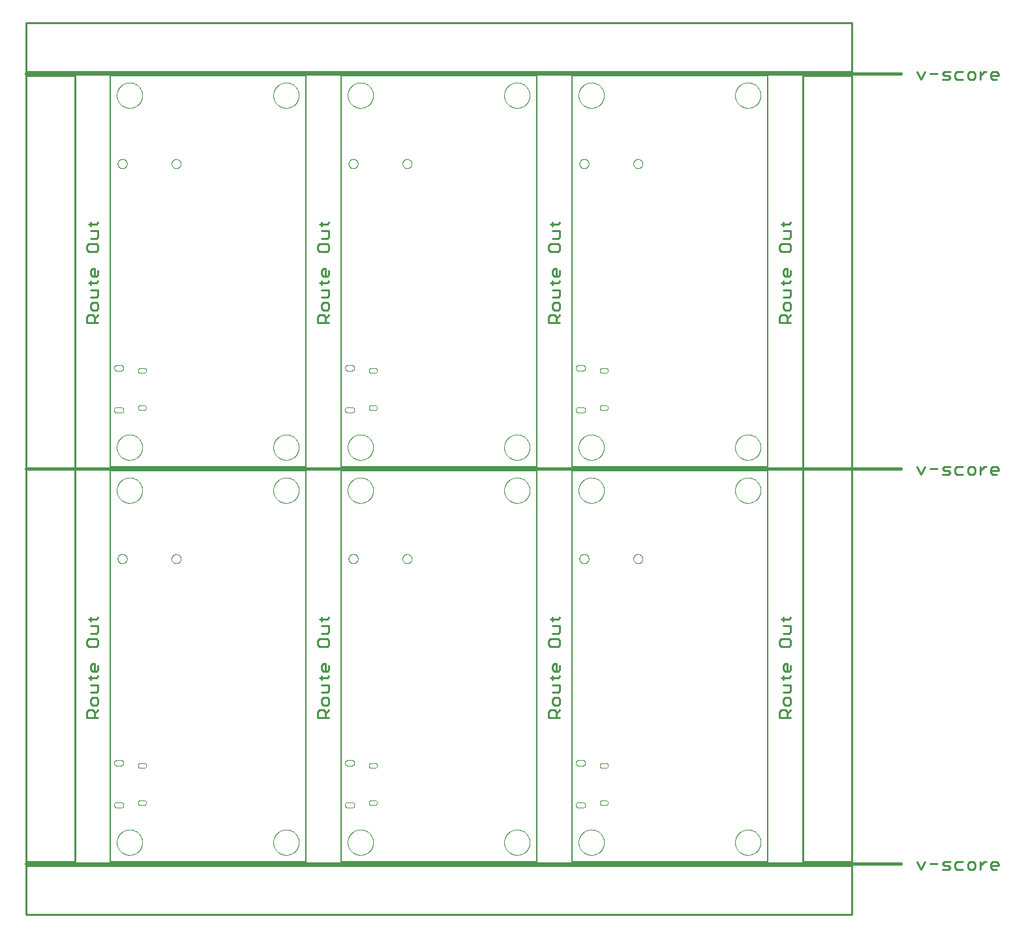
<source format=gko>
G75*
%MOIN*%
%OFA0B0*%
%FSLAX25Y25*%
%IPPOS*%
%LPD*%
%AMOC8*
5,1,8,0,0,1.08239X$1,22.5*
%
%ADD10C,0.00800*%
%ADD11C,0.01100*%
%ADD12C,0.01500*%
%ADD13C,0.01000*%
%ADD14C,0.00000*%
%ADD15C,0.00079*%
D10*
X0044750Y0028500D02*
X0144750Y0028500D01*
X0144750Y0228500D01*
X0044750Y0228500D01*
X0044750Y0028500D01*
X0162750Y0028500D02*
X0262750Y0028500D01*
X0262750Y0228500D01*
X0162750Y0228500D01*
X0162750Y0028500D01*
X0280750Y0028500D02*
X0380750Y0028500D01*
X0380750Y0228500D01*
X0280750Y0228500D01*
X0280750Y0028500D01*
X0280750Y0230500D02*
X0380750Y0230500D01*
X0380750Y0430500D01*
X0280750Y0430500D01*
X0280750Y0230500D01*
X0262750Y0230500D02*
X0162750Y0230500D01*
X0162750Y0430500D01*
X0262750Y0430500D01*
X0262750Y0230500D01*
X0144750Y0230500D02*
X0044750Y0230500D01*
X0044750Y0430500D01*
X0144750Y0430500D01*
X0144750Y0230500D01*
D11*
X0150795Y0304194D02*
X0150795Y0307146D01*
X0151779Y0308130D01*
X0153747Y0308130D01*
X0154732Y0307146D01*
X0154732Y0304194D01*
X0156700Y0304194D02*
X0150795Y0304194D01*
X0154732Y0306162D02*
X0156700Y0308130D01*
X0155716Y0310639D02*
X0156700Y0311623D01*
X0156700Y0313592D01*
X0155716Y0314576D01*
X0153747Y0314576D01*
X0152763Y0313592D01*
X0152763Y0311623D01*
X0153747Y0310639D01*
X0155716Y0310639D01*
X0155716Y0317085D02*
X0156700Y0318069D01*
X0156700Y0321021D01*
X0152763Y0321021D01*
X0152763Y0323530D02*
X0152763Y0325499D01*
X0151779Y0324514D02*
X0155716Y0324514D01*
X0156700Y0325499D01*
X0155716Y0327827D02*
X0153747Y0327827D01*
X0152763Y0328811D01*
X0152763Y0330780D01*
X0153747Y0331764D01*
X0154732Y0331764D01*
X0154732Y0327827D01*
X0155716Y0327827D02*
X0156700Y0328811D01*
X0156700Y0330780D01*
X0155716Y0340718D02*
X0156700Y0341702D01*
X0156700Y0343671D01*
X0155716Y0344655D01*
X0151779Y0344655D01*
X0150795Y0343671D01*
X0150795Y0341702D01*
X0151779Y0340718D01*
X0155716Y0340718D01*
X0155716Y0347164D02*
X0156700Y0348148D01*
X0156700Y0351100D01*
X0152763Y0351100D01*
X0152763Y0353609D02*
X0152763Y0355578D01*
X0151779Y0354593D02*
X0155716Y0354593D01*
X0156700Y0355578D01*
X0155716Y0347164D02*
X0152763Y0347164D01*
X0152763Y0317085D02*
X0155716Y0317085D01*
X0268795Y0307146D02*
X0269779Y0308130D01*
X0271747Y0308130D01*
X0272732Y0307146D01*
X0272732Y0304194D01*
X0274700Y0304194D02*
X0268795Y0304194D01*
X0268795Y0307146D01*
X0272732Y0306162D02*
X0274700Y0308130D01*
X0273716Y0310639D02*
X0274700Y0311623D01*
X0274700Y0313592D01*
X0273716Y0314576D01*
X0271747Y0314576D01*
X0270763Y0313592D01*
X0270763Y0311623D01*
X0271747Y0310639D01*
X0273716Y0310639D01*
X0273716Y0317085D02*
X0270763Y0317085D01*
X0273716Y0317085D02*
X0274700Y0318069D01*
X0274700Y0321021D01*
X0270763Y0321021D01*
X0270763Y0323530D02*
X0270763Y0325499D01*
X0269779Y0324514D02*
X0273716Y0324514D01*
X0274700Y0325499D01*
X0273716Y0327827D02*
X0271747Y0327827D01*
X0270763Y0328811D01*
X0270763Y0330780D01*
X0271747Y0331764D01*
X0272732Y0331764D01*
X0272732Y0327827D01*
X0273716Y0327827D02*
X0274700Y0328811D01*
X0274700Y0330780D01*
X0273716Y0340718D02*
X0269779Y0340718D01*
X0268795Y0341702D01*
X0268795Y0343671D01*
X0269779Y0344655D01*
X0273716Y0344655D01*
X0274700Y0343671D01*
X0274700Y0341702D01*
X0273716Y0340718D01*
X0273716Y0347164D02*
X0270763Y0347164D01*
X0273716Y0347164D02*
X0274700Y0348148D01*
X0274700Y0351100D01*
X0270763Y0351100D01*
X0270763Y0353609D02*
X0270763Y0355578D01*
X0269779Y0354593D02*
X0273716Y0354593D01*
X0274700Y0355578D01*
X0386795Y0343671D02*
X0387779Y0344655D01*
X0391716Y0344655D01*
X0392700Y0343671D01*
X0392700Y0341702D01*
X0391716Y0340718D01*
X0387779Y0340718D01*
X0386795Y0341702D01*
X0386795Y0343671D01*
X0388763Y0347164D02*
X0391716Y0347164D01*
X0392700Y0348148D01*
X0392700Y0351100D01*
X0388763Y0351100D01*
X0388763Y0353609D02*
X0388763Y0355578D01*
X0387779Y0354593D02*
X0391716Y0354593D01*
X0392700Y0355578D01*
X0390732Y0331764D02*
X0390732Y0327827D01*
X0391716Y0327827D02*
X0389747Y0327827D01*
X0388763Y0328811D01*
X0388763Y0330780D01*
X0389747Y0331764D01*
X0390732Y0331764D01*
X0392700Y0330780D02*
X0392700Y0328811D01*
X0391716Y0327827D01*
X0392700Y0325499D02*
X0391716Y0324514D01*
X0387779Y0324514D01*
X0388763Y0323530D02*
X0388763Y0325499D01*
X0388763Y0321021D02*
X0392700Y0321021D01*
X0392700Y0318069D01*
X0391716Y0317085D01*
X0388763Y0317085D01*
X0389747Y0314576D02*
X0388763Y0313592D01*
X0388763Y0311623D01*
X0389747Y0310639D01*
X0391716Y0310639D01*
X0392700Y0311623D01*
X0392700Y0313592D01*
X0391716Y0314576D01*
X0389747Y0314576D01*
X0389747Y0308130D02*
X0387779Y0308130D01*
X0386795Y0307146D01*
X0386795Y0304194D01*
X0392700Y0304194D01*
X0390732Y0304194D02*
X0390732Y0307146D01*
X0389747Y0308130D01*
X0390732Y0306162D02*
X0392700Y0308130D01*
X0457278Y0230487D02*
X0459246Y0226550D01*
X0461215Y0230487D01*
X0463723Y0229503D02*
X0467660Y0229503D01*
X0470169Y0229503D02*
X0471153Y0228518D01*
X0473121Y0228518D01*
X0474106Y0227534D01*
X0473121Y0226550D01*
X0470169Y0226550D01*
X0470169Y0229503D02*
X0471153Y0230487D01*
X0474106Y0230487D01*
X0476614Y0229503D02*
X0476614Y0227534D01*
X0477599Y0226550D01*
X0480551Y0226550D01*
X0483060Y0227534D02*
X0484044Y0226550D01*
X0486012Y0226550D01*
X0486997Y0227534D01*
X0486997Y0229503D01*
X0486012Y0230487D01*
X0484044Y0230487D01*
X0483060Y0229503D01*
X0483060Y0227534D01*
X0480551Y0230487D02*
X0477599Y0230487D01*
X0476614Y0229503D01*
X0489505Y0230487D02*
X0489505Y0226550D01*
X0489505Y0228518D02*
X0491474Y0230487D01*
X0492458Y0230487D01*
X0494877Y0229503D02*
X0494877Y0227534D01*
X0495861Y0226550D01*
X0497829Y0226550D01*
X0498813Y0228518D02*
X0494877Y0228518D01*
X0494877Y0229503D02*
X0495861Y0230487D01*
X0497829Y0230487D01*
X0498813Y0229503D01*
X0498813Y0228518D01*
X0392700Y0153578D02*
X0391716Y0152593D01*
X0387779Y0152593D01*
X0388763Y0151609D02*
X0388763Y0153578D01*
X0388763Y0149100D02*
X0392700Y0149100D01*
X0392700Y0146148D01*
X0391716Y0145164D01*
X0388763Y0145164D01*
X0387779Y0142655D02*
X0391716Y0142655D01*
X0392700Y0141671D01*
X0392700Y0139702D01*
X0391716Y0138718D01*
X0387779Y0138718D01*
X0386795Y0139702D01*
X0386795Y0141671D01*
X0387779Y0142655D01*
X0389747Y0129764D02*
X0390732Y0129764D01*
X0390732Y0125827D01*
X0391716Y0125827D02*
X0389747Y0125827D01*
X0388763Y0126811D01*
X0388763Y0128780D01*
X0389747Y0129764D01*
X0392700Y0128780D02*
X0392700Y0126811D01*
X0391716Y0125827D01*
X0392700Y0123499D02*
X0391716Y0122514D01*
X0387779Y0122514D01*
X0388763Y0121530D02*
X0388763Y0123499D01*
X0388763Y0119021D02*
X0392700Y0119021D01*
X0392700Y0116069D01*
X0391716Y0115085D01*
X0388763Y0115085D01*
X0389747Y0112576D02*
X0388763Y0111592D01*
X0388763Y0109623D01*
X0389747Y0108639D01*
X0391716Y0108639D01*
X0392700Y0109623D01*
X0392700Y0111592D01*
X0391716Y0112576D01*
X0389747Y0112576D01*
X0389747Y0106130D02*
X0387779Y0106130D01*
X0386795Y0105146D01*
X0386795Y0102194D01*
X0392700Y0102194D01*
X0390732Y0102194D02*
X0390732Y0105146D01*
X0389747Y0106130D01*
X0390732Y0104162D02*
X0392700Y0106130D01*
X0457278Y0028487D02*
X0459246Y0024550D01*
X0461215Y0028487D01*
X0463723Y0027503D02*
X0467660Y0027503D01*
X0470169Y0027503D02*
X0471153Y0028487D01*
X0474106Y0028487D01*
X0473121Y0026518D02*
X0471153Y0026518D01*
X0470169Y0027503D01*
X0470169Y0024550D02*
X0473121Y0024550D01*
X0474106Y0025534D01*
X0473121Y0026518D01*
X0476614Y0025534D02*
X0477599Y0024550D01*
X0480551Y0024550D01*
X0483060Y0025534D02*
X0484044Y0024550D01*
X0486012Y0024550D01*
X0486997Y0025534D01*
X0486997Y0027503D01*
X0486012Y0028487D01*
X0484044Y0028487D01*
X0483060Y0027503D01*
X0483060Y0025534D01*
X0480551Y0028487D02*
X0477599Y0028487D01*
X0476614Y0027503D01*
X0476614Y0025534D01*
X0489505Y0024550D02*
X0489505Y0028487D01*
X0489505Y0026518D02*
X0491474Y0028487D01*
X0492458Y0028487D01*
X0494877Y0027503D02*
X0495861Y0028487D01*
X0497829Y0028487D01*
X0498813Y0027503D01*
X0498813Y0026518D01*
X0494877Y0026518D01*
X0494877Y0025534D02*
X0494877Y0027503D01*
X0494877Y0025534D02*
X0495861Y0024550D01*
X0497829Y0024550D01*
X0274700Y0102194D02*
X0268795Y0102194D01*
X0268795Y0105146D01*
X0269779Y0106130D01*
X0271747Y0106130D01*
X0272732Y0105146D01*
X0272732Y0102194D01*
X0272732Y0104162D02*
X0274700Y0106130D01*
X0273716Y0108639D02*
X0274700Y0109623D01*
X0274700Y0111592D01*
X0273716Y0112576D01*
X0271747Y0112576D01*
X0270763Y0111592D01*
X0270763Y0109623D01*
X0271747Y0108639D01*
X0273716Y0108639D01*
X0273716Y0115085D02*
X0270763Y0115085D01*
X0273716Y0115085D02*
X0274700Y0116069D01*
X0274700Y0119021D01*
X0270763Y0119021D01*
X0270763Y0121530D02*
X0270763Y0123499D01*
X0269779Y0122514D02*
X0273716Y0122514D01*
X0274700Y0123499D01*
X0273716Y0125827D02*
X0271747Y0125827D01*
X0270763Y0126811D01*
X0270763Y0128780D01*
X0271747Y0129764D01*
X0272732Y0129764D01*
X0272732Y0125827D01*
X0273716Y0125827D02*
X0274700Y0126811D01*
X0274700Y0128780D01*
X0273716Y0138718D02*
X0269779Y0138718D01*
X0268795Y0139702D01*
X0268795Y0141671D01*
X0269779Y0142655D01*
X0273716Y0142655D01*
X0274700Y0141671D01*
X0274700Y0139702D01*
X0273716Y0138718D01*
X0273716Y0145164D02*
X0270763Y0145164D01*
X0273716Y0145164D02*
X0274700Y0146148D01*
X0274700Y0149100D01*
X0270763Y0149100D01*
X0270763Y0151609D02*
X0270763Y0153578D01*
X0269779Y0152593D02*
X0273716Y0152593D01*
X0274700Y0153578D01*
X0156700Y0153578D02*
X0155716Y0152593D01*
X0151779Y0152593D01*
X0152763Y0151609D02*
X0152763Y0153578D01*
X0152763Y0149100D02*
X0156700Y0149100D01*
X0156700Y0146148D01*
X0155716Y0145164D01*
X0152763Y0145164D01*
X0151779Y0142655D02*
X0150795Y0141671D01*
X0150795Y0139702D01*
X0151779Y0138718D01*
X0155716Y0138718D01*
X0156700Y0139702D01*
X0156700Y0141671D01*
X0155716Y0142655D01*
X0151779Y0142655D01*
X0153747Y0129764D02*
X0154732Y0129764D01*
X0154732Y0125827D01*
X0155716Y0125827D02*
X0153747Y0125827D01*
X0152763Y0126811D01*
X0152763Y0128780D01*
X0153747Y0129764D01*
X0156700Y0128780D02*
X0156700Y0126811D01*
X0155716Y0125827D01*
X0156700Y0123499D02*
X0155716Y0122514D01*
X0151779Y0122514D01*
X0152763Y0121530D02*
X0152763Y0123499D01*
X0152763Y0119021D02*
X0156700Y0119021D01*
X0156700Y0116069D01*
X0155716Y0115085D01*
X0152763Y0115085D01*
X0153747Y0112576D02*
X0152763Y0111592D01*
X0152763Y0109623D01*
X0153747Y0108639D01*
X0155716Y0108639D01*
X0156700Y0109623D01*
X0156700Y0111592D01*
X0155716Y0112576D01*
X0153747Y0112576D01*
X0153747Y0106130D02*
X0154732Y0105146D01*
X0154732Y0102194D01*
X0156700Y0102194D02*
X0150795Y0102194D01*
X0150795Y0105146D01*
X0151779Y0106130D01*
X0153747Y0106130D01*
X0154732Y0104162D02*
X0156700Y0106130D01*
X0038700Y0106130D02*
X0036732Y0104162D01*
X0036732Y0105146D02*
X0036732Y0102194D01*
X0038700Y0102194D02*
X0032795Y0102194D01*
X0032795Y0105146D01*
X0033779Y0106130D01*
X0035747Y0106130D01*
X0036732Y0105146D01*
X0037716Y0108639D02*
X0038700Y0109623D01*
X0038700Y0111592D01*
X0037716Y0112576D01*
X0035747Y0112576D01*
X0034763Y0111592D01*
X0034763Y0109623D01*
X0035747Y0108639D01*
X0037716Y0108639D01*
X0037716Y0115085D02*
X0034763Y0115085D01*
X0037716Y0115085D02*
X0038700Y0116069D01*
X0038700Y0119021D01*
X0034763Y0119021D01*
X0034763Y0121530D02*
X0034763Y0123499D01*
X0033779Y0122514D02*
X0037716Y0122514D01*
X0038700Y0123499D01*
X0037716Y0125827D02*
X0035747Y0125827D01*
X0034763Y0126811D01*
X0034763Y0128780D01*
X0035747Y0129764D01*
X0036732Y0129764D01*
X0036732Y0125827D01*
X0037716Y0125827D02*
X0038700Y0126811D01*
X0038700Y0128780D01*
X0037716Y0138718D02*
X0033779Y0138718D01*
X0032795Y0139702D01*
X0032795Y0141671D01*
X0033779Y0142655D01*
X0037716Y0142655D01*
X0038700Y0141671D01*
X0038700Y0139702D01*
X0037716Y0138718D01*
X0037716Y0145164D02*
X0034763Y0145164D01*
X0037716Y0145164D02*
X0038700Y0146148D01*
X0038700Y0149100D01*
X0034763Y0149100D01*
X0034763Y0151609D02*
X0034763Y0153578D01*
X0033779Y0152593D02*
X0037716Y0152593D01*
X0038700Y0153578D01*
X0038700Y0304194D02*
X0032795Y0304194D01*
X0032795Y0307146D01*
X0033779Y0308130D01*
X0035747Y0308130D01*
X0036732Y0307146D01*
X0036732Y0304194D01*
X0036732Y0306162D02*
X0038700Y0308130D01*
X0037716Y0310639D02*
X0038700Y0311623D01*
X0038700Y0313592D01*
X0037716Y0314576D01*
X0035747Y0314576D01*
X0034763Y0313592D01*
X0034763Y0311623D01*
X0035747Y0310639D01*
X0037716Y0310639D01*
X0037716Y0317085D02*
X0034763Y0317085D01*
X0037716Y0317085D02*
X0038700Y0318069D01*
X0038700Y0321021D01*
X0034763Y0321021D01*
X0034763Y0323530D02*
X0034763Y0325499D01*
X0033779Y0324514D02*
X0037716Y0324514D01*
X0038700Y0325499D01*
X0037716Y0327827D02*
X0035747Y0327827D01*
X0034763Y0328811D01*
X0034763Y0330780D01*
X0035747Y0331764D01*
X0036732Y0331764D01*
X0036732Y0327827D01*
X0037716Y0327827D02*
X0038700Y0328811D01*
X0038700Y0330780D01*
X0037716Y0340718D02*
X0033779Y0340718D01*
X0032795Y0341702D01*
X0032795Y0343671D01*
X0033779Y0344655D01*
X0037716Y0344655D01*
X0038700Y0343671D01*
X0038700Y0341702D01*
X0037716Y0340718D01*
X0037716Y0347164D02*
X0034763Y0347164D01*
X0037716Y0347164D02*
X0038700Y0348148D01*
X0038700Y0351100D01*
X0034763Y0351100D01*
X0034763Y0353609D02*
X0034763Y0355578D01*
X0033779Y0354593D02*
X0037716Y0354593D01*
X0038700Y0355578D01*
X0457278Y0432487D02*
X0459246Y0428550D01*
X0461215Y0432487D01*
X0463723Y0431503D02*
X0467660Y0431503D01*
X0470169Y0431503D02*
X0471153Y0430518D01*
X0473121Y0430518D01*
X0474106Y0429534D01*
X0473121Y0428550D01*
X0470169Y0428550D01*
X0470169Y0431503D02*
X0471153Y0432487D01*
X0474106Y0432487D01*
X0476614Y0431503D02*
X0476614Y0429534D01*
X0477599Y0428550D01*
X0480551Y0428550D01*
X0483060Y0429534D02*
X0484044Y0428550D01*
X0486012Y0428550D01*
X0486997Y0429534D01*
X0486997Y0431503D01*
X0486012Y0432487D01*
X0484044Y0432487D01*
X0483060Y0431503D01*
X0483060Y0429534D01*
X0480551Y0432487D02*
X0477599Y0432487D01*
X0476614Y0431503D01*
X0489505Y0432487D02*
X0489505Y0428550D01*
X0489505Y0430518D02*
X0491474Y0432487D01*
X0492458Y0432487D01*
X0494877Y0431503D02*
X0494877Y0429534D01*
X0495861Y0428550D01*
X0497829Y0428550D01*
X0498813Y0430518D02*
X0494877Y0430518D01*
X0494877Y0431503D02*
X0495861Y0432487D01*
X0497829Y0432487D01*
X0498813Y0431503D01*
X0498813Y0430518D01*
D12*
X0448750Y0431500D02*
X0001750Y0431500D01*
X0001750Y0229500D02*
X0448750Y0229500D01*
X0448750Y0027500D02*
X0001750Y0027500D01*
D13*
X0001750Y0026500D02*
X0001750Y0001500D01*
X0423750Y0001500D01*
X0423750Y0026500D01*
X0001750Y0026500D01*
X0001750Y0028500D02*
X0001750Y0430500D01*
X0026750Y0430500D01*
X0026750Y0028500D01*
X0001750Y0028500D01*
X0398750Y0028500D02*
X0398750Y0430500D01*
X0423750Y0430500D01*
X0423750Y0028500D01*
X0398750Y0028500D01*
X0423750Y0432500D02*
X0001750Y0432500D01*
X0001750Y0457500D01*
X0423750Y0457500D01*
X0423750Y0432500D01*
D14*
X0364250Y0420500D02*
X0364252Y0420661D01*
X0364258Y0420821D01*
X0364268Y0420982D01*
X0364282Y0421142D01*
X0364300Y0421302D01*
X0364321Y0421461D01*
X0364347Y0421620D01*
X0364377Y0421778D01*
X0364410Y0421935D01*
X0364448Y0422092D01*
X0364489Y0422247D01*
X0364534Y0422401D01*
X0364583Y0422554D01*
X0364636Y0422706D01*
X0364692Y0422857D01*
X0364753Y0423006D01*
X0364816Y0423154D01*
X0364884Y0423300D01*
X0364955Y0423444D01*
X0365029Y0423586D01*
X0365107Y0423727D01*
X0365189Y0423865D01*
X0365274Y0424002D01*
X0365362Y0424136D01*
X0365454Y0424268D01*
X0365549Y0424398D01*
X0365647Y0424526D01*
X0365748Y0424651D01*
X0365852Y0424773D01*
X0365959Y0424893D01*
X0366069Y0425010D01*
X0366182Y0425125D01*
X0366298Y0425236D01*
X0366417Y0425345D01*
X0366538Y0425450D01*
X0366662Y0425553D01*
X0366788Y0425653D01*
X0366916Y0425749D01*
X0367047Y0425842D01*
X0367181Y0425932D01*
X0367316Y0426019D01*
X0367454Y0426102D01*
X0367593Y0426182D01*
X0367735Y0426258D01*
X0367878Y0426331D01*
X0368023Y0426400D01*
X0368170Y0426466D01*
X0368318Y0426528D01*
X0368468Y0426586D01*
X0368619Y0426641D01*
X0368772Y0426692D01*
X0368926Y0426739D01*
X0369081Y0426782D01*
X0369237Y0426821D01*
X0369393Y0426857D01*
X0369551Y0426888D01*
X0369709Y0426916D01*
X0369868Y0426940D01*
X0370028Y0426960D01*
X0370188Y0426976D01*
X0370348Y0426988D01*
X0370509Y0426996D01*
X0370670Y0427000D01*
X0370830Y0427000D01*
X0370991Y0426996D01*
X0371152Y0426988D01*
X0371312Y0426976D01*
X0371472Y0426960D01*
X0371632Y0426940D01*
X0371791Y0426916D01*
X0371949Y0426888D01*
X0372107Y0426857D01*
X0372263Y0426821D01*
X0372419Y0426782D01*
X0372574Y0426739D01*
X0372728Y0426692D01*
X0372881Y0426641D01*
X0373032Y0426586D01*
X0373182Y0426528D01*
X0373330Y0426466D01*
X0373477Y0426400D01*
X0373622Y0426331D01*
X0373765Y0426258D01*
X0373907Y0426182D01*
X0374046Y0426102D01*
X0374184Y0426019D01*
X0374319Y0425932D01*
X0374453Y0425842D01*
X0374584Y0425749D01*
X0374712Y0425653D01*
X0374838Y0425553D01*
X0374962Y0425450D01*
X0375083Y0425345D01*
X0375202Y0425236D01*
X0375318Y0425125D01*
X0375431Y0425010D01*
X0375541Y0424893D01*
X0375648Y0424773D01*
X0375752Y0424651D01*
X0375853Y0424526D01*
X0375951Y0424398D01*
X0376046Y0424268D01*
X0376138Y0424136D01*
X0376226Y0424002D01*
X0376311Y0423865D01*
X0376393Y0423727D01*
X0376471Y0423586D01*
X0376545Y0423444D01*
X0376616Y0423300D01*
X0376684Y0423154D01*
X0376747Y0423006D01*
X0376808Y0422857D01*
X0376864Y0422706D01*
X0376917Y0422554D01*
X0376966Y0422401D01*
X0377011Y0422247D01*
X0377052Y0422092D01*
X0377090Y0421935D01*
X0377123Y0421778D01*
X0377153Y0421620D01*
X0377179Y0421461D01*
X0377200Y0421302D01*
X0377218Y0421142D01*
X0377232Y0420982D01*
X0377242Y0420821D01*
X0377248Y0420661D01*
X0377250Y0420500D01*
X0377248Y0420339D01*
X0377242Y0420179D01*
X0377232Y0420018D01*
X0377218Y0419858D01*
X0377200Y0419698D01*
X0377179Y0419539D01*
X0377153Y0419380D01*
X0377123Y0419222D01*
X0377090Y0419065D01*
X0377052Y0418908D01*
X0377011Y0418753D01*
X0376966Y0418599D01*
X0376917Y0418446D01*
X0376864Y0418294D01*
X0376808Y0418143D01*
X0376747Y0417994D01*
X0376684Y0417846D01*
X0376616Y0417700D01*
X0376545Y0417556D01*
X0376471Y0417414D01*
X0376393Y0417273D01*
X0376311Y0417135D01*
X0376226Y0416998D01*
X0376138Y0416864D01*
X0376046Y0416732D01*
X0375951Y0416602D01*
X0375853Y0416474D01*
X0375752Y0416349D01*
X0375648Y0416227D01*
X0375541Y0416107D01*
X0375431Y0415990D01*
X0375318Y0415875D01*
X0375202Y0415764D01*
X0375083Y0415655D01*
X0374962Y0415550D01*
X0374838Y0415447D01*
X0374712Y0415347D01*
X0374584Y0415251D01*
X0374453Y0415158D01*
X0374319Y0415068D01*
X0374184Y0414981D01*
X0374046Y0414898D01*
X0373907Y0414818D01*
X0373765Y0414742D01*
X0373622Y0414669D01*
X0373477Y0414600D01*
X0373330Y0414534D01*
X0373182Y0414472D01*
X0373032Y0414414D01*
X0372881Y0414359D01*
X0372728Y0414308D01*
X0372574Y0414261D01*
X0372419Y0414218D01*
X0372263Y0414179D01*
X0372107Y0414143D01*
X0371949Y0414112D01*
X0371791Y0414084D01*
X0371632Y0414060D01*
X0371472Y0414040D01*
X0371312Y0414024D01*
X0371152Y0414012D01*
X0370991Y0414004D01*
X0370830Y0414000D01*
X0370670Y0414000D01*
X0370509Y0414004D01*
X0370348Y0414012D01*
X0370188Y0414024D01*
X0370028Y0414040D01*
X0369868Y0414060D01*
X0369709Y0414084D01*
X0369551Y0414112D01*
X0369393Y0414143D01*
X0369237Y0414179D01*
X0369081Y0414218D01*
X0368926Y0414261D01*
X0368772Y0414308D01*
X0368619Y0414359D01*
X0368468Y0414414D01*
X0368318Y0414472D01*
X0368170Y0414534D01*
X0368023Y0414600D01*
X0367878Y0414669D01*
X0367735Y0414742D01*
X0367593Y0414818D01*
X0367454Y0414898D01*
X0367316Y0414981D01*
X0367181Y0415068D01*
X0367047Y0415158D01*
X0366916Y0415251D01*
X0366788Y0415347D01*
X0366662Y0415447D01*
X0366538Y0415550D01*
X0366417Y0415655D01*
X0366298Y0415764D01*
X0366182Y0415875D01*
X0366069Y0415990D01*
X0365959Y0416107D01*
X0365852Y0416227D01*
X0365748Y0416349D01*
X0365647Y0416474D01*
X0365549Y0416602D01*
X0365454Y0416732D01*
X0365362Y0416864D01*
X0365274Y0416998D01*
X0365189Y0417135D01*
X0365107Y0417273D01*
X0365029Y0417414D01*
X0364955Y0417556D01*
X0364884Y0417700D01*
X0364816Y0417846D01*
X0364753Y0417994D01*
X0364692Y0418143D01*
X0364636Y0418294D01*
X0364583Y0418446D01*
X0364534Y0418599D01*
X0364489Y0418753D01*
X0364448Y0418908D01*
X0364410Y0419065D01*
X0364377Y0419222D01*
X0364347Y0419380D01*
X0364321Y0419539D01*
X0364300Y0419698D01*
X0364282Y0419858D01*
X0364268Y0420018D01*
X0364258Y0420179D01*
X0364252Y0420339D01*
X0364250Y0420500D01*
X0312246Y0385500D02*
X0312248Y0385597D01*
X0312254Y0385694D01*
X0312264Y0385790D01*
X0312278Y0385886D01*
X0312296Y0385982D01*
X0312317Y0386076D01*
X0312343Y0386170D01*
X0312372Y0386262D01*
X0312406Y0386353D01*
X0312442Y0386443D01*
X0312483Y0386531D01*
X0312527Y0386617D01*
X0312575Y0386702D01*
X0312626Y0386784D01*
X0312680Y0386865D01*
X0312738Y0386943D01*
X0312799Y0387018D01*
X0312862Y0387091D01*
X0312929Y0387162D01*
X0312999Y0387229D01*
X0313071Y0387294D01*
X0313146Y0387355D01*
X0313224Y0387414D01*
X0313303Y0387469D01*
X0313385Y0387521D01*
X0313469Y0387569D01*
X0313555Y0387614D01*
X0313643Y0387656D01*
X0313732Y0387694D01*
X0313823Y0387728D01*
X0313915Y0387758D01*
X0314008Y0387785D01*
X0314103Y0387807D01*
X0314198Y0387826D01*
X0314294Y0387841D01*
X0314390Y0387852D01*
X0314487Y0387859D01*
X0314584Y0387862D01*
X0314681Y0387861D01*
X0314778Y0387856D01*
X0314874Y0387847D01*
X0314970Y0387834D01*
X0315066Y0387817D01*
X0315161Y0387796D01*
X0315254Y0387772D01*
X0315347Y0387743D01*
X0315439Y0387711D01*
X0315529Y0387675D01*
X0315617Y0387636D01*
X0315704Y0387592D01*
X0315789Y0387546D01*
X0315872Y0387495D01*
X0315953Y0387442D01*
X0316031Y0387385D01*
X0316108Y0387325D01*
X0316181Y0387262D01*
X0316252Y0387196D01*
X0316320Y0387127D01*
X0316386Y0387055D01*
X0316448Y0386981D01*
X0316507Y0386904D01*
X0316563Y0386825D01*
X0316616Y0386743D01*
X0316666Y0386660D01*
X0316711Y0386574D01*
X0316754Y0386487D01*
X0316793Y0386398D01*
X0316828Y0386308D01*
X0316859Y0386216D01*
X0316886Y0386123D01*
X0316910Y0386029D01*
X0316930Y0385934D01*
X0316946Y0385838D01*
X0316958Y0385742D01*
X0316966Y0385645D01*
X0316970Y0385548D01*
X0316970Y0385452D01*
X0316966Y0385355D01*
X0316958Y0385258D01*
X0316946Y0385162D01*
X0316930Y0385066D01*
X0316910Y0384971D01*
X0316886Y0384877D01*
X0316859Y0384784D01*
X0316828Y0384692D01*
X0316793Y0384602D01*
X0316754Y0384513D01*
X0316711Y0384426D01*
X0316666Y0384340D01*
X0316616Y0384257D01*
X0316563Y0384175D01*
X0316507Y0384096D01*
X0316448Y0384019D01*
X0316386Y0383945D01*
X0316320Y0383873D01*
X0316252Y0383804D01*
X0316181Y0383738D01*
X0316108Y0383675D01*
X0316031Y0383615D01*
X0315953Y0383558D01*
X0315872Y0383505D01*
X0315789Y0383454D01*
X0315704Y0383408D01*
X0315617Y0383364D01*
X0315529Y0383325D01*
X0315439Y0383289D01*
X0315347Y0383257D01*
X0315254Y0383228D01*
X0315161Y0383204D01*
X0315066Y0383183D01*
X0314970Y0383166D01*
X0314874Y0383153D01*
X0314778Y0383144D01*
X0314681Y0383139D01*
X0314584Y0383138D01*
X0314487Y0383141D01*
X0314390Y0383148D01*
X0314294Y0383159D01*
X0314198Y0383174D01*
X0314103Y0383193D01*
X0314008Y0383215D01*
X0313915Y0383242D01*
X0313823Y0383272D01*
X0313732Y0383306D01*
X0313643Y0383344D01*
X0313555Y0383386D01*
X0313469Y0383431D01*
X0313385Y0383479D01*
X0313303Y0383531D01*
X0313224Y0383586D01*
X0313146Y0383645D01*
X0313071Y0383706D01*
X0312999Y0383771D01*
X0312929Y0383838D01*
X0312862Y0383909D01*
X0312799Y0383982D01*
X0312738Y0384057D01*
X0312680Y0384135D01*
X0312626Y0384216D01*
X0312575Y0384298D01*
X0312527Y0384383D01*
X0312483Y0384469D01*
X0312442Y0384557D01*
X0312406Y0384647D01*
X0312372Y0384738D01*
X0312343Y0384830D01*
X0312317Y0384924D01*
X0312296Y0385018D01*
X0312278Y0385114D01*
X0312264Y0385210D01*
X0312254Y0385306D01*
X0312248Y0385403D01*
X0312246Y0385500D01*
X0284687Y0385500D02*
X0284689Y0385597D01*
X0284695Y0385694D01*
X0284705Y0385790D01*
X0284719Y0385886D01*
X0284737Y0385982D01*
X0284758Y0386076D01*
X0284784Y0386170D01*
X0284813Y0386262D01*
X0284847Y0386353D01*
X0284883Y0386443D01*
X0284924Y0386531D01*
X0284968Y0386617D01*
X0285016Y0386702D01*
X0285067Y0386784D01*
X0285121Y0386865D01*
X0285179Y0386943D01*
X0285240Y0387018D01*
X0285303Y0387091D01*
X0285370Y0387162D01*
X0285440Y0387229D01*
X0285512Y0387294D01*
X0285587Y0387355D01*
X0285665Y0387414D01*
X0285744Y0387469D01*
X0285826Y0387521D01*
X0285910Y0387569D01*
X0285996Y0387614D01*
X0286084Y0387656D01*
X0286173Y0387694D01*
X0286264Y0387728D01*
X0286356Y0387758D01*
X0286449Y0387785D01*
X0286544Y0387807D01*
X0286639Y0387826D01*
X0286735Y0387841D01*
X0286831Y0387852D01*
X0286928Y0387859D01*
X0287025Y0387862D01*
X0287122Y0387861D01*
X0287219Y0387856D01*
X0287315Y0387847D01*
X0287411Y0387834D01*
X0287507Y0387817D01*
X0287602Y0387796D01*
X0287695Y0387772D01*
X0287788Y0387743D01*
X0287880Y0387711D01*
X0287970Y0387675D01*
X0288058Y0387636D01*
X0288145Y0387592D01*
X0288230Y0387546D01*
X0288313Y0387495D01*
X0288394Y0387442D01*
X0288472Y0387385D01*
X0288549Y0387325D01*
X0288622Y0387262D01*
X0288693Y0387196D01*
X0288761Y0387127D01*
X0288827Y0387055D01*
X0288889Y0386981D01*
X0288948Y0386904D01*
X0289004Y0386825D01*
X0289057Y0386743D01*
X0289107Y0386660D01*
X0289152Y0386574D01*
X0289195Y0386487D01*
X0289234Y0386398D01*
X0289269Y0386308D01*
X0289300Y0386216D01*
X0289327Y0386123D01*
X0289351Y0386029D01*
X0289371Y0385934D01*
X0289387Y0385838D01*
X0289399Y0385742D01*
X0289407Y0385645D01*
X0289411Y0385548D01*
X0289411Y0385452D01*
X0289407Y0385355D01*
X0289399Y0385258D01*
X0289387Y0385162D01*
X0289371Y0385066D01*
X0289351Y0384971D01*
X0289327Y0384877D01*
X0289300Y0384784D01*
X0289269Y0384692D01*
X0289234Y0384602D01*
X0289195Y0384513D01*
X0289152Y0384426D01*
X0289107Y0384340D01*
X0289057Y0384257D01*
X0289004Y0384175D01*
X0288948Y0384096D01*
X0288889Y0384019D01*
X0288827Y0383945D01*
X0288761Y0383873D01*
X0288693Y0383804D01*
X0288622Y0383738D01*
X0288549Y0383675D01*
X0288472Y0383615D01*
X0288394Y0383558D01*
X0288313Y0383505D01*
X0288230Y0383454D01*
X0288145Y0383408D01*
X0288058Y0383364D01*
X0287970Y0383325D01*
X0287880Y0383289D01*
X0287788Y0383257D01*
X0287695Y0383228D01*
X0287602Y0383204D01*
X0287507Y0383183D01*
X0287411Y0383166D01*
X0287315Y0383153D01*
X0287219Y0383144D01*
X0287122Y0383139D01*
X0287025Y0383138D01*
X0286928Y0383141D01*
X0286831Y0383148D01*
X0286735Y0383159D01*
X0286639Y0383174D01*
X0286544Y0383193D01*
X0286449Y0383215D01*
X0286356Y0383242D01*
X0286264Y0383272D01*
X0286173Y0383306D01*
X0286084Y0383344D01*
X0285996Y0383386D01*
X0285910Y0383431D01*
X0285826Y0383479D01*
X0285744Y0383531D01*
X0285665Y0383586D01*
X0285587Y0383645D01*
X0285512Y0383706D01*
X0285440Y0383771D01*
X0285370Y0383838D01*
X0285303Y0383909D01*
X0285240Y0383982D01*
X0285179Y0384057D01*
X0285121Y0384135D01*
X0285067Y0384216D01*
X0285016Y0384298D01*
X0284968Y0384383D01*
X0284924Y0384469D01*
X0284883Y0384557D01*
X0284847Y0384647D01*
X0284813Y0384738D01*
X0284784Y0384830D01*
X0284758Y0384924D01*
X0284737Y0385018D01*
X0284719Y0385114D01*
X0284705Y0385210D01*
X0284695Y0385306D01*
X0284689Y0385403D01*
X0284687Y0385500D01*
X0284250Y0420500D02*
X0284252Y0420661D01*
X0284258Y0420821D01*
X0284268Y0420982D01*
X0284282Y0421142D01*
X0284300Y0421302D01*
X0284321Y0421461D01*
X0284347Y0421620D01*
X0284377Y0421778D01*
X0284410Y0421935D01*
X0284448Y0422092D01*
X0284489Y0422247D01*
X0284534Y0422401D01*
X0284583Y0422554D01*
X0284636Y0422706D01*
X0284692Y0422857D01*
X0284753Y0423006D01*
X0284816Y0423154D01*
X0284884Y0423300D01*
X0284955Y0423444D01*
X0285029Y0423586D01*
X0285107Y0423727D01*
X0285189Y0423865D01*
X0285274Y0424002D01*
X0285362Y0424136D01*
X0285454Y0424268D01*
X0285549Y0424398D01*
X0285647Y0424526D01*
X0285748Y0424651D01*
X0285852Y0424773D01*
X0285959Y0424893D01*
X0286069Y0425010D01*
X0286182Y0425125D01*
X0286298Y0425236D01*
X0286417Y0425345D01*
X0286538Y0425450D01*
X0286662Y0425553D01*
X0286788Y0425653D01*
X0286916Y0425749D01*
X0287047Y0425842D01*
X0287181Y0425932D01*
X0287316Y0426019D01*
X0287454Y0426102D01*
X0287593Y0426182D01*
X0287735Y0426258D01*
X0287878Y0426331D01*
X0288023Y0426400D01*
X0288170Y0426466D01*
X0288318Y0426528D01*
X0288468Y0426586D01*
X0288619Y0426641D01*
X0288772Y0426692D01*
X0288926Y0426739D01*
X0289081Y0426782D01*
X0289237Y0426821D01*
X0289393Y0426857D01*
X0289551Y0426888D01*
X0289709Y0426916D01*
X0289868Y0426940D01*
X0290028Y0426960D01*
X0290188Y0426976D01*
X0290348Y0426988D01*
X0290509Y0426996D01*
X0290670Y0427000D01*
X0290830Y0427000D01*
X0290991Y0426996D01*
X0291152Y0426988D01*
X0291312Y0426976D01*
X0291472Y0426960D01*
X0291632Y0426940D01*
X0291791Y0426916D01*
X0291949Y0426888D01*
X0292107Y0426857D01*
X0292263Y0426821D01*
X0292419Y0426782D01*
X0292574Y0426739D01*
X0292728Y0426692D01*
X0292881Y0426641D01*
X0293032Y0426586D01*
X0293182Y0426528D01*
X0293330Y0426466D01*
X0293477Y0426400D01*
X0293622Y0426331D01*
X0293765Y0426258D01*
X0293907Y0426182D01*
X0294046Y0426102D01*
X0294184Y0426019D01*
X0294319Y0425932D01*
X0294453Y0425842D01*
X0294584Y0425749D01*
X0294712Y0425653D01*
X0294838Y0425553D01*
X0294962Y0425450D01*
X0295083Y0425345D01*
X0295202Y0425236D01*
X0295318Y0425125D01*
X0295431Y0425010D01*
X0295541Y0424893D01*
X0295648Y0424773D01*
X0295752Y0424651D01*
X0295853Y0424526D01*
X0295951Y0424398D01*
X0296046Y0424268D01*
X0296138Y0424136D01*
X0296226Y0424002D01*
X0296311Y0423865D01*
X0296393Y0423727D01*
X0296471Y0423586D01*
X0296545Y0423444D01*
X0296616Y0423300D01*
X0296684Y0423154D01*
X0296747Y0423006D01*
X0296808Y0422857D01*
X0296864Y0422706D01*
X0296917Y0422554D01*
X0296966Y0422401D01*
X0297011Y0422247D01*
X0297052Y0422092D01*
X0297090Y0421935D01*
X0297123Y0421778D01*
X0297153Y0421620D01*
X0297179Y0421461D01*
X0297200Y0421302D01*
X0297218Y0421142D01*
X0297232Y0420982D01*
X0297242Y0420821D01*
X0297248Y0420661D01*
X0297250Y0420500D01*
X0297248Y0420339D01*
X0297242Y0420179D01*
X0297232Y0420018D01*
X0297218Y0419858D01*
X0297200Y0419698D01*
X0297179Y0419539D01*
X0297153Y0419380D01*
X0297123Y0419222D01*
X0297090Y0419065D01*
X0297052Y0418908D01*
X0297011Y0418753D01*
X0296966Y0418599D01*
X0296917Y0418446D01*
X0296864Y0418294D01*
X0296808Y0418143D01*
X0296747Y0417994D01*
X0296684Y0417846D01*
X0296616Y0417700D01*
X0296545Y0417556D01*
X0296471Y0417414D01*
X0296393Y0417273D01*
X0296311Y0417135D01*
X0296226Y0416998D01*
X0296138Y0416864D01*
X0296046Y0416732D01*
X0295951Y0416602D01*
X0295853Y0416474D01*
X0295752Y0416349D01*
X0295648Y0416227D01*
X0295541Y0416107D01*
X0295431Y0415990D01*
X0295318Y0415875D01*
X0295202Y0415764D01*
X0295083Y0415655D01*
X0294962Y0415550D01*
X0294838Y0415447D01*
X0294712Y0415347D01*
X0294584Y0415251D01*
X0294453Y0415158D01*
X0294319Y0415068D01*
X0294184Y0414981D01*
X0294046Y0414898D01*
X0293907Y0414818D01*
X0293765Y0414742D01*
X0293622Y0414669D01*
X0293477Y0414600D01*
X0293330Y0414534D01*
X0293182Y0414472D01*
X0293032Y0414414D01*
X0292881Y0414359D01*
X0292728Y0414308D01*
X0292574Y0414261D01*
X0292419Y0414218D01*
X0292263Y0414179D01*
X0292107Y0414143D01*
X0291949Y0414112D01*
X0291791Y0414084D01*
X0291632Y0414060D01*
X0291472Y0414040D01*
X0291312Y0414024D01*
X0291152Y0414012D01*
X0290991Y0414004D01*
X0290830Y0414000D01*
X0290670Y0414000D01*
X0290509Y0414004D01*
X0290348Y0414012D01*
X0290188Y0414024D01*
X0290028Y0414040D01*
X0289868Y0414060D01*
X0289709Y0414084D01*
X0289551Y0414112D01*
X0289393Y0414143D01*
X0289237Y0414179D01*
X0289081Y0414218D01*
X0288926Y0414261D01*
X0288772Y0414308D01*
X0288619Y0414359D01*
X0288468Y0414414D01*
X0288318Y0414472D01*
X0288170Y0414534D01*
X0288023Y0414600D01*
X0287878Y0414669D01*
X0287735Y0414742D01*
X0287593Y0414818D01*
X0287454Y0414898D01*
X0287316Y0414981D01*
X0287181Y0415068D01*
X0287047Y0415158D01*
X0286916Y0415251D01*
X0286788Y0415347D01*
X0286662Y0415447D01*
X0286538Y0415550D01*
X0286417Y0415655D01*
X0286298Y0415764D01*
X0286182Y0415875D01*
X0286069Y0415990D01*
X0285959Y0416107D01*
X0285852Y0416227D01*
X0285748Y0416349D01*
X0285647Y0416474D01*
X0285549Y0416602D01*
X0285454Y0416732D01*
X0285362Y0416864D01*
X0285274Y0416998D01*
X0285189Y0417135D01*
X0285107Y0417273D01*
X0285029Y0417414D01*
X0284955Y0417556D01*
X0284884Y0417700D01*
X0284816Y0417846D01*
X0284753Y0417994D01*
X0284692Y0418143D01*
X0284636Y0418294D01*
X0284583Y0418446D01*
X0284534Y0418599D01*
X0284489Y0418753D01*
X0284448Y0418908D01*
X0284410Y0419065D01*
X0284377Y0419222D01*
X0284347Y0419380D01*
X0284321Y0419539D01*
X0284300Y0419698D01*
X0284282Y0419858D01*
X0284268Y0420018D01*
X0284258Y0420179D01*
X0284252Y0420339D01*
X0284250Y0420500D01*
X0246250Y0420500D02*
X0246252Y0420661D01*
X0246258Y0420821D01*
X0246268Y0420982D01*
X0246282Y0421142D01*
X0246300Y0421302D01*
X0246321Y0421461D01*
X0246347Y0421620D01*
X0246377Y0421778D01*
X0246410Y0421935D01*
X0246448Y0422092D01*
X0246489Y0422247D01*
X0246534Y0422401D01*
X0246583Y0422554D01*
X0246636Y0422706D01*
X0246692Y0422857D01*
X0246753Y0423006D01*
X0246816Y0423154D01*
X0246884Y0423300D01*
X0246955Y0423444D01*
X0247029Y0423586D01*
X0247107Y0423727D01*
X0247189Y0423865D01*
X0247274Y0424002D01*
X0247362Y0424136D01*
X0247454Y0424268D01*
X0247549Y0424398D01*
X0247647Y0424526D01*
X0247748Y0424651D01*
X0247852Y0424773D01*
X0247959Y0424893D01*
X0248069Y0425010D01*
X0248182Y0425125D01*
X0248298Y0425236D01*
X0248417Y0425345D01*
X0248538Y0425450D01*
X0248662Y0425553D01*
X0248788Y0425653D01*
X0248916Y0425749D01*
X0249047Y0425842D01*
X0249181Y0425932D01*
X0249316Y0426019D01*
X0249454Y0426102D01*
X0249593Y0426182D01*
X0249735Y0426258D01*
X0249878Y0426331D01*
X0250023Y0426400D01*
X0250170Y0426466D01*
X0250318Y0426528D01*
X0250468Y0426586D01*
X0250619Y0426641D01*
X0250772Y0426692D01*
X0250926Y0426739D01*
X0251081Y0426782D01*
X0251237Y0426821D01*
X0251393Y0426857D01*
X0251551Y0426888D01*
X0251709Y0426916D01*
X0251868Y0426940D01*
X0252028Y0426960D01*
X0252188Y0426976D01*
X0252348Y0426988D01*
X0252509Y0426996D01*
X0252670Y0427000D01*
X0252830Y0427000D01*
X0252991Y0426996D01*
X0253152Y0426988D01*
X0253312Y0426976D01*
X0253472Y0426960D01*
X0253632Y0426940D01*
X0253791Y0426916D01*
X0253949Y0426888D01*
X0254107Y0426857D01*
X0254263Y0426821D01*
X0254419Y0426782D01*
X0254574Y0426739D01*
X0254728Y0426692D01*
X0254881Y0426641D01*
X0255032Y0426586D01*
X0255182Y0426528D01*
X0255330Y0426466D01*
X0255477Y0426400D01*
X0255622Y0426331D01*
X0255765Y0426258D01*
X0255907Y0426182D01*
X0256046Y0426102D01*
X0256184Y0426019D01*
X0256319Y0425932D01*
X0256453Y0425842D01*
X0256584Y0425749D01*
X0256712Y0425653D01*
X0256838Y0425553D01*
X0256962Y0425450D01*
X0257083Y0425345D01*
X0257202Y0425236D01*
X0257318Y0425125D01*
X0257431Y0425010D01*
X0257541Y0424893D01*
X0257648Y0424773D01*
X0257752Y0424651D01*
X0257853Y0424526D01*
X0257951Y0424398D01*
X0258046Y0424268D01*
X0258138Y0424136D01*
X0258226Y0424002D01*
X0258311Y0423865D01*
X0258393Y0423727D01*
X0258471Y0423586D01*
X0258545Y0423444D01*
X0258616Y0423300D01*
X0258684Y0423154D01*
X0258747Y0423006D01*
X0258808Y0422857D01*
X0258864Y0422706D01*
X0258917Y0422554D01*
X0258966Y0422401D01*
X0259011Y0422247D01*
X0259052Y0422092D01*
X0259090Y0421935D01*
X0259123Y0421778D01*
X0259153Y0421620D01*
X0259179Y0421461D01*
X0259200Y0421302D01*
X0259218Y0421142D01*
X0259232Y0420982D01*
X0259242Y0420821D01*
X0259248Y0420661D01*
X0259250Y0420500D01*
X0259248Y0420339D01*
X0259242Y0420179D01*
X0259232Y0420018D01*
X0259218Y0419858D01*
X0259200Y0419698D01*
X0259179Y0419539D01*
X0259153Y0419380D01*
X0259123Y0419222D01*
X0259090Y0419065D01*
X0259052Y0418908D01*
X0259011Y0418753D01*
X0258966Y0418599D01*
X0258917Y0418446D01*
X0258864Y0418294D01*
X0258808Y0418143D01*
X0258747Y0417994D01*
X0258684Y0417846D01*
X0258616Y0417700D01*
X0258545Y0417556D01*
X0258471Y0417414D01*
X0258393Y0417273D01*
X0258311Y0417135D01*
X0258226Y0416998D01*
X0258138Y0416864D01*
X0258046Y0416732D01*
X0257951Y0416602D01*
X0257853Y0416474D01*
X0257752Y0416349D01*
X0257648Y0416227D01*
X0257541Y0416107D01*
X0257431Y0415990D01*
X0257318Y0415875D01*
X0257202Y0415764D01*
X0257083Y0415655D01*
X0256962Y0415550D01*
X0256838Y0415447D01*
X0256712Y0415347D01*
X0256584Y0415251D01*
X0256453Y0415158D01*
X0256319Y0415068D01*
X0256184Y0414981D01*
X0256046Y0414898D01*
X0255907Y0414818D01*
X0255765Y0414742D01*
X0255622Y0414669D01*
X0255477Y0414600D01*
X0255330Y0414534D01*
X0255182Y0414472D01*
X0255032Y0414414D01*
X0254881Y0414359D01*
X0254728Y0414308D01*
X0254574Y0414261D01*
X0254419Y0414218D01*
X0254263Y0414179D01*
X0254107Y0414143D01*
X0253949Y0414112D01*
X0253791Y0414084D01*
X0253632Y0414060D01*
X0253472Y0414040D01*
X0253312Y0414024D01*
X0253152Y0414012D01*
X0252991Y0414004D01*
X0252830Y0414000D01*
X0252670Y0414000D01*
X0252509Y0414004D01*
X0252348Y0414012D01*
X0252188Y0414024D01*
X0252028Y0414040D01*
X0251868Y0414060D01*
X0251709Y0414084D01*
X0251551Y0414112D01*
X0251393Y0414143D01*
X0251237Y0414179D01*
X0251081Y0414218D01*
X0250926Y0414261D01*
X0250772Y0414308D01*
X0250619Y0414359D01*
X0250468Y0414414D01*
X0250318Y0414472D01*
X0250170Y0414534D01*
X0250023Y0414600D01*
X0249878Y0414669D01*
X0249735Y0414742D01*
X0249593Y0414818D01*
X0249454Y0414898D01*
X0249316Y0414981D01*
X0249181Y0415068D01*
X0249047Y0415158D01*
X0248916Y0415251D01*
X0248788Y0415347D01*
X0248662Y0415447D01*
X0248538Y0415550D01*
X0248417Y0415655D01*
X0248298Y0415764D01*
X0248182Y0415875D01*
X0248069Y0415990D01*
X0247959Y0416107D01*
X0247852Y0416227D01*
X0247748Y0416349D01*
X0247647Y0416474D01*
X0247549Y0416602D01*
X0247454Y0416732D01*
X0247362Y0416864D01*
X0247274Y0416998D01*
X0247189Y0417135D01*
X0247107Y0417273D01*
X0247029Y0417414D01*
X0246955Y0417556D01*
X0246884Y0417700D01*
X0246816Y0417846D01*
X0246753Y0417994D01*
X0246692Y0418143D01*
X0246636Y0418294D01*
X0246583Y0418446D01*
X0246534Y0418599D01*
X0246489Y0418753D01*
X0246448Y0418908D01*
X0246410Y0419065D01*
X0246377Y0419222D01*
X0246347Y0419380D01*
X0246321Y0419539D01*
X0246300Y0419698D01*
X0246282Y0419858D01*
X0246268Y0420018D01*
X0246258Y0420179D01*
X0246252Y0420339D01*
X0246250Y0420500D01*
X0194246Y0385500D02*
X0194248Y0385597D01*
X0194254Y0385694D01*
X0194264Y0385790D01*
X0194278Y0385886D01*
X0194296Y0385982D01*
X0194317Y0386076D01*
X0194343Y0386170D01*
X0194372Y0386262D01*
X0194406Y0386353D01*
X0194442Y0386443D01*
X0194483Y0386531D01*
X0194527Y0386617D01*
X0194575Y0386702D01*
X0194626Y0386784D01*
X0194680Y0386865D01*
X0194738Y0386943D01*
X0194799Y0387018D01*
X0194862Y0387091D01*
X0194929Y0387162D01*
X0194999Y0387229D01*
X0195071Y0387294D01*
X0195146Y0387355D01*
X0195224Y0387414D01*
X0195303Y0387469D01*
X0195385Y0387521D01*
X0195469Y0387569D01*
X0195555Y0387614D01*
X0195643Y0387656D01*
X0195732Y0387694D01*
X0195823Y0387728D01*
X0195915Y0387758D01*
X0196008Y0387785D01*
X0196103Y0387807D01*
X0196198Y0387826D01*
X0196294Y0387841D01*
X0196390Y0387852D01*
X0196487Y0387859D01*
X0196584Y0387862D01*
X0196681Y0387861D01*
X0196778Y0387856D01*
X0196874Y0387847D01*
X0196970Y0387834D01*
X0197066Y0387817D01*
X0197161Y0387796D01*
X0197254Y0387772D01*
X0197347Y0387743D01*
X0197439Y0387711D01*
X0197529Y0387675D01*
X0197617Y0387636D01*
X0197704Y0387592D01*
X0197789Y0387546D01*
X0197872Y0387495D01*
X0197953Y0387442D01*
X0198031Y0387385D01*
X0198108Y0387325D01*
X0198181Y0387262D01*
X0198252Y0387196D01*
X0198320Y0387127D01*
X0198386Y0387055D01*
X0198448Y0386981D01*
X0198507Y0386904D01*
X0198563Y0386825D01*
X0198616Y0386743D01*
X0198666Y0386660D01*
X0198711Y0386574D01*
X0198754Y0386487D01*
X0198793Y0386398D01*
X0198828Y0386308D01*
X0198859Y0386216D01*
X0198886Y0386123D01*
X0198910Y0386029D01*
X0198930Y0385934D01*
X0198946Y0385838D01*
X0198958Y0385742D01*
X0198966Y0385645D01*
X0198970Y0385548D01*
X0198970Y0385452D01*
X0198966Y0385355D01*
X0198958Y0385258D01*
X0198946Y0385162D01*
X0198930Y0385066D01*
X0198910Y0384971D01*
X0198886Y0384877D01*
X0198859Y0384784D01*
X0198828Y0384692D01*
X0198793Y0384602D01*
X0198754Y0384513D01*
X0198711Y0384426D01*
X0198666Y0384340D01*
X0198616Y0384257D01*
X0198563Y0384175D01*
X0198507Y0384096D01*
X0198448Y0384019D01*
X0198386Y0383945D01*
X0198320Y0383873D01*
X0198252Y0383804D01*
X0198181Y0383738D01*
X0198108Y0383675D01*
X0198031Y0383615D01*
X0197953Y0383558D01*
X0197872Y0383505D01*
X0197789Y0383454D01*
X0197704Y0383408D01*
X0197617Y0383364D01*
X0197529Y0383325D01*
X0197439Y0383289D01*
X0197347Y0383257D01*
X0197254Y0383228D01*
X0197161Y0383204D01*
X0197066Y0383183D01*
X0196970Y0383166D01*
X0196874Y0383153D01*
X0196778Y0383144D01*
X0196681Y0383139D01*
X0196584Y0383138D01*
X0196487Y0383141D01*
X0196390Y0383148D01*
X0196294Y0383159D01*
X0196198Y0383174D01*
X0196103Y0383193D01*
X0196008Y0383215D01*
X0195915Y0383242D01*
X0195823Y0383272D01*
X0195732Y0383306D01*
X0195643Y0383344D01*
X0195555Y0383386D01*
X0195469Y0383431D01*
X0195385Y0383479D01*
X0195303Y0383531D01*
X0195224Y0383586D01*
X0195146Y0383645D01*
X0195071Y0383706D01*
X0194999Y0383771D01*
X0194929Y0383838D01*
X0194862Y0383909D01*
X0194799Y0383982D01*
X0194738Y0384057D01*
X0194680Y0384135D01*
X0194626Y0384216D01*
X0194575Y0384298D01*
X0194527Y0384383D01*
X0194483Y0384469D01*
X0194442Y0384557D01*
X0194406Y0384647D01*
X0194372Y0384738D01*
X0194343Y0384830D01*
X0194317Y0384924D01*
X0194296Y0385018D01*
X0194278Y0385114D01*
X0194264Y0385210D01*
X0194254Y0385306D01*
X0194248Y0385403D01*
X0194246Y0385500D01*
X0166687Y0385500D02*
X0166689Y0385597D01*
X0166695Y0385694D01*
X0166705Y0385790D01*
X0166719Y0385886D01*
X0166737Y0385982D01*
X0166758Y0386076D01*
X0166784Y0386170D01*
X0166813Y0386262D01*
X0166847Y0386353D01*
X0166883Y0386443D01*
X0166924Y0386531D01*
X0166968Y0386617D01*
X0167016Y0386702D01*
X0167067Y0386784D01*
X0167121Y0386865D01*
X0167179Y0386943D01*
X0167240Y0387018D01*
X0167303Y0387091D01*
X0167370Y0387162D01*
X0167440Y0387229D01*
X0167512Y0387294D01*
X0167587Y0387355D01*
X0167665Y0387414D01*
X0167744Y0387469D01*
X0167826Y0387521D01*
X0167910Y0387569D01*
X0167996Y0387614D01*
X0168084Y0387656D01*
X0168173Y0387694D01*
X0168264Y0387728D01*
X0168356Y0387758D01*
X0168449Y0387785D01*
X0168544Y0387807D01*
X0168639Y0387826D01*
X0168735Y0387841D01*
X0168831Y0387852D01*
X0168928Y0387859D01*
X0169025Y0387862D01*
X0169122Y0387861D01*
X0169219Y0387856D01*
X0169315Y0387847D01*
X0169411Y0387834D01*
X0169507Y0387817D01*
X0169602Y0387796D01*
X0169695Y0387772D01*
X0169788Y0387743D01*
X0169880Y0387711D01*
X0169970Y0387675D01*
X0170058Y0387636D01*
X0170145Y0387592D01*
X0170230Y0387546D01*
X0170313Y0387495D01*
X0170394Y0387442D01*
X0170472Y0387385D01*
X0170549Y0387325D01*
X0170622Y0387262D01*
X0170693Y0387196D01*
X0170761Y0387127D01*
X0170827Y0387055D01*
X0170889Y0386981D01*
X0170948Y0386904D01*
X0171004Y0386825D01*
X0171057Y0386743D01*
X0171107Y0386660D01*
X0171152Y0386574D01*
X0171195Y0386487D01*
X0171234Y0386398D01*
X0171269Y0386308D01*
X0171300Y0386216D01*
X0171327Y0386123D01*
X0171351Y0386029D01*
X0171371Y0385934D01*
X0171387Y0385838D01*
X0171399Y0385742D01*
X0171407Y0385645D01*
X0171411Y0385548D01*
X0171411Y0385452D01*
X0171407Y0385355D01*
X0171399Y0385258D01*
X0171387Y0385162D01*
X0171371Y0385066D01*
X0171351Y0384971D01*
X0171327Y0384877D01*
X0171300Y0384784D01*
X0171269Y0384692D01*
X0171234Y0384602D01*
X0171195Y0384513D01*
X0171152Y0384426D01*
X0171107Y0384340D01*
X0171057Y0384257D01*
X0171004Y0384175D01*
X0170948Y0384096D01*
X0170889Y0384019D01*
X0170827Y0383945D01*
X0170761Y0383873D01*
X0170693Y0383804D01*
X0170622Y0383738D01*
X0170549Y0383675D01*
X0170472Y0383615D01*
X0170394Y0383558D01*
X0170313Y0383505D01*
X0170230Y0383454D01*
X0170145Y0383408D01*
X0170058Y0383364D01*
X0169970Y0383325D01*
X0169880Y0383289D01*
X0169788Y0383257D01*
X0169695Y0383228D01*
X0169602Y0383204D01*
X0169507Y0383183D01*
X0169411Y0383166D01*
X0169315Y0383153D01*
X0169219Y0383144D01*
X0169122Y0383139D01*
X0169025Y0383138D01*
X0168928Y0383141D01*
X0168831Y0383148D01*
X0168735Y0383159D01*
X0168639Y0383174D01*
X0168544Y0383193D01*
X0168449Y0383215D01*
X0168356Y0383242D01*
X0168264Y0383272D01*
X0168173Y0383306D01*
X0168084Y0383344D01*
X0167996Y0383386D01*
X0167910Y0383431D01*
X0167826Y0383479D01*
X0167744Y0383531D01*
X0167665Y0383586D01*
X0167587Y0383645D01*
X0167512Y0383706D01*
X0167440Y0383771D01*
X0167370Y0383838D01*
X0167303Y0383909D01*
X0167240Y0383982D01*
X0167179Y0384057D01*
X0167121Y0384135D01*
X0167067Y0384216D01*
X0167016Y0384298D01*
X0166968Y0384383D01*
X0166924Y0384469D01*
X0166883Y0384557D01*
X0166847Y0384647D01*
X0166813Y0384738D01*
X0166784Y0384830D01*
X0166758Y0384924D01*
X0166737Y0385018D01*
X0166719Y0385114D01*
X0166705Y0385210D01*
X0166695Y0385306D01*
X0166689Y0385403D01*
X0166687Y0385500D01*
X0166250Y0420500D02*
X0166252Y0420661D01*
X0166258Y0420821D01*
X0166268Y0420982D01*
X0166282Y0421142D01*
X0166300Y0421302D01*
X0166321Y0421461D01*
X0166347Y0421620D01*
X0166377Y0421778D01*
X0166410Y0421935D01*
X0166448Y0422092D01*
X0166489Y0422247D01*
X0166534Y0422401D01*
X0166583Y0422554D01*
X0166636Y0422706D01*
X0166692Y0422857D01*
X0166753Y0423006D01*
X0166816Y0423154D01*
X0166884Y0423300D01*
X0166955Y0423444D01*
X0167029Y0423586D01*
X0167107Y0423727D01*
X0167189Y0423865D01*
X0167274Y0424002D01*
X0167362Y0424136D01*
X0167454Y0424268D01*
X0167549Y0424398D01*
X0167647Y0424526D01*
X0167748Y0424651D01*
X0167852Y0424773D01*
X0167959Y0424893D01*
X0168069Y0425010D01*
X0168182Y0425125D01*
X0168298Y0425236D01*
X0168417Y0425345D01*
X0168538Y0425450D01*
X0168662Y0425553D01*
X0168788Y0425653D01*
X0168916Y0425749D01*
X0169047Y0425842D01*
X0169181Y0425932D01*
X0169316Y0426019D01*
X0169454Y0426102D01*
X0169593Y0426182D01*
X0169735Y0426258D01*
X0169878Y0426331D01*
X0170023Y0426400D01*
X0170170Y0426466D01*
X0170318Y0426528D01*
X0170468Y0426586D01*
X0170619Y0426641D01*
X0170772Y0426692D01*
X0170926Y0426739D01*
X0171081Y0426782D01*
X0171237Y0426821D01*
X0171393Y0426857D01*
X0171551Y0426888D01*
X0171709Y0426916D01*
X0171868Y0426940D01*
X0172028Y0426960D01*
X0172188Y0426976D01*
X0172348Y0426988D01*
X0172509Y0426996D01*
X0172670Y0427000D01*
X0172830Y0427000D01*
X0172991Y0426996D01*
X0173152Y0426988D01*
X0173312Y0426976D01*
X0173472Y0426960D01*
X0173632Y0426940D01*
X0173791Y0426916D01*
X0173949Y0426888D01*
X0174107Y0426857D01*
X0174263Y0426821D01*
X0174419Y0426782D01*
X0174574Y0426739D01*
X0174728Y0426692D01*
X0174881Y0426641D01*
X0175032Y0426586D01*
X0175182Y0426528D01*
X0175330Y0426466D01*
X0175477Y0426400D01*
X0175622Y0426331D01*
X0175765Y0426258D01*
X0175907Y0426182D01*
X0176046Y0426102D01*
X0176184Y0426019D01*
X0176319Y0425932D01*
X0176453Y0425842D01*
X0176584Y0425749D01*
X0176712Y0425653D01*
X0176838Y0425553D01*
X0176962Y0425450D01*
X0177083Y0425345D01*
X0177202Y0425236D01*
X0177318Y0425125D01*
X0177431Y0425010D01*
X0177541Y0424893D01*
X0177648Y0424773D01*
X0177752Y0424651D01*
X0177853Y0424526D01*
X0177951Y0424398D01*
X0178046Y0424268D01*
X0178138Y0424136D01*
X0178226Y0424002D01*
X0178311Y0423865D01*
X0178393Y0423727D01*
X0178471Y0423586D01*
X0178545Y0423444D01*
X0178616Y0423300D01*
X0178684Y0423154D01*
X0178747Y0423006D01*
X0178808Y0422857D01*
X0178864Y0422706D01*
X0178917Y0422554D01*
X0178966Y0422401D01*
X0179011Y0422247D01*
X0179052Y0422092D01*
X0179090Y0421935D01*
X0179123Y0421778D01*
X0179153Y0421620D01*
X0179179Y0421461D01*
X0179200Y0421302D01*
X0179218Y0421142D01*
X0179232Y0420982D01*
X0179242Y0420821D01*
X0179248Y0420661D01*
X0179250Y0420500D01*
X0179248Y0420339D01*
X0179242Y0420179D01*
X0179232Y0420018D01*
X0179218Y0419858D01*
X0179200Y0419698D01*
X0179179Y0419539D01*
X0179153Y0419380D01*
X0179123Y0419222D01*
X0179090Y0419065D01*
X0179052Y0418908D01*
X0179011Y0418753D01*
X0178966Y0418599D01*
X0178917Y0418446D01*
X0178864Y0418294D01*
X0178808Y0418143D01*
X0178747Y0417994D01*
X0178684Y0417846D01*
X0178616Y0417700D01*
X0178545Y0417556D01*
X0178471Y0417414D01*
X0178393Y0417273D01*
X0178311Y0417135D01*
X0178226Y0416998D01*
X0178138Y0416864D01*
X0178046Y0416732D01*
X0177951Y0416602D01*
X0177853Y0416474D01*
X0177752Y0416349D01*
X0177648Y0416227D01*
X0177541Y0416107D01*
X0177431Y0415990D01*
X0177318Y0415875D01*
X0177202Y0415764D01*
X0177083Y0415655D01*
X0176962Y0415550D01*
X0176838Y0415447D01*
X0176712Y0415347D01*
X0176584Y0415251D01*
X0176453Y0415158D01*
X0176319Y0415068D01*
X0176184Y0414981D01*
X0176046Y0414898D01*
X0175907Y0414818D01*
X0175765Y0414742D01*
X0175622Y0414669D01*
X0175477Y0414600D01*
X0175330Y0414534D01*
X0175182Y0414472D01*
X0175032Y0414414D01*
X0174881Y0414359D01*
X0174728Y0414308D01*
X0174574Y0414261D01*
X0174419Y0414218D01*
X0174263Y0414179D01*
X0174107Y0414143D01*
X0173949Y0414112D01*
X0173791Y0414084D01*
X0173632Y0414060D01*
X0173472Y0414040D01*
X0173312Y0414024D01*
X0173152Y0414012D01*
X0172991Y0414004D01*
X0172830Y0414000D01*
X0172670Y0414000D01*
X0172509Y0414004D01*
X0172348Y0414012D01*
X0172188Y0414024D01*
X0172028Y0414040D01*
X0171868Y0414060D01*
X0171709Y0414084D01*
X0171551Y0414112D01*
X0171393Y0414143D01*
X0171237Y0414179D01*
X0171081Y0414218D01*
X0170926Y0414261D01*
X0170772Y0414308D01*
X0170619Y0414359D01*
X0170468Y0414414D01*
X0170318Y0414472D01*
X0170170Y0414534D01*
X0170023Y0414600D01*
X0169878Y0414669D01*
X0169735Y0414742D01*
X0169593Y0414818D01*
X0169454Y0414898D01*
X0169316Y0414981D01*
X0169181Y0415068D01*
X0169047Y0415158D01*
X0168916Y0415251D01*
X0168788Y0415347D01*
X0168662Y0415447D01*
X0168538Y0415550D01*
X0168417Y0415655D01*
X0168298Y0415764D01*
X0168182Y0415875D01*
X0168069Y0415990D01*
X0167959Y0416107D01*
X0167852Y0416227D01*
X0167748Y0416349D01*
X0167647Y0416474D01*
X0167549Y0416602D01*
X0167454Y0416732D01*
X0167362Y0416864D01*
X0167274Y0416998D01*
X0167189Y0417135D01*
X0167107Y0417273D01*
X0167029Y0417414D01*
X0166955Y0417556D01*
X0166884Y0417700D01*
X0166816Y0417846D01*
X0166753Y0417994D01*
X0166692Y0418143D01*
X0166636Y0418294D01*
X0166583Y0418446D01*
X0166534Y0418599D01*
X0166489Y0418753D01*
X0166448Y0418908D01*
X0166410Y0419065D01*
X0166377Y0419222D01*
X0166347Y0419380D01*
X0166321Y0419539D01*
X0166300Y0419698D01*
X0166282Y0419858D01*
X0166268Y0420018D01*
X0166258Y0420179D01*
X0166252Y0420339D01*
X0166250Y0420500D01*
X0128250Y0420500D02*
X0128252Y0420661D01*
X0128258Y0420821D01*
X0128268Y0420982D01*
X0128282Y0421142D01*
X0128300Y0421302D01*
X0128321Y0421461D01*
X0128347Y0421620D01*
X0128377Y0421778D01*
X0128410Y0421935D01*
X0128448Y0422092D01*
X0128489Y0422247D01*
X0128534Y0422401D01*
X0128583Y0422554D01*
X0128636Y0422706D01*
X0128692Y0422857D01*
X0128753Y0423006D01*
X0128816Y0423154D01*
X0128884Y0423300D01*
X0128955Y0423444D01*
X0129029Y0423586D01*
X0129107Y0423727D01*
X0129189Y0423865D01*
X0129274Y0424002D01*
X0129362Y0424136D01*
X0129454Y0424268D01*
X0129549Y0424398D01*
X0129647Y0424526D01*
X0129748Y0424651D01*
X0129852Y0424773D01*
X0129959Y0424893D01*
X0130069Y0425010D01*
X0130182Y0425125D01*
X0130298Y0425236D01*
X0130417Y0425345D01*
X0130538Y0425450D01*
X0130662Y0425553D01*
X0130788Y0425653D01*
X0130916Y0425749D01*
X0131047Y0425842D01*
X0131181Y0425932D01*
X0131316Y0426019D01*
X0131454Y0426102D01*
X0131593Y0426182D01*
X0131735Y0426258D01*
X0131878Y0426331D01*
X0132023Y0426400D01*
X0132170Y0426466D01*
X0132318Y0426528D01*
X0132468Y0426586D01*
X0132619Y0426641D01*
X0132772Y0426692D01*
X0132926Y0426739D01*
X0133081Y0426782D01*
X0133237Y0426821D01*
X0133393Y0426857D01*
X0133551Y0426888D01*
X0133709Y0426916D01*
X0133868Y0426940D01*
X0134028Y0426960D01*
X0134188Y0426976D01*
X0134348Y0426988D01*
X0134509Y0426996D01*
X0134670Y0427000D01*
X0134830Y0427000D01*
X0134991Y0426996D01*
X0135152Y0426988D01*
X0135312Y0426976D01*
X0135472Y0426960D01*
X0135632Y0426940D01*
X0135791Y0426916D01*
X0135949Y0426888D01*
X0136107Y0426857D01*
X0136263Y0426821D01*
X0136419Y0426782D01*
X0136574Y0426739D01*
X0136728Y0426692D01*
X0136881Y0426641D01*
X0137032Y0426586D01*
X0137182Y0426528D01*
X0137330Y0426466D01*
X0137477Y0426400D01*
X0137622Y0426331D01*
X0137765Y0426258D01*
X0137907Y0426182D01*
X0138046Y0426102D01*
X0138184Y0426019D01*
X0138319Y0425932D01*
X0138453Y0425842D01*
X0138584Y0425749D01*
X0138712Y0425653D01*
X0138838Y0425553D01*
X0138962Y0425450D01*
X0139083Y0425345D01*
X0139202Y0425236D01*
X0139318Y0425125D01*
X0139431Y0425010D01*
X0139541Y0424893D01*
X0139648Y0424773D01*
X0139752Y0424651D01*
X0139853Y0424526D01*
X0139951Y0424398D01*
X0140046Y0424268D01*
X0140138Y0424136D01*
X0140226Y0424002D01*
X0140311Y0423865D01*
X0140393Y0423727D01*
X0140471Y0423586D01*
X0140545Y0423444D01*
X0140616Y0423300D01*
X0140684Y0423154D01*
X0140747Y0423006D01*
X0140808Y0422857D01*
X0140864Y0422706D01*
X0140917Y0422554D01*
X0140966Y0422401D01*
X0141011Y0422247D01*
X0141052Y0422092D01*
X0141090Y0421935D01*
X0141123Y0421778D01*
X0141153Y0421620D01*
X0141179Y0421461D01*
X0141200Y0421302D01*
X0141218Y0421142D01*
X0141232Y0420982D01*
X0141242Y0420821D01*
X0141248Y0420661D01*
X0141250Y0420500D01*
X0141248Y0420339D01*
X0141242Y0420179D01*
X0141232Y0420018D01*
X0141218Y0419858D01*
X0141200Y0419698D01*
X0141179Y0419539D01*
X0141153Y0419380D01*
X0141123Y0419222D01*
X0141090Y0419065D01*
X0141052Y0418908D01*
X0141011Y0418753D01*
X0140966Y0418599D01*
X0140917Y0418446D01*
X0140864Y0418294D01*
X0140808Y0418143D01*
X0140747Y0417994D01*
X0140684Y0417846D01*
X0140616Y0417700D01*
X0140545Y0417556D01*
X0140471Y0417414D01*
X0140393Y0417273D01*
X0140311Y0417135D01*
X0140226Y0416998D01*
X0140138Y0416864D01*
X0140046Y0416732D01*
X0139951Y0416602D01*
X0139853Y0416474D01*
X0139752Y0416349D01*
X0139648Y0416227D01*
X0139541Y0416107D01*
X0139431Y0415990D01*
X0139318Y0415875D01*
X0139202Y0415764D01*
X0139083Y0415655D01*
X0138962Y0415550D01*
X0138838Y0415447D01*
X0138712Y0415347D01*
X0138584Y0415251D01*
X0138453Y0415158D01*
X0138319Y0415068D01*
X0138184Y0414981D01*
X0138046Y0414898D01*
X0137907Y0414818D01*
X0137765Y0414742D01*
X0137622Y0414669D01*
X0137477Y0414600D01*
X0137330Y0414534D01*
X0137182Y0414472D01*
X0137032Y0414414D01*
X0136881Y0414359D01*
X0136728Y0414308D01*
X0136574Y0414261D01*
X0136419Y0414218D01*
X0136263Y0414179D01*
X0136107Y0414143D01*
X0135949Y0414112D01*
X0135791Y0414084D01*
X0135632Y0414060D01*
X0135472Y0414040D01*
X0135312Y0414024D01*
X0135152Y0414012D01*
X0134991Y0414004D01*
X0134830Y0414000D01*
X0134670Y0414000D01*
X0134509Y0414004D01*
X0134348Y0414012D01*
X0134188Y0414024D01*
X0134028Y0414040D01*
X0133868Y0414060D01*
X0133709Y0414084D01*
X0133551Y0414112D01*
X0133393Y0414143D01*
X0133237Y0414179D01*
X0133081Y0414218D01*
X0132926Y0414261D01*
X0132772Y0414308D01*
X0132619Y0414359D01*
X0132468Y0414414D01*
X0132318Y0414472D01*
X0132170Y0414534D01*
X0132023Y0414600D01*
X0131878Y0414669D01*
X0131735Y0414742D01*
X0131593Y0414818D01*
X0131454Y0414898D01*
X0131316Y0414981D01*
X0131181Y0415068D01*
X0131047Y0415158D01*
X0130916Y0415251D01*
X0130788Y0415347D01*
X0130662Y0415447D01*
X0130538Y0415550D01*
X0130417Y0415655D01*
X0130298Y0415764D01*
X0130182Y0415875D01*
X0130069Y0415990D01*
X0129959Y0416107D01*
X0129852Y0416227D01*
X0129748Y0416349D01*
X0129647Y0416474D01*
X0129549Y0416602D01*
X0129454Y0416732D01*
X0129362Y0416864D01*
X0129274Y0416998D01*
X0129189Y0417135D01*
X0129107Y0417273D01*
X0129029Y0417414D01*
X0128955Y0417556D01*
X0128884Y0417700D01*
X0128816Y0417846D01*
X0128753Y0417994D01*
X0128692Y0418143D01*
X0128636Y0418294D01*
X0128583Y0418446D01*
X0128534Y0418599D01*
X0128489Y0418753D01*
X0128448Y0418908D01*
X0128410Y0419065D01*
X0128377Y0419222D01*
X0128347Y0419380D01*
X0128321Y0419539D01*
X0128300Y0419698D01*
X0128282Y0419858D01*
X0128268Y0420018D01*
X0128258Y0420179D01*
X0128252Y0420339D01*
X0128250Y0420500D01*
X0076246Y0385500D02*
X0076248Y0385597D01*
X0076254Y0385694D01*
X0076264Y0385790D01*
X0076278Y0385886D01*
X0076296Y0385982D01*
X0076317Y0386076D01*
X0076343Y0386170D01*
X0076372Y0386262D01*
X0076406Y0386353D01*
X0076442Y0386443D01*
X0076483Y0386531D01*
X0076527Y0386617D01*
X0076575Y0386702D01*
X0076626Y0386784D01*
X0076680Y0386865D01*
X0076738Y0386943D01*
X0076799Y0387018D01*
X0076862Y0387091D01*
X0076929Y0387162D01*
X0076999Y0387229D01*
X0077071Y0387294D01*
X0077146Y0387355D01*
X0077224Y0387414D01*
X0077303Y0387469D01*
X0077385Y0387521D01*
X0077469Y0387569D01*
X0077555Y0387614D01*
X0077643Y0387656D01*
X0077732Y0387694D01*
X0077823Y0387728D01*
X0077915Y0387758D01*
X0078008Y0387785D01*
X0078103Y0387807D01*
X0078198Y0387826D01*
X0078294Y0387841D01*
X0078390Y0387852D01*
X0078487Y0387859D01*
X0078584Y0387862D01*
X0078681Y0387861D01*
X0078778Y0387856D01*
X0078874Y0387847D01*
X0078970Y0387834D01*
X0079066Y0387817D01*
X0079161Y0387796D01*
X0079254Y0387772D01*
X0079347Y0387743D01*
X0079439Y0387711D01*
X0079529Y0387675D01*
X0079617Y0387636D01*
X0079704Y0387592D01*
X0079789Y0387546D01*
X0079872Y0387495D01*
X0079953Y0387442D01*
X0080031Y0387385D01*
X0080108Y0387325D01*
X0080181Y0387262D01*
X0080252Y0387196D01*
X0080320Y0387127D01*
X0080386Y0387055D01*
X0080448Y0386981D01*
X0080507Y0386904D01*
X0080563Y0386825D01*
X0080616Y0386743D01*
X0080666Y0386660D01*
X0080711Y0386574D01*
X0080754Y0386487D01*
X0080793Y0386398D01*
X0080828Y0386308D01*
X0080859Y0386216D01*
X0080886Y0386123D01*
X0080910Y0386029D01*
X0080930Y0385934D01*
X0080946Y0385838D01*
X0080958Y0385742D01*
X0080966Y0385645D01*
X0080970Y0385548D01*
X0080970Y0385452D01*
X0080966Y0385355D01*
X0080958Y0385258D01*
X0080946Y0385162D01*
X0080930Y0385066D01*
X0080910Y0384971D01*
X0080886Y0384877D01*
X0080859Y0384784D01*
X0080828Y0384692D01*
X0080793Y0384602D01*
X0080754Y0384513D01*
X0080711Y0384426D01*
X0080666Y0384340D01*
X0080616Y0384257D01*
X0080563Y0384175D01*
X0080507Y0384096D01*
X0080448Y0384019D01*
X0080386Y0383945D01*
X0080320Y0383873D01*
X0080252Y0383804D01*
X0080181Y0383738D01*
X0080108Y0383675D01*
X0080031Y0383615D01*
X0079953Y0383558D01*
X0079872Y0383505D01*
X0079789Y0383454D01*
X0079704Y0383408D01*
X0079617Y0383364D01*
X0079529Y0383325D01*
X0079439Y0383289D01*
X0079347Y0383257D01*
X0079254Y0383228D01*
X0079161Y0383204D01*
X0079066Y0383183D01*
X0078970Y0383166D01*
X0078874Y0383153D01*
X0078778Y0383144D01*
X0078681Y0383139D01*
X0078584Y0383138D01*
X0078487Y0383141D01*
X0078390Y0383148D01*
X0078294Y0383159D01*
X0078198Y0383174D01*
X0078103Y0383193D01*
X0078008Y0383215D01*
X0077915Y0383242D01*
X0077823Y0383272D01*
X0077732Y0383306D01*
X0077643Y0383344D01*
X0077555Y0383386D01*
X0077469Y0383431D01*
X0077385Y0383479D01*
X0077303Y0383531D01*
X0077224Y0383586D01*
X0077146Y0383645D01*
X0077071Y0383706D01*
X0076999Y0383771D01*
X0076929Y0383838D01*
X0076862Y0383909D01*
X0076799Y0383982D01*
X0076738Y0384057D01*
X0076680Y0384135D01*
X0076626Y0384216D01*
X0076575Y0384298D01*
X0076527Y0384383D01*
X0076483Y0384469D01*
X0076442Y0384557D01*
X0076406Y0384647D01*
X0076372Y0384738D01*
X0076343Y0384830D01*
X0076317Y0384924D01*
X0076296Y0385018D01*
X0076278Y0385114D01*
X0076264Y0385210D01*
X0076254Y0385306D01*
X0076248Y0385403D01*
X0076246Y0385500D01*
X0048687Y0385500D02*
X0048689Y0385597D01*
X0048695Y0385694D01*
X0048705Y0385790D01*
X0048719Y0385886D01*
X0048737Y0385982D01*
X0048758Y0386076D01*
X0048784Y0386170D01*
X0048813Y0386262D01*
X0048847Y0386353D01*
X0048883Y0386443D01*
X0048924Y0386531D01*
X0048968Y0386617D01*
X0049016Y0386702D01*
X0049067Y0386784D01*
X0049121Y0386865D01*
X0049179Y0386943D01*
X0049240Y0387018D01*
X0049303Y0387091D01*
X0049370Y0387162D01*
X0049440Y0387229D01*
X0049512Y0387294D01*
X0049587Y0387355D01*
X0049665Y0387414D01*
X0049744Y0387469D01*
X0049826Y0387521D01*
X0049910Y0387569D01*
X0049996Y0387614D01*
X0050084Y0387656D01*
X0050173Y0387694D01*
X0050264Y0387728D01*
X0050356Y0387758D01*
X0050449Y0387785D01*
X0050544Y0387807D01*
X0050639Y0387826D01*
X0050735Y0387841D01*
X0050831Y0387852D01*
X0050928Y0387859D01*
X0051025Y0387862D01*
X0051122Y0387861D01*
X0051219Y0387856D01*
X0051315Y0387847D01*
X0051411Y0387834D01*
X0051507Y0387817D01*
X0051602Y0387796D01*
X0051695Y0387772D01*
X0051788Y0387743D01*
X0051880Y0387711D01*
X0051970Y0387675D01*
X0052058Y0387636D01*
X0052145Y0387592D01*
X0052230Y0387546D01*
X0052313Y0387495D01*
X0052394Y0387442D01*
X0052472Y0387385D01*
X0052549Y0387325D01*
X0052622Y0387262D01*
X0052693Y0387196D01*
X0052761Y0387127D01*
X0052827Y0387055D01*
X0052889Y0386981D01*
X0052948Y0386904D01*
X0053004Y0386825D01*
X0053057Y0386743D01*
X0053107Y0386660D01*
X0053152Y0386574D01*
X0053195Y0386487D01*
X0053234Y0386398D01*
X0053269Y0386308D01*
X0053300Y0386216D01*
X0053327Y0386123D01*
X0053351Y0386029D01*
X0053371Y0385934D01*
X0053387Y0385838D01*
X0053399Y0385742D01*
X0053407Y0385645D01*
X0053411Y0385548D01*
X0053411Y0385452D01*
X0053407Y0385355D01*
X0053399Y0385258D01*
X0053387Y0385162D01*
X0053371Y0385066D01*
X0053351Y0384971D01*
X0053327Y0384877D01*
X0053300Y0384784D01*
X0053269Y0384692D01*
X0053234Y0384602D01*
X0053195Y0384513D01*
X0053152Y0384426D01*
X0053107Y0384340D01*
X0053057Y0384257D01*
X0053004Y0384175D01*
X0052948Y0384096D01*
X0052889Y0384019D01*
X0052827Y0383945D01*
X0052761Y0383873D01*
X0052693Y0383804D01*
X0052622Y0383738D01*
X0052549Y0383675D01*
X0052472Y0383615D01*
X0052394Y0383558D01*
X0052313Y0383505D01*
X0052230Y0383454D01*
X0052145Y0383408D01*
X0052058Y0383364D01*
X0051970Y0383325D01*
X0051880Y0383289D01*
X0051788Y0383257D01*
X0051695Y0383228D01*
X0051602Y0383204D01*
X0051507Y0383183D01*
X0051411Y0383166D01*
X0051315Y0383153D01*
X0051219Y0383144D01*
X0051122Y0383139D01*
X0051025Y0383138D01*
X0050928Y0383141D01*
X0050831Y0383148D01*
X0050735Y0383159D01*
X0050639Y0383174D01*
X0050544Y0383193D01*
X0050449Y0383215D01*
X0050356Y0383242D01*
X0050264Y0383272D01*
X0050173Y0383306D01*
X0050084Y0383344D01*
X0049996Y0383386D01*
X0049910Y0383431D01*
X0049826Y0383479D01*
X0049744Y0383531D01*
X0049665Y0383586D01*
X0049587Y0383645D01*
X0049512Y0383706D01*
X0049440Y0383771D01*
X0049370Y0383838D01*
X0049303Y0383909D01*
X0049240Y0383982D01*
X0049179Y0384057D01*
X0049121Y0384135D01*
X0049067Y0384216D01*
X0049016Y0384298D01*
X0048968Y0384383D01*
X0048924Y0384469D01*
X0048883Y0384557D01*
X0048847Y0384647D01*
X0048813Y0384738D01*
X0048784Y0384830D01*
X0048758Y0384924D01*
X0048737Y0385018D01*
X0048719Y0385114D01*
X0048705Y0385210D01*
X0048695Y0385306D01*
X0048689Y0385403D01*
X0048687Y0385500D01*
X0048250Y0420500D02*
X0048252Y0420661D01*
X0048258Y0420821D01*
X0048268Y0420982D01*
X0048282Y0421142D01*
X0048300Y0421302D01*
X0048321Y0421461D01*
X0048347Y0421620D01*
X0048377Y0421778D01*
X0048410Y0421935D01*
X0048448Y0422092D01*
X0048489Y0422247D01*
X0048534Y0422401D01*
X0048583Y0422554D01*
X0048636Y0422706D01*
X0048692Y0422857D01*
X0048753Y0423006D01*
X0048816Y0423154D01*
X0048884Y0423300D01*
X0048955Y0423444D01*
X0049029Y0423586D01*
X0049107Y0423727D01*
X0049189Y0423865D01*
X0049274Y0424002D01*
X0049362Y0424136D01*
X0049454Y0424268D01*
X0049549Y0424398D01*
X0049647Y0424526D01*
X0049748Y0424651D01*
X0049852Y0424773D01*
X0049959Y0424893D01*
X0050069Y0425010D01*
X0050182Y0425125D01*
X0050298Y0425236D01*
X0050417Y0425345D01*
X0050538Y0425450D01*
X0050662Y0425553D01*
X0050788Y0425653D01*
X0050916Y0425749D01*
X0051047Y0425842D01*
X0051181Y0425932D01*
X0051316Y0426019D01*
X0051454Y0426102D01*
X0051593Y0426182D01*
X0051735Y0426258D01*
X0051878Y0426331D01*
X0052023Y0426400D01*
X0052170Y0426466D01*
X0052318Y0426528D01*
X0052468Y0426586D01*
X0052619Y0426641D01*
X0052772Y0426692D01*
X0052926Y0426739D01*
X0053081Y0426782D01*
X0053237Y0426821D01*
X0053393Y0426857D01*
X0053551Y0426888D01*
X0053709Y0426916D01*
X0053868Y0426940D01*
X0054028Y0426960D01*
X0054188Y0426976D01*
X0054348Y0426988D01*
X0054509Y0426996D01*
X0054670Y0427000D01*
X0054830Y0427000D01*
X0054991Y0426996D01*
X0055152Y0426988D01*
X0055312Y0426976D01*
X0055472Y0426960D01*
X0055632Y0426940D01*
X0055791Y0426916D01*
X0055949Y0426888D01*
X0056107Y0426857D01*
X0056263Y0426821D01*
X0056419Y0426782D01*
X0056574Y0426739D01*
X0056728Y0426692D01*
X0056881Y0426641D01*
X0057032Y0426586D01*
X0057182Y0426528D01*
X0057330Y0426466D01*
X0057477Y0426400D01*
X0057622Y0426331D01*
X0057765Y0426258D01*
X0057907Y0426182D01*
X0058046Y0426102D01*
X0058184Y0426019D01*
X0058319Y0425932D01*
X0058453Y0425842D01*
X0058584Y0425749D01*
X0058712Y0425653D01*
X0058838Y0425553D01*
X0058962Y0425450D01*
X0059083Y0425345D01*
X0059202Y0425236D01*
X0059318Y0425125D01*
X0059431Y0425010D01*
X0059541Y0424893D01*
X0059648Y0424773D01*
X0059752Y0424651D01*
X0059853Y0424526D01*
X0059951Y0424398D01*
X0060046Y0424268D01*
X0060138Y0424136D01*
X0060226Y0424002D01*
X0060311Y0423865D01*
X0060393Y0423727D01*
X0060471Y0423586D01*
X0060545Y0423444D01*
X0060616Y0423300D01*
X0060684Y0423154D01*
X0060747Y0423006D01*
X0060808Y0422857D01*
X0060864Y0422706D01*
X0060917Y0422554D01*
X0060966Y0422401D01*
X0061011Y0422247D01*
X0061052Y0422092D01*
X0061090Y0421935D01*
X0061123Y0421778D01*
X0061153Y0421620D01*
X0061179Y0421461D01*
X0061200Y0421302D01*
X0061218Y0421142D01*
X0061232Y0420982D01*
X0061242Y0420821D01*
X0061248Y0420661D01*
X0061250Y0420500D01*
X0061248Y0420339D01*
X0061242Y0420179D01*
X0061232Y0420018D01*
X0061218Y0419858D01*
X0061200Y0419698D01*
X0061179Y0419539D01*
X0061153Y0419380D01*
X0061123Y0419222D01*
X0061090Y0419065D01*
X0061052Y0418908D01*
X0061011Y0418753D01*
X0060966Y0418599D01*
X0060917Y0418446D01*
X0060864Y0418294D01*
X0060808Y0418143D01*
X0060747Y0417994D01*
X0060684Y0417846D01*
X0060616Y0417700D01*
X0060545Y0417556D01*
X0060471Y0417414D01*
X0060393Y0417273D01*
X0060311Y0417135D01*
X0060226Y0416998D01*
X0060138Y0416864D01*
X0060046Y0416732D01*
X0059951Y0416602D01*
X0059853Y0416474D01*
X0059752Y0416349D01*
X0059648Y0416227D01*
X0059541Y0416107D01*
X0059431Y0415990D01*
X0059318Y0415875D01*
X0059202Y0415764D01*
X0059083Y0415655D01*
X0058962Y0415550D01*
X0058838Y0415447D01*
X0058712Y0415347D01*
X0058584Y0415251D01*
X0058453Y0415158D01*
X0058319Y0415068D01*
X0058184Y0414981D01*
X0058046Y0414898D01*
X0057907Y0414818D01*
X0057765Y0414742D01*
X0057622Y0414669D01*
X0057477Y0414600D01*
X0057330Y0414534D01*
X0057182Y0414472D01*
X0057032Y0414414D01*
X0056881Y0414359D01*
X0056728Y0414308D01*
X0056574Y0414261D01*
X0056419Y0414218D01*
X0056263Y0414179D01*
X0056107Y0414143D01*
X0055949Y0414112D01*
X0055791Y0414084D01*
X0055632Y0414060D01*
X0055472Y0414040D01*
X0055312Y0414024D01*
X0055152Y0414012D01*
X0054991Y0414004D01*
X0054830Y0414000D01*
X0054670Y0414000D01*
X0054509Y0414004D01*
X0054348Y0414012D01*
X0054188Y0414024D01*
X0054028Y0414040D01*
X0053868Y0414060D01*
X0053709Y0414084D01*
X0053551Y0414112D01*
X0053393Y0414143D01*
X0053237Y0414179D01*
X0053081Y0414218D01*
X0052926Y0414261D01*
X0052772Y0414308D01*
X0052619Y0414359D01*
X0052468Y0414414D01*
X0052318Y0414472D01*
X0052170Y0414534D01*
X0052023Y0414600D01*
X0051878Y0414669D01*
X0051735Y0414742D01*
X0051593Y0414818D01*
X0051454Y0414898D01*
X0051316Y0414981D01*
X0051181Y0415068D01*
X0051047Y0415158D01*
X0050916Y0415251D01*
X0050788Y0415347D01*
X0050662Y0415447D01*
X0050538Y0415550D01*
X0050417Y0415655D01*
X0050298Y0415764D01*
X0050182Y0415875D01*
X0050069Y0415990D01*
X0049959Y0416107D01*
X0049852Y0416227D01*
X0049748Y0416349D01*
X0049647Y0416474D01*
X0049549Y0416602D01*
X0049454Y0416732D01*
X0049362Y0416864D01*
X0049274Y0416998D01*
X0049189Y0417135D01*
X0049107Y0417273D01*
X0049029Y0417414D01*
X0048955Y0417556D01*
X0048884Y0417700D01*
X0048816Y0417846D01*
X0048753Y0417994D01*
X0048692Y0418143D01*
X0048636Y0418294D01*
X0048583Y0418446D01*
X0048534Y0418599D01*
X0048489Y0418753D01*
X0048448Y0418908D01*
X0048410Y0419065D01*
X0048377Y0419222D01*
X0048347Y0419380D01*
X0048321Y0419539D01*
X0048300Y0419698D01*
X0048282Y0419858D01*
X0048268Y0420018D01*
X0048258Y0420179D01*
X0048252Y0420339D01*
X0048250Y0420500D01*
X0048250Y0240500D02*
X0048252Y0240661D01*
X0048258Y0240821D01*
X0048268Y0240982D01*
X0048282Y0241142D01*
X0048300Y0241302D01*
X0048321Y0241461D01*
X0048347Y0241620D01*
X0048377Y0241778D01*
X0048410Y0241935D01*
X0048448Y0242092D01*
X0048489Y0242247D01*
X0048534Y0242401D01*
X0048583Y0242554D01*
X0048636Y0242706D01*
X0048692Y0242857D01*
X0048753Y0243006D01*
X0048816Y0243154D01*
X0048884Y0243300D01*
X0048955Y0243444D01*
X0049029Y0243586D01*
X0049107Y0243727D01*
X0049189Y0243865D01*
X0049274Y0244002D01*
X0049362Y0244136D01*
X0049454Y0244268D01*
X0049549Y0244398D01*
X0049647Y0244526D01*
X0049748Y0244651D01*
X0049852Y0244773D01*
X0049959Y0244893D01*
X0050069Y0245010D01*
X0050182Y0245125D01*
X0050298Y0245236D01*
X0050417Y0245345D01*
X0050538Y0245450D01*
X0050662Y0245553D01*
X0050788Y0245653D01*
X0050916Y0245749D01*
X0051047Y0245842D01*
X0051181Y0245932D01*
X0051316Y0246019D01*
X0051454Y0246102D01*
X0051593Y0246182D01*
X0051735Y0246258D01*
X0051878Y0246331D01*
X0052023Y0246400D01*
X0052170Y0246466D01*
X0052318Y0246528D01*
X0052468Y0246586D01*
X0052619Y0246641D01*
X0052772Y0246692D01*
X0052926Y0246739D01*
X0053081Y0246782D01*
X0053237Y0246821D01*
X0053393Y0246857D01*
X0053551Y0246888D01*
X0053709Y0246916D01*
X0053868Y0246940D01*
X0054028Y0246960D01*
X0054188Y0246976D01*
X0054348Y0246988D01*
X0054509Y0246996D01*
X0054670Y0247000D01*
X0054830Y0247000D01*
X0054991Y0246996D01*
X0055152Y0246988D01*
X0055312Y0246976D01*
X0055472Y0246960D01*
X0055632Y0246940D01*
X0055791Y0246916D01*
X0055949Y0246888D01*
X0056107Y0246857D01*
X0056263Y0246821D01*
X0056419Y0246782D01*
X0056574Y0246739D01*
X0056728Y0246692D01*
X0056881Y0246641D01*
X0057032Y0246586D01*
X0057182Y0246528D01*
X0057330Y0246466D01*
X0057477Y0246400D01*
X0057622Y0246331D01*
X0057765Y0246258D01*
X0057907Y0246182D01*
X0058046Y0246102D01*
X0058184Y0246019D01*
X0058319Y0245932D01*
X0058453Y0245842D01*
X0058584Y0245749D01*
X0058712Y0245653D01*
X0058838Y0245553D01*
X0058962Y0245450D01*
X0059083Y0245345D01*
X0059202Y0245236D01*
X0059318Y0245125D01*
X0059431Y0245010D01*
X0059541Y0244893D01*
X0059648Y0244773D01*
X0059752Y0244651D01*
X0059853Y0244526D01*
X0059951Y0244398D01*
X0060046Y0244268D01*
X0060138Y0244136D01*
X0060226Y0244002D01*
X0060311Y0243865D01*
X0060393Y0243727D01*
X0060471Y0243586D01*
X0060545Y0243444D01*
X0060616Y0243300D01*
X0060684Y0243154D01*
X0060747Y0243006D01*
X0060808Y0242857D01*
X0060864Y0242706D01*
X0060917Y0242554D01*
X0060966Y0242401D01*
X0061011Y0242247D01*
X0061052Y0242092D01*
X0061090Y0241935D01*
X0061123Y0241778D01*
X0061153Y0241620D01*
X0061179Y0241461D01*
X0061200Y0241302D01*
X0061218Y0241142D01*
X0061232Y0240982D01*
X0061242Y0240821D01*
X0061248Y0240661D01*
X0061250Y0240500D01*
X0061248Y0240339D01*
X0061242Y0240179D01*
X0061232Y0240018D01*
X0061218Y0239858D01*
X0061200Y0239698D01*
X0061179Y0239539D01*
X0061153Y0239380D01*
X0061123Y0239222D01*
X0061090Y0239065D01*
X0061052Y0238908D01*
X0061011Y0238753D01*
X0060966Y0238599D01*
X0060917Y0238446D01*
X0060864Y0238294D01*
X0060808Y0238143D01*
X0060747Y0237994D01*
X0060684Y0237846D01*
X0060616Y0237700D01*
X0060545Y0237556D01*
X0060471Y0237414D01*
X0060393Y0237273D01*
X0060311Y0237135D01*
X0060226Y0236998D01*
X0060138Y0236864D01*
X0060046Y0236732D01*
X0059951Y0236602D01*
X0059853Y0236474D01*
X0059752Y0236349D01*
X0059648Y0236227D01*
X0059541Y0236107D01*
X0059431Y0235990D01*
X0059318Y0235875D01*
X0059202Y0235764D01*
X0059083Y0235655D01*
X0058962Y0235550D01*
X0058838Y0235447D01*
X0058712Y0235347D01*
X0058584Y0235251D01*
X0058453Y0235158D01*
X0058319Y0235068D01*
X0058184Y0234981D01*
X0058046Y0234898D01*
X0057907Y0234818D01*
X0057765Y0234742D01*
X0057622Y0234669D01*
X0057477Y0234600D01*
X0057330Y0234534D01*
X0057182Y0234472D01*
X0057032Y0234414D01*
X0056881Y0234359D01*
X0056728Y0234308D01*
X0056574Y0234261D01*
X0056419Y0234218D01*
X0056263Y0234179D01*
X0056107Y0234143D01*
X0055949Y0234112D01*
X0055791Y0234084D01*
X0055632Y0234060D01*
X0055472Y0234040D01*
X0055312Y0234024D01*
X0055152Y0234012D01*
X0054991Y0234004D01*
X0054830Y0234000D01*
X0054670Y0234000D01*
X0054509Y0234004D01*
X0054348Y0234012D01*
X0054188Y0234024D01*
X0054028Y0234040D01*
X0053868Y0234060D01*
X0053709Y0234084D01*
X0053551Y0234112D01*
X0053393Y0234143D01*
X0053237Y0234179D01*
X0053081Y0234218D01*
X0052926Y0234261D01*
X0052772Y0234308D01*
X0052619Y0234359D01*
X0052468Y0234414D01*
X0052318Y0234472D01*
X0052170Y0234534D01*
X0052023Y0234600D01*
X0051878Y0234669D01*
X0051735Y0234742D01*
X0051593Y0234818D01*
X0051454Y0234898D01*
X0051316Y0234981D01*
X0051181Y0235068D01*
X0051047Y0235158D01*
X0050916Y0235251D01*
X0050788Y0235347D01*
X0050662Y0235447D01*
X0050538Y0235550D01*
X0050417Y0235655D01*
X0050298Y0235764D01*
X0050182Y0235875D01*
X0050069Y0235990D01*
X0049959Y0236107D01*
X0049852Y0236227D01*
X0049748Y0236349D01*
X0049647Y0236474D01*
X0049549Y0236602D01*
X0049454Y0236732D01*
X0049362Y0236864D01*
X0049274Y0236998D01*
X0049189Y0237135D01*
X0049107Y0237273D01*
X0049029Y0237414D01*
X0048955Y0237556D01*
X0048884Y0237700D01*
X0048816Y0237846D01*
X0048753Y0237994D01*
X0048692Y0238143D01*
X0048636Y0238294D01*
X0048583Y0238446D01*
X0048534Y0238599D01*
X0048489Y0238753D01*
X0048448Y0238908D01*
X0048410Y0239065D01*
X0048377Y0239222D01*
X0048347Y0239380D01*
X0048321Y0239539D01*
X0048300Y0239698D01*
X0048282Y0239858D01*
X0048268Y0240018D01*
X0048258Y0240179D01*
X0048252Y0240339D01*
X0048250Y0240500D01*
X0048250Y0218500D02*
X0048252Y0218661D01*
X0048258Y0218821D01*
X0048268Y0218982D01*
X0048282Y0219142D01*
X0048300Y0219302D01*
X0048321Y0219461D01*
X0048347Y0219620D01*
X0048377Y0219778D01*
X0048410Y0219935D01*
X0048448Y0220092D01*
X0048489Y0220247D01*
X0048534Y0220401D01*
X0048583Y0220554D01*
X0048636Y0220706D01*
X0048692Y0220857D01*
X0048753Y0221006D01*
X0048816Y0221154D01*
X0048884Y0221300D01*
X0048955Y0221444D01*
X0049029Y0221586D01*
X0049107Y0221727D01*
X0049189Y0221865D01*
X0049274Y0222002D01*
X0049362Y0222136D01*
X0049454Y0222268D01*
X0049549Y0222398D01*
X0049647Y0222526D01*
X0049748Y0222651D01*
X0049852Y0222773D01*
X0049959Y0222893D01*
X0050069Y0223010D01*
X0050182Y0223125D01*
X0050298Y0223236D01*
X0050417Y0223345D01*
X0050538Y0223450D01*
X0050662Y0223553D01*
X0050788Y0223653D01*
X0050916Y0223749D01*
X0051047Y0223842D01*
X0051181Y0223932D01*
X0051316Y0224019D01*
X0051454Y0224102D01*
X0051593Y0224182D01*
X0051735Y0224258D01*
X0051878Y0224331D01*
X0052023Y0224400D01*
X0052170Y0224466D01*
X0052318Y0224528D01*
X0052468Y0224586D01*
X0052619Y0224641D01*
X0052772Y0224692D01*
X0052926Y0224739D01*
X0053081Y0224782D01*
X0053237Y0224821D01*
X0053393Y0224857D01*
X0053551Y0224888D01*
X0053709Y0224916D01*
X0053868Y0224940D01*
X0054028Y0224960D01*
X0054188Y0224976D01*
X0054348Y0224988D01*
X0054509Y0224996D01*
X0054670Y0225000D01*
X0054830Y0225000D01*
X0054991Y0224996D01*
X0055152Y0224988D01*
X0055312Y0224976D01*
X0055472Y0224960D01*
X0055632Y0224940D01*
X0055791Y0224916D01*
X0055949Y0224888D01*
X0056107Y0224857D01*
X0056263Y0224821D01*
X0056419Y0224782D01*
X0056574Y0224739D01*
X0056728Y0224692D01*
X0056881Y0224641D01*
X0057032Y0224586D01*
X0057182Y0224528D01*
X0057330Y0224466D01*
X0057477Y0224400D01*
X0057622Y0224331D01*
X0057765Y0224258D01*
X0057907Y0224182D01*
X0058046Y0224102D01*
X0058184Y0224019D01*
X0058319Y0223932D01*
X0058453Y0223842D01*
X0058584Y0223749D01*
X0058712Y0223653D01*
X0058838Y0223553D01*
X0058962Y0223450D01*
X0059083Y0223345D01*
X0059202Y0223236D01*
X0059318Y0223125D01*
X0059431Y0223010D01*
X0059541Y0222893D01*
X0059648Y0222773D01*
X0059752Y0222651D01*
X0059853Y0222526D01*
X0059951Y0222398D01*
X0060046Y0222268D01*
X0060138Y0222136D01*
X0060226Y0222002D01*
X0060311Y0221865D01*
X0060393Y0221727D01*
X0060471Y0221586D01*
X0060545Y0221444D01*
X0060616Y0221300D01*
X0060684Y0221154D01*
X0060747Y0221006D01*
X0060808Y0220857D01*
X0060864Y0220706D01*
X0060917Y0220554D01*
X0060966Y0220401D01*
X0061011Y0220247D01*
X0061052Y0220092D01*
X0061090Y0219935D01*
X0061123Y0219778D01*
X0061153Y0219620D01*
X0061179Y0219461D01*
X0061200Y0219302D01*
X0061218Y0219142D01*
X0061232Y0218982D01*
X0061242Y0218821D01*
X0061248Y0218661D01*
X0061250Y0218500D01*
X0061248Y0218339D01*
X0061242Y0218179D01*
X0061232Y0218018D01*
X0061218Y0217858D01*
X0061200Y0217698D01*
X0061179Y0217539D01*
X0061153Y0217380D01*
X0061123Y0217222D01*
X0061090Y0217065D01*
X0061052Y0216908D01*
X0061011Y0216753D01*
X0060966Y0216599D01*
X0060917Y0216446D01*
X0060864Y0216294D01*
X0060808Y0216143D01*
X0060747Y0215994D01*
X0060684Y0215846D01*
X0060616Y0215700D01*
X0060545Y0215556D01*
X0060471Y0215414D01*
X0060393Y0215273D01*
X0060311Y0215135D01*
X0060226Y0214998D01*
X0060138Y0214864D01*
X0060046Y0214732D01*
X0059951Y0214602D01*
X0059853Y0214474D01*
X0059752Y0214349D01*
X0059648Y0214227D01*
X0059541Y0214107D01*
X0059431Y0213990D01*
X0059318Y0213875D01*
X0059202Y0213764D01*
X0059083Y0213655D01*
X0058962Y0213550D01*
X0058838Y0213447D01*
X0058712Y0213347D01*
X0058584Y0213251D01*
X0058453Y0213158D01*
X0058319Y0213068D01*
X0058184Y0212981D01*
X0058046Y0212898D01*
X0057907Y0212818D01*
X0057765Y0212742D01*
X0057622Y0212669D01*
X0057477Y0212600D01*
X0057330Y0212534D01*
X0057182Y0212472D01*
X0057032Y0212414D01*
X0056881Y0212359D01*
X0056728Y0212308D01*
X0056574Y0212261D01*
X0056419Y0212218D01*
X0056263Y0212179D01*
X0056107Y0212143D01*
X0055949Y0212112D01*
X0055791Y0212084D01*
X0055632Y0212060D01*
X0055472Y0212040D01*
X0055312Y0212024D01*
X0055152Y0212012D01*
X0054991Y0212004D01*
X0054830Y0212000D01*
X0054670Y0212000D01*
X0054509Y0212004D01*
X0054348Y0212012D01*
X0054188Y0212024D01*
X0054028Y0212040D01*
X0053868Y0212060D01*
X0053709Y0212084D01*
X0053551Y0212112D01*
X0053393Y0212143D01*
X0053237Y0212179D01*
X0053081Y0212218D01*
X0052926Y0212261D01*
X0052772Y0212308D01*
X0052619Y0212359D01*
X0052468Y0212414D01*
X0052318Y0212472D01*
X0052170Y0212534D01*
X0052023Y0212600D01*
X0051878Y0212669D01*
X0051735Y0212742D01*
X0051593Y0212818D01*
X0051454Y0212898D01*
X0051316Y0212981D01*
X0051181Y0213068D01*
X0051047Y0213158D01*
X0050916Y0213251D01*
X0050788Y0213347D01*
X0050662Y0213447D01*
X0050538Y0213550D01*
X0050417Y0213655D01*
X0050298Y0213764D01*
X0050182Y0213875D01*
X0050069Y0213990D01*
X0049959Y0214107D01*
X0049852Y0214227D01*
X0049748Y0214349D01*
X0049647Y0214474D01*
X0049549Y0214602D01*
X0049454Y0214732D01*
X0049362Y0214864D01*
X0049274Y0214998D01*
X0049189Y0215135D01*
X0049107Y0215273D01*
X0049029Y0215414D01*
X0048955Y0215556D01*
X0048884Y0215700D01*
X0048816Y0215846D01*
X0048753Y0215994D01*
X0048692Y0216143D01*
X0048636Y0216294D01*
X0048583Y0216446D01*
X0048534Y0216599D01*
X0048489Y0216753D01*
X0048448Y0216908D01*
X0048410Y0217065D01*
X0048377Y0217222D01*
X0048347Y0217380D01*
X0048321Y0217539D01*
X0048300Y0217698D01*
X0048282Y0217858D01*
X0048268Y0218018D01*
X0048258Y0218179D01*
X0048252Y0218339D01*
X0048250Y0218500D01*
X0048687Y0183500D02*
X0048689Y0183597D01*
X0048695Y0183694D01*
X0048705Y0183790D01*
X0048719Y0183886D01*
X0048737Y0183982D01*
X0048758Y0184076D01*
X0048784Y0184170D01*
X0048813Y0184262D01*
X0048847Y0184353D01*
X0048883Y0184443D01*
X0048924Y0184531D01*
X0048968Y0184617D01*
X0049016Y0184702D01*
X0049067Y0184784D01*
X0049121Y0184865D01*
X0049179Y0184943D01*
X0049240Y0185018D01*
X0049303Y0185091D01*
X0049370Y0185162D01*
X0049440Y0185229D01*
X0049512Y0185294D01*
X0049587Y0185355D01*
X0049665Y0185414D01*
X0049744Y0185469D01*
X0049826Y0185521D01*
X0049910Y0185569D01*
X0049996Y0185614D01*
X0050084Y0185656D01*
X0050173Y0185694D01*
X0050264Y0185728D01*
X0050356Y0185758D01*
X0050449Y0185785D01*
X0050544Y0185807D01*
X0050639Y0185826D01*
X0050735Y0185841D01*
X0050831Y0185852D01*
X0050928Y0185859D01*
X0051025Y0185862D01*
X0051122Y0185861D01*
X0051219Y0185856D01*
X0051315Y0185847D01*
X0051411Y0185834D01*
X0051507Y0185817D01*
X0051602Y0185796D01*
X0051695Y0185772D01*
X0051788Y0185743D01*
X0051880Y0185711D01*
X0051970Y0185675D01*
X0052058Y0185636D01*
X0052145Y0185592D01*
X0052230Y0185546D01*
X0052313Y0185495D01*
X0052394Y0185442D01*
X0052472Y0185385D01*
X0052549Y0185325D01*
X0052622Y0185262D01*
X0052693Y0185196D01*
X0052761Y0185127D01*
X0052827Y0185055D01*
X0052889Y0184981D01*
X0052948Y0184904D01*
X0053004Y0184825D01*
X0053057Y0184743D01*
X0053107Y0184660D01*
X0053152Y0184574D01*
X0053195Y0184487D01*
X0053234Y0184398D01*
X0053269Y0184308D01*
X0053300Y0184216D01*
X0053327Y0184123D01*
X0053351Y0184029D01*
X0053371Y0183934D01*
X0053387Y0183838D01*
X0053399Y0183742D01*
X0053407Y0183645D01*
X0053411Y0183548D01*
X0053411Y0183452D01*
X0053407Y0183355D01*
X0053399Y0183258D01*
X0053387Y0183162D01*
X0053371Y0183066D01*
X0053351Y0182971D01*
X0053327Y0182877D01*
X0053300Y0182784D01*
X0053269Y0182692D01*
X0053234Y0182602D01*
X0053195Y0182513D01*
X0053152Y0182426D01*
X0053107Y0182340D01*
X0053057Y0182257D01*
X0053004Y0182175D01*
X0052948Y0182096D01*
X0052889Y0182019D01*
X0052827Y0181945D01*
X0052761Y0181873D01*
X0052693Y0181804D01*
X0052622Y0181738D01*
X0052549Y0181675D01*
X0052472Y0181615D01*
X0052394Y0181558D01*
X0052313Y0181505D01*
X0052230Y0181454D01*
X0052145Y0181408D01*
X0052058Y0181364D01*
X0051970Y0181325D01*
X0051880Y0181289D01*
X0051788Y0181257D01*
X0051695Y0181228D01*
X0051602Y0181204D01*
X0051507Y0181183D01*
X0051411Y0181166D01*
X0051315Y0181153D01*
X0051219Y0181144D01*
X0051122Y0181139D01*
X0051025Y0181138D01*
X0050928Y0181141D01*
X0050831Y0181148D01*
X0050735Y0181159D01*
X0050639Y0181174D01*
X0050544Y0181193D01*
X0050449Y0181215D01*
X0050356Y0181242D01*
X0050264Y0181272D01*
X0050173Y0181306D01*
X0050084Y0181344D01*
X0049996Y0181386D01*
X0049910Y0181431D01*
X0049826Y0181479D01*
X0049744Y0181531D01*
X0049665Y0181586D01*
X0049587Y0181645D01*
X0049512Y0181706D01*
X0049440Y0181771D01*
X0049370Y0181838D01*
X0049303Y0181909D01*
X0049240Y0181982D01*
X0049179Y0182057D01*
X0049121Y0182135D01*
X0049067Y0182216D01*
X0049016Y0182298D01*
X0048968Y0182383D01*
X0048924Y0182469D01*
X0048883Y0182557D01*
X0048847Y0182647D01*
X0048813Y0182738D01*
X0048784Y0182830D01*
X0048758Y0182924D01*
X0048737Y0183018D01*
X0048719Y0183114D01*
X0048705Y0183210D01*
X0048695Y0183306D01*
X0048689Y0183403D01*
X0048687Y0183500D01*
X0076246Y0183500D02*
X0076248Y0183597D01*
X0076254Y0183694D01*
X0076264Y0183790D01*
X0076278Y0183886D01*
X0076296Y0183982D01*
X0076317Y0184076D01*
X0076343Y0184170D01*
X0076372Y0184262D01*
X0076406Y0184353D01*
X0076442Y0184443D01*
X0076483Y0184531D01*
X0076527Y0184617D01*
X0076575Y0184702D01*
X0076626Y0184784D01*
X0076680Y0184865D01*
X0076738Y0184943D01*
X0076799Y0185018D01*
X0076862Y0185091D01*
X0076929Y0185162D01*
X0076999Y0185229D01*
X0077071Y0185294D01*
X0077146Y0185355D01*
X0077224Y0185414D01*
X0077303Y0185469D01*
X0077385Y0185521D01*
X0077469Y0185569D01*
X0077555Y0185614D01*
X0077643Y0185656D01*
X0077732Y0185694D01*
X0077823Y0185728D01*
X0077915Y0185758D01*
X0078008Y0185785D01*
X0078103Y0185807D01*
X0078198Y0185826D01*
X0078294Y0185841D01*
X0078390Y0185852D01*
X0078487Y0185859D01*
X0078584Y0185862D01*
X0078681Y0185861D01*
X0078778Y0185856D01*
X0078874Y0185847D01*
X0078970Y0185834D01*
X0079066Y0185817D01*
X0079161Y0185796D01*
X0079254Y0185772D01*
X0079347Y0185743D01*
X0079439Y0185711D01*
X0079529Y0185675D01*
X0079617Y0185636D01*
X0079704Y0185592D01*
X0079789Y0185546D01*
X0079872Y0185495D01*
X0079953Y0185442D01*
X0080031Y0185385D01*
X0080108Y0185325D01*
X0080181Y0185262D01*
X0080252Y0185196D01*
X0080320Y0185127D01*
X0080386Y0185055D01*
X0080448Y0184981D01*
X0080507Y0184904D01*
X0080563Y0184825D01*
X0080616Y0184743D01*
X0080666Y0184660D01*
X0080711Y0184574D01*
X0080754Y0184487D01*
X0080793Y0184398D01*
X0080828Y0184308D01*
X0080859Y0184216D01*
X0080886Y0184123D01*
X0080910Y0184029D01*
X0080930Y0183934D01*
X0080946Y0183838D01*
X0080958Y0183742D01*
X0080966Y0183645D01*
X0080970Y0183548D01*
X0080970Y0183452D01*
X0080966Y0183355D01*
X0080958Y0183258D01*
X0080946Y0183162D01*
X0080930Y0183066D01*
X0080910Y0182971D01*
X0080886Y0182877D01*
X0080859Y0182784D01*
X0080828Y0182692D01*
X0080793Y0182602D01*
X0080754Y0182513D01*
X0080711Y0182426D01*
X0080666Y0182340D01*
X0080616Y0182257D01*
X0080563Y0182175D01*
X0080507Y0182096D01*
X0080448Y0182019D01*
X0080386Y0181945D01*
X0080320Y0181873D01*
X0080252Y0181804D01*
X0080181Y0181738D01*
X0080108Y0181675D01*
X0080031Y0181615D01*
X0079953Y0181558D01*
X0079872Y0181505D01*
X0079789Y0181454D01*
X0079704Y0181408D01*
X0079617Y0181364D01*
X0079529Y0181325D01*
X0079439Y0181289D01*
X0079347Y0181257D01*
X0079254Y0181228D01*
X0079161Y0181204D01*
X0079066Y0181183D01*
X0078970Y0181166D01*
X0078874Y0181153D01*
X0078778Y0181144D01*
X0078681Y0181139D01*
X0078584Y0181138D01*
X0078487Y0181141D01*
X0078390Y0181148D01*
X0078294Y0181159D01*
X0078198Y0181174D01*
X0078103Y0181193D01*
X0078008Y0181215D01*
X0077915Y0181242D01*
X0077823Y0181272D01*
X0077732Y0181306D01*
X0077643Y0181344D01*
X0077555Y0181386D01*
X0077469Y0181431D01*
X0077385Y0181479D01*
X0077303Y0181531D01*
X0077224Y0181586D01*
X0077146Y0181645D01*
X0077071Y0181706D01*
X0076999Y0181771D01*
X0076929Y0181838D01*
X0076862Y0181909D01*
X0076799Y0181982D01*
X0076738Y0182057D01*
X0076680Y0182135D01*
X0076626Y0182216D01*
X0076575Y0182298D01*
X0076527Y0182383D01*
X0076483Y0182469D01*
X0076442Y0182557D01*
X0076406Y0182647D01*
X0076372Y0182738D01*
X0076343Y0182830D01*
X0076317Y0182924D01*
X0076296Y0183018D01*
X0076278Y0183114D01*
X0076264Y0183210D01*
X0076254Y0183306D01*
X0076248Y0183403D01*
X0076246Y0183500D01*
X0128250Y0218500D02*
X0128252Y0218661D01*
X0128258Y0218821D01*
X0128268Y0218982D01*
X0128282Y0219142D01*
X0128300Y0219302D01*
X0128321Y0219461D01*
X0128347Y0219620D01*
X0128377Y0219778D01*
X0128410Y0219935D01*
X0128448Y0220092D01*
X0128489Y0220247D01*
X0128534Y0220401D01*
X0128583Y0220554D01*
X0128636Y0220706D01*
X0128692Y0220857D01*
X0128753Y0221006D01*
X0128816Y0221154D01*
X0128884Y0221300D01*
X0128955Y0221444D01*
X0129029Y0221586D01*
X0129107Y0221727D01*
X0129189Y0221865D01*
X0129274Y0222002D01*
X0129362Y0222136D01*
X0129454Y0222268D01*
X0129549Y0222398D01*
X0129647Y0222526D01*
X0129748Y0222651D01*
X0129852Y0222773D01*
X0129959Y0222893D01*
X0130069Y0223010D01*
X0130182Y0223125D01*
X0130298Y0223236D01*
X0130417Y0223345D01*
X0130538Y0223450D01*
X0130662Y0223553D01*
X0130788Y0223653D01*
X0130916Y0223749D01*
X0131047Y0223842D01*
X0131181Y0223932D01*
X0131316Y0224019D01*
X0131454Y0224102D01*
X0131593Y0224182D01*
X0131735Y0224258D01*
X0131878Y0224331D01*
X0132023Y0224400D01*
X0132170Y0224466D01*
X0132318Y0224528D01*
X0132468Y0224586D01*
X0132619Y0224641D01*
X0132772Y0224692D01*
X0132926Y0224739D01*
X0133081Y0224782D01*
X0133237Y0224821D01*
X0133393Y0224857D01*
X0133551Y0224888D01*
X0133709Y0224916D01*
X0133868Y0224940D01*
X0134028Y0224960D01*
X0134188Y0224976D01*
X0134348Y0224988D01*
X0134509Y0224996D01*
X0134670Y0225000D01*
X0134830Y0225000D01*
X0134991Y0224996D01*
X0135152Y0224988D01*
X0135312Y0224976D01*
X0135472Y0224960D01*
X0135632Y0224940D01*
X0135791Y0224916D01*
X0135949Y0224888D01*
X0136107Y0224857D01*
X0136263Y0224821D01*
X0136419Y0224782D01*
X0136574Y0224739D01*
X0136728Y0224692D01*
X0136881Y0224641D01*
X0137032Y0224586D01*
X0137182Y0224528D01*
X0137330Y0224466D01*
X0137477Y0224400D01*
X0137622Y0224331D01*
X0137765Y0224258D01*
X0137907Y0224182D01*
X0138046Y0224102D01*
X0138184Y0224019D01*
X0138319Y0223932D01*
X0138453Y0223842D01*
X0138584Y0223749D01*
X0138712Y0223653D01*
X0138838Y0223553D01*
X0138962Y0223450D01*
X0139083Y0223345D01*
X0139202Y0223236D01*
X0139318Y0223125D01*
X0139431Y0223010D01*
X0139541Y0222893D01*
X0139648Y0222773D01*
X0139752Y0222651D01*
X0139853Y0222526D01*
X0139951Y0222398D01*
X0140046Y0222268D01*
X0140138Y0222136D01*
X0140226Y0222002D01*
X0140311Y0221865D01*
X0140393Y0221727D01*
X0140471Y0221586D01*
X0140545Y0221444D01*
X0140616Y0221300D01*
X0140684Y0221154D01*
X0140747Y0221006D01*
X0140808Y0220857D01*
X0140864Y0220706D01*
X0140917Y0220554D01*
X0140966Y0220401D01*
X0141011Y0220247D01*
X0141052Y0220092D01*
X0141090Y0219935D01*
X0141123Y0219778D01*
X0141153Y0219620D01*
X0141179Y0219461D01*
X0141200Y0219302D01*
X0141218Y0219142D01*
X0141232Y0218982D01*
X0141242Y0218821D01*
X0141248Y0218661D01*
X0141250Y0218500D01*
X0141248Y0218339D01*
X0141242Y0218179D01*
X0141232Y0218018D01*
X0141218Y0217858D01*
X0141200Y0217698D01*
X0141179Y0217539D01*
X0141153Y0217380D01*
X0141123Y0217222D01*
X0141090Y0217065D01*
X0141052Y0216908D01*
X0141011Y0216753D01*
X0140966Y0216599D01*
X0140917Y0216446D01*
X0140864Y0216294D01*
X0140808Y0216143D01*
X0140747Y0215994D01*
X0140684Y0215846D01*
X0140616Y0215700D01*
X0140545Y0215556D01*
X0140471Y0215414D01*
X0140393Y0215273D01*
X0140311Y0215135D01*
X0140226Y0214998D01*
X0140138Y0214864D01*
X0140046Y0214732D01*
X0139951Y0214602D01*
X0139853Y0214474D01*
X0139752Y0214349D01*
X0139648Y0214227D01*
X0139541Y0214107D01*
X0139431Y0213990D01*
X0139318Y0213875D01*
X0139202Y0213764D01*
X0139083Y0213655D01*
X0138962Y0213550D01*
X0138838Y0213447D01*
X0138712Y0213347D01*
X0138584Y0213251D01*
X0138453Y0213158D01*
X0138319Y0213068D01*
X0138184Y0212981D01*
X0138046Y0212898D01*
X0137907Y0212818D01*
X0137765Y0212742D01*
X0137622Y0212669D01*
X0137477Y0212600D01*
X0137330Y0212534D01*
X0137182Y0212472D01*
X0137032Y0212414D01*
X0136881Y0212359D01*
X0136728Y0212308D01*
X0136574Y0212261D01*
X0136419Y0212218D01*
X0136263Y0212179D01*
X0136107Y0212143D01*
X0135949Y0212112D01*
X0135791Y0212084D01*
X0135632Y0212060D01*
X0135472Y0212040D01*
X0135312Y0212024D01*
X0135152Y0212012D01*
X0134991Y0212004D01*
X0134830Y0212000D01*
X0134670Y0212000D01*
X0134509Y0212004D01*
X0134348Y0212012D01*
X0134188Y0212024D01*
X0134028Y0212040D01*
X0133868Y0212060D01*
X0133709Y0212084D01*
X0133551Y0212112D01*
X0133393Y0212143D01*
X0133237Y0212179D01*
X0133081Y0212218D01*
X0132926Y0212261D01*
X0132772Y0212308D01*
X0132619Y0212359D01*
X0132468Y0212414D01*
X0132318Y0212472D01*
X0132170Y0212534D01*
X0132023Y0212600D01*
X0131878Y0212669D01*
X0131735Y0212742D01*
X0131593Y0212818D01*
X0131454Y0212898D01*
X0131316Y0212981D01*
X0131181Y0213068D01*
X0131047Y0213158D01*
X0130916Y0213251D01*
X0130788Y0213347D01*
X0130662Y0213447D01*
X0130538Y0213550D01*
X0130417Y0213655D01*
X0130298Y0213764D01*
X0130182Y0213875D01*
X0130069Y0213990D01*
X0129959Y0214107D01*
X0129852Y0214227D01*
X0129748Y0214349D01*
X0129647Y0214474D01*
X0129549Y0214602D01*
X0129454Y0214732D01*
X0129362Y0214864D01*
X0129274Y0214998D01*
X0129189Y0215135D01*
X0129107Y0215273D01*
X0129029Y0215414D01*
X0128955Y0215556D01*
X0128884Y0215700D01*
X0128816Y0215846D01*
X0128753Y0215994D01*
X0128692Y0216143D01*
X0128636Y0216294D01*
X0128583Y0216446D01*
X0128534Y0216599D01*
X0128489Y0216753D01*
X0128448Y0216908D01*
X0128410Y0217065D01*
X0128377Y0217222D01*
X0128347Y0217380D01*
X0128321Y0217539D01*
X0128300Y0217698D01*
X0128282Y0217858D01*
X0128268Y0218018D01*
X0128258Y0218179D01*
X0128252Y0218339D01*
X0128250Y0218500D01*
X0128250Y0240500D02*
X0128252Y0240661D01*
X0128258Y0240821D01*
X0128268Y0240982D01*
X0128282Y0241142D01*
X0128300Y0241302D01*
X0128321Y0241461D01*
X0128347Y0241620D01*
X0128377Y0241778D01*
X0128410Y0241935D01*
X0128448Y0242092D01*
X0128489Y0242247D01*
X0128534Y0242401D01*
X0128583Y0242554D01*
X0128636Y0242706D01*
X0128692Y0242857D01*
X0128753Y0243006D01*
X0128816Y0243154D01*
X0128884Y0243300D01*
X0128955Y0243444D01*
X0129029Y0243586D01*
X0129107Y0243727D01*
X0129189Y0243865D01*
X0129274Y0244002D01*
X0129362Y0244136D01*
X0129454Y0244268D01*
X0129549Y0244398D01*
X0129647Y0244526D01*
X0129748Y0244651D01*
X0129852Y0244773D01*
X0129959Y0244893D01*
X0130069Y0245010D01*
X0130182Y0245125D01*
X0130298Y0245236D01*
X0130417Y0245345D01*
X0130538Y0245450D01*
X0130662Y0245553D01*
X0130788Y0245653D01*
X0130916Y0245749D01*
X0131047Y0245842D01*
X0131181Y0245932D01*
X0131316Y0246019D01*
X0131454Y0246102D01*
X0131593Y0246182D01*
X0131735Y0246258D01*
X0131878Y0246331D01*
X0132023Y0246400D01*
X0132170Y0246466D01*
X0132318Y0246528D01*
X0132468Y0246586D01*
X0132619Y0246641D01*
X0132772Y0246692D01*
X0132926Y0246739D01*
X0133081Y0246782D01*
X0133237Y0246821D01*
X0133393Y0246857D01*
X0133551Y0246888D01*
X0133709Y0246916D01*
X0133868Y0246940D01*
X0134028Y0246960D01*
X0134188Y0246976D01*
X0134348Y0246988D01*
X0134509Y0246996D01*
X0134670Y0247000D01*
X0134830Y0247000D01*
X0134991Y0246996D01*
X0135152Y0246988D01*
X0135312Y0246976D01*
X0135472Y0246960D01*
X0135632Y0246940D01*
X0135791Y0246916D01*
X0135949Y0246888D01*
X0136107Y0246857D01*
X0136263Y0246821D01*
X0136419Y0246782D01*
X0136574Y0246739D01*
X0136728Y0246692D01*
X0136881Y0246641D01*
X0137032Y0246586D01*
X0137182Y0246528D01*
X0137330Y0246466D01*
X0137477Y0246400D01*
X0137622Y0246331D01*
X0137765Y0246258D01*
X0137907Y0246182D01*
X0138046Y0246102D01*
X0138184Y0246019D01*
X0138319Y0245932D01*
X0138453Y0245842D01*
X0138584Y0245749D01*
X0138712Y0245653D01*
X0138838Y0245553D01*
X0138962Y0245450D01*
X0139083Y0245345D01*
X0139202Y0245236D01*
X0139318Y0245125D01*
X0139431Y0245010D01*
X0139541Y0244893D01*
X0139648Y0244773D01*
X0139752Y0244651D01*
X0139853Y0244526D01*
X0139951Y0244398D01*
X0140046Y0244268D01*
X0140138Y0244136D01*
X0140226Y0244002D01*
X0140311Y0243865D01*
X0140393Y0243727D01*
X0140471Y0243586D01*
X0140545Y0243444D01*
X0140616Y0243300D01*
X0140684Y0243154D01*
X0140747Y0243006D01*
X0140808Y0242857D01*
X0140864Y0242706D01*
X0140917Y0242554D01*
X0140966Y0242401D01*
X0141011Y0242247D01*
X0141052Y0242092D01*
X0141090Y0241935D01*
X0141123Y0241778D01*
X0141153Y0241620D01*
X0141179Y0241461D01*
X0141200Y0241302D01*
X0141218Y0241142D01*
X0141232Y0240982D01*
X0141242Y0240821D01*
X0141248Y0240661D01*
X0141250Y0240500D01*
X0141248Y0240339D01*
X0141242Y0240179D01*
X0141232Y0240018D01*
X0141218Y0239858D01*
X0141200Y0239698D01*
X0141179Y0239539D01*
X0141153Y0239380D01*
X0141123Y0239222D01*
X0141090Y0239065D01*
X0141052Y0238908D01*
X0141011Y0238753D01*
X0140966Y0238599D01*
X0140917Y0238446D01*
X0140864Y0238294D01*
X0140808Y0238143D01*
X0140747Y0237994D01*
X0140684Y0237846D01*
X0140616Y0237700D01*
X0140545Y0237556D01*
X0140471Y0237414D01*
X0140393Y0237273D01*
X0140311Y0237135D01*
X0140226Y0236998D01*
X0140138Y0236864D01*
X0140046Y0236732D01*
X0139951Y0236602D01*
X0139853Y0236474D01*
X0139752Y0236349D01*
X0139648Y0236227D01*
X0139541Y0236107D01*
X0139431Y0235990D01*
X0139318Y0235875D01*
X0139202Y0235764D01*
X0139083Y0235655D01*
X0138962Y0235550D01*
X0138838Y0235447D01*
X0138712Y0235347D01*
X0138584Y0235251D01*
X0138453Y0235158D01*
X0138319Y0235068D01*
X0138184Y0234981D01*
X0138046Y0234898D01*
X0137907Y0234818D01*
X0137765Y0234742D01*
X0137622Y0234669D01*
X0137477Y0234600D01*
X0137330Y0234534D01*
X0137182Y0234472D01*
X0137032Y0234414D01*
X0136881Y0234359D01*
X0136728Y0234308D01*
X0136574Y0234261D01*
X0136419Y0234218D01*
X0136263Y0234179D01*
X0136107Y0234143D01*
X0135949Y0234112D01*
X0135791Y0234084D01*
X0135632Y0234060D01*
X0135472Y0234040D01*
X0135312Y0234024D01*
X0135152Y0234012D01*
X0134991Y0234004D01*
X0134830Y0234000D01*
X0134670Y0234000D01*
X0134509Y0234004D01*
X0134348Y0234012D01*
X0134188Y0234024D01*
X0134028Y0234040D01*
X0133868Y0234060D01*
X0133709Y0234084D01*
X0133551Y0234112D01*
X0133393Y0234143D01*
X0133237Y0234179D01*
X0133081Y0234218D01*
X0132926Y0234261D01*
X0132772Y0234308D01*
X0132619Y0234359D01*
X0132468Y0234414D01*
X0132318Y0234472D01*
X0132170Y0234534D01*
X0132023Y0234600D01*
X0131878Y0234669D01*
X0131735Y0234742D01*
X0131593Y0234818D01*
X0131454Y0234898D01*
X0131316Y0234981D01*
X0131181Y0235068D01*
X0131047Y0235158D01*
X0130916Y0235251D01*
X0130788Y0235347D01*
X0130662Y0235447D01*
X0130538Y0235550D01*
X0130417Y0235655D01*
X0130298Y0235764D01*
X0130182Y0235875D01*
X0130069Y0235990D01*
X0129959Y0236107D01*
X0129852Y0236227D01*
X0129748Y0236349D01*
X0129647Y0236474D01*
X0129549Y0236602D01*
X0129454Y0236732D01*
X0129362Y0236864D01*
X0129274Y0236998D01*
X0129189Y0237135D01*
X0129107Y0237273D01*
X0129029Y0237414D01*
X0128955Y0237556D01*
X0128884Y0237700D01*
X0128816Y0237846D01*
X0128753Y0237994D01*
X0128692Y0238143D01*
X0128636Y0238294D01*
X0128583Y0238446D01*
X0128534Y0238599D01*
X0128489Y0238753D01*
X0128448Y0238908D01*
X0128410Y0239065D01*
X0128377Y0239222D01*
X0128347Y0239380D01*
X0128321Y0239539D01*
X0128300Y0239698D01*
X0128282Y0239858D01*
X0128268Y0240018D01*
X0128258Y0240179D01*
X0128252Y0240339D01*
X0128250Y0240500D01*
X0166250Y0240500D02*
X0166252Y0240661D01*
X0166258Y0240821D01*
X0166268Y0240982D01*
X0166282Y0241142D01*
X0166300Y0241302D01*
X0166321Y0241461D01*
X0166347Y0241620D01*
X0166377Y0241778D01*
X0166410Y0241935D01*
X0166448Y0242092D01*
X0166489Y0242247D01*
X0166534Y0242401D01*
X0166583Y0242554D01*
X0166636Y0242706D01*
X0166692Y0242857D01*
X0166753Y0243006D01*
X0166816Y0243154D01*
X0166884Y0243300D01*
X0166955Y0243444D01*
X0167029Y0243586D01*
X0167107Y0243727D01*
X0167189Y0243865D01*
X0167274Y0244002D01*
X0167362Y0244136D01*
X0167454Y0244268D01*
X0167549Y0244398D01*
X0167647Y0244526D01*
X0167748Y0244651D01*
X0167852Y0244773D01*
X0167959Y0244893D01*
X0168069Y0245010D01*
X0168182Y0245125D01*
X0168298Y0245236D01*
X0168417Y0245345D01*
X0168538Y0245450D01*
X0168662Y0245553D01*
X0168788Y0245653D01*
X0168916Y0245749D01*
X0169047Y0245842D01*
X0169181Y0245932D01*
X0169316Y0246019D01*
X0169454Y0246102D01*
X0169593Y0246182D01*
X0169735Y0246258D01*
X0169878Y0246331D01*
X0170023Y0246400D01*
X0170170Y0246466D01*
X0170318Y0246528D01*
X0170468Y0246586D01*
X0170619Y0246641D01*
X0170772Y0246692D01*
X0170926Y0246739D01*
X0171081Y0246782D01*
X0171237Y0246821D01*
X0171393Y0246857D01*
X0171551Y0246888D01*
X0171709Y0246916D01*
X0171868Y0246940D01*
X0172028Y0246960D01*
X0172188Y0246976D01*
X0172348Y0246988D01*
X0172509Y0246996D01*
X0172670Y0247000D01*
X0172830Y0247000D01*
X0172991Y0246996D01*
X0173152Y0246988D01*
X0173312Y0246976D01*
X0173472Y0246960D01*
X0173632Y0246940D01*
X0173791Y0246916D01*
X0173949Y0246888D01*
X0174107Y0246857D01*
X0174263Y0246821D01*
X0174419Y0246782D01*
X0174574Y0246739D01*
X0174728Y0246692D01*
X0174881Y0246641D01*
X0175032Y0246586D01*
X0175182Y0246528D01*
X0175330Y0246466D01*
X0175477Y0246400D01*
X0175622Y0246331D01*
X0175765Y0246258D01*
X0175907Y0246182D01*
X0176046Y0246102D01*
X0176184Y0246019D01*
X0176319Y0245932D01*
X0176453Y0245842D01*
X0176584Y0245749D01*
X0176712Y0245653D01*
X0176838Y0245553D01*
X0176962Y0245450D01*
X0177083Y0245345D01*
X0177202Y0245236D01*
X0177318Y0245125D01*
X0177431Y0245010D01*
X0177541Y0244893D01*
X0177648Y0244773D01*
X0177752Y0244651D01*
X0177853Y0244526D01*
X0177951Y0244398D01*
X0178046Y0244268D01*
X0178138Y0244136D01*
X0178226Y0244002D01*
X0178311Y0243865D01*
X0178393Y0243727D01*
X0178471Y0243586D01*
X0178545Y0243444D01*
X0178616Y0243300D01*
X0178684Y0243154D01*
X0178747Y0243006D01*
X0178808Y0242857D01*
X0178864Y0242706D01*
X0178917Y0242554D01*
X0178966Y0242401D01*
X0179011Y0242247D01*
X0179052Y0242092D01*
X0179090Y0241935D01*
X0179123Y0241778D01*
X0179153Y0241620D01*
X0179179Y0241461D01*
X0179200Y0241302D01*
X0179218Y0241142D01*
X0179232Y0240982D01*
X0179242Y0240821D01*
X0179248Y0240661D01*
X0179250Y0240500D01*
X0179248Y0240339D01*
X0179242Y0240179D01*
X0179232Y0240018D01*
X0179218Y0239858D01*
X0179200Y0239698D01*
X0179179Y0239539D01*
X0179153Y0239380D01*
X0179123Y0239222D01*
X0179090Y0239065D01*
X0179052Y0238908D01*
X0179011Y0238753D01*
X0178966Y0238599D01*
X0178917Y0238446D01*
X0178864Y0238294D01*
X0178808Y0238143D01*
X0178747Y0237994D01*
X0178684Y0237846D01*
X0178616Y0237700D01*
X0178545Y0237556D01*
X0178471Y0237414D01*
X0178393Y0237273D01*
X0178311Y0237135D01*
X0178226Y0236998D01*
X0178138Y0236864D01*
X0178046Y0236732D01*
X0177951Y0236602D01*
X0177853Y0236474D01*
X0177752Y0236349D01*
X0177648Y0236227D01*
X0177541Y0236107D01*
X0177431Y0235990D01*
X0177318Y0235875D01*
X0177202Y0235764D01*
X0177083Y0235655D01*
X0176962Y0235550D01*
X0176838Y0235447D01*
X0176712Y0235347D01*
X0176584Y0235251D01*
X0176453Y0235158D01*
X0176319Y0235068D01*
X0176184Y0234981D01*
X0176046Y0234898D01*
X0175907Y0234818D01*
X0175765Y0234742D01*
X0175622Y0234669D01*
X0175477Y0234600D01*
X0175330Y0234534D01*
X0175182Y0234472D01*
X0175032Y0234414D01*
X0174881Y0234359D01*
X0174728Y0234308D01*
X0174574Y0234261D01*
X0174419Y0234218D01*
X0174263Y0234179D01*
X0174107Y0234143D01*
X0173949Y0234112D01*
X0173791Y0234084D01*
X0173632Y0234060D01*
X0173472Y0234040D01*
X0173312Y0234024D01*
X0173152Y0234012D01*
X0172991Y0234004D01*
X0172830Y0234000D01*
X0172670Y0234000D01*
X0172509Y0234004D01*
X0172348Y0234012D01*
X0172188Y0234024D01*
X0172028Y0234040D01*
X0171868Y0234060D01*
X0171709Y0234084D01*
X0171551Y0234112D01*
X0171393Y0234143D01*
X0171237Y0234179D01*
X0171081Y0234218D01*
X0170926Y0234261D01*
X0170772Y0234308D01*
X0170619Y0234359D01*
X0170468Y0234414D01*
X0170318Y0234472D01*
X0170170Y0234534D01*
X0170023Y0234600D01*
X0169878Y0234669D01*
X0169735Y0234742D01*
X0169593Y0234818D01*
X0169454Y0234898D01*
X0169316Y0234981D01*
X0169181Y0235068D01*
X0169047Y0235158D01*
X0168916Y0235251D01*
X0168788Y0235347D01*
X0168662Y0235447D01*
X0168538Y0235550D01*
X0168417Y0235655D01*
X0168298Y0235764D01*
X0168182Y0235875D01*
X0168069Y0235990D01*
X0167959Y0236107D01*
X0167852Y0236227D01*
X0167748Y0236349D01*
X0167647Y0236474D01*
X0167549Y0236602D01*
X0167454Y0236732D01*
X0167362Y0236864D01*
X0167274Y0236998D01*
X0167189Y0237135D01*
X0167107Y0237273D01*
X0167029Y0237414D01*
X0166955Y0237556D01*
X0166884Y0237700D01*
X0166816Y0237846D01*
X0166753Y0237994D01*
X0166692Y0238143D01*
X0166636Y0238294D01*
X0166583Y0238446D01*
X0166534Y0238599D01*
X0166489Y0238753D01*
X0166448Y0238908D01*
X0166410Y0239065D01*
X0166377Y0239222D01*
X0166347Y0239380D01*
X0166321Y0239539D01*
X0166300Y0239698D01*
X0166282Y0239858D01*
X0166268Y0240018D01*
X0166258Y0240179D01*
X0166252Y0240339D01*
X0166250Y0240500D01*
X0166250Y0218500D02*
X0166252Y0218661D01*
X0166258Y0218821D01*
X0166268Y0218982D01*
X0166282Y0219142D01*
X0166300Y0219302D01*
X0166321Y0219461D01*
X0166347Y0219620D01*
X0166377Y0219778D01*
X0166410Y0219935D01*
X0166448Y0220092D01*
X0166489Y0220247D01*
X0166534Y0220401D01*
X0166583Y0220554D01*
X0166636Y0220706D01*
X0166692Y0220857D01*
X0166753Y0221006D01*
X0166816Y0221154D01*
X0166884Y0221300D01*
X0166955Y0221444D01*
X0167029Y0221586D01*
X0167107Y0221727D01*
X0167189Y0221865D01*
X0167274Y0222002D01*
X0167362Y0222136D01*
X0167454Y0222268D01*
X0167549Y0222398D01*
X0167647Y0222526D01*
X0167748Y0222651D01*
X0167852Y0222773D01*
X0167959Y0222893D01*
X0168069Y0223010D01*
X0168182Y0223125D01*
X0168298Y0223236D01*
X0168417Y0223345D01*
X0168538Y0223450D01*
X0168662Y0223553D01*
X0168788Y0223653D01*
X0168916Y0223749D01*
X0169047Y0223842D01*
X0169181Y0223932D01*
X0169316Y0224019D01*
X0169454Y0224102D01*
X0169593Y0224182D01*
X0169735Y0224258D01*
X0169878Y0224331D01*
X0170023Y0224400D01*
X0170170Y0224466D01*
X0170318Y0224528D01*
X0170468Y0224586D01*
X0170619Y0224641D01*
X0170772Y0224692D01*
X0170926Y0224739D01*
X0171081Y0224782D01*
X0171237Y0224821D01*
X0171393Y0224857D01*
X0171551Y0224888D01*
X0171709Y0224916D01*
X0171868Y0224940D01*
X0172028Y0224960D01*
X0172188Y0224976D01*
X0172348Y0224988D01*
X0172509Y0224996D01*
X0172670Y0225000D01*
X0172830Y0225000D01*
X0172991Y0224996D01*
X0173152Y0224988D01*
X0173312Y0224976D01*
X0173472Y0224960D01*
X0173632Y0224940D01*
X0173791Y0224916D01*
X0173949Y0224888D01*
X0174107Y0224857D01*
X0174263Y0224821D01*
X0174419Y0224782D01*
X0174574Y0224739D01*
X0174728Y0224692D01*
X0174881Y0224641D01*
X0175032Y0224586D01*
X0175182Y0224528D01*
X0175330Y0224466D01*
X0175477Y0224400D01*
X0175622Y0224331D01*
X0175765Y0224258D01*
X0175907Y0224182D01*
X0176046Y0224102D01*
X0176184Y0224019D01*
X0176319Y0223932D01*
X0176453Y0223842D01*
X0176584Y0223749D01*
X0176712Y0223653D01*
X0176838Y0223553D01*
X0176962Y0223450D01*
X0177083Y0223345D01*
X0177202Y0223236D01*
X0177318Y0223125D01*
X0177431Y0223010D01*
X0177541Y0222893D01*
X0177648Y0222773D01*
X0177752Y0222651D01*
X0177853Y0222526D01*
X0177951Y0222398D01*
X0178046Y0222268D01*
X0178138Y0222136D01*
X0178226Y0222002D01*
X0178311Y0221865D01*
X0178393Y0221727D01*
X0178471Y0221586D01*
X0178545Y0221444D01*
X0178616Y0221300D01*
X0178684Y0221154D01*
X0178747Y0221006D01*
X0178808Y0220857D01*
X0178864Y0220706D01*
X0178917Y0220554D01*
X0178966Y0220401D01*
X0179011Y0220247D01*
X0179052Y0220092D01*
X0179090Y0219935D01*
X0179123Y0219778D01*
X0179153Y0219620D01*
X0179179Y0219461D01*
X0179200Y0219302D01*
X0179218Y0219142D01*
X0179232Y0218982D01*
X0179242Y0218821D01*
X0179248Y0218661D01*
X0179250Y0218500D01*
X0179248Y0218339D01*
X0179242Y0218179D01*
X0179232Y0218018D01*
X0179218Y0217858D01*
X0179200Y0217698D01*
X0179179Y0217539D01*
X0179153Y0217380D01*
X0179123Y0217222D01*
X0179090Y0217065D01*
X0179052Y0216908D01*
X0179011Y0216753D01*
X0178966Y0216599D01*
X0178917Y0216446D01*
X0178864Y0216294D01*
X0178808Y0216143D01*
X0178747Y0215994D01*
X0178684Y0215846D01*
X0178616Y0215700D01*
X0178545Y0215556D01*
X0178471Y0215414D01*
X0178393Y0215273D01*
X0178311Y0215135D01*
X0178226Y0214998D01*
X0178138Y0214864D01*
X0178046Y0214732D01*
X0177951Y0214602D01*
X0177853Y0214474D01*
X0177752Y0214349D01*
X0177648Y0214227D01*
X0177541Y0214107D01*
X0177431Y0213990D01*
X0177318Y0213875D01*
X0177202Y0213764D01*
X0177083Y0213655D01*
X0176962Y0213550D01*
X0176838Y0213447D01*
X0176712Y0213347D01*
X0176584Y0213251D01*
X0176453Y0213158D01*
X0176319Y0213068D01*
X0176184Y0212981D01*
X0176046Y0212898D01*
X0175907Y0212818D01*
X0175765Y0212742D01*
X0175622Y0212669D01*
X0175477Y0212600D01*
X0175330Y0212534D01*
X0175182Y0212472D01*
X0175032Y0212414D01*
X0174881Y0212359D01*
X0174728Y0212308D01*
X0174574Y0212261D01*
X0174419Y0212218D01*
X0174263Y0212179D01*
X0174107Y0212143D01*
X0173949Y0212112D01*
X0173791Y0212084D01*
X0173632Y0212060D01*
X0173472Y0212040D01*
X0173312Y0212024D01*
X0173152Y0212012D01*
X0172991Y0212004D01*
X0172830Y0212000D01*
X0172670Y0212000D01*
X0172509Y0212004D01*
X0172348Y0212012D01*
X0172188Y0212024D01*
X0172028Y0212040D01*
X0171868Y0212060D01*
X0171709Y0212084D01*
X0171551Y0212112D01*
X0171393Y0212143D01*
X0171237Y0212179D01*
X0171081Y0212218D01*
X0170926Y0212261D01*
X0170772Y0212308D01*
X0170619Y0212359D01*
X0170468Y0212414D01*
X0170318Y0212472D01*
X0170170Y0212534D01*
X0170023Y0212600D01*
X0169878Y0212669D01*
X0169735Y0212742D01*
X0169593Y0212818D01*
X0169454Y0212898D01*
X0169316Y0212981D01*
X0169181Y0213068D01*
X0169047Y0213158D01*
X0168916Y0213251D01*
X0168788Y0213347D01*
X0168662Y0213447D01*
X0168538Y0213550D01*
X0168417Y0213655D01*
X0168298Y0213764D01*
X0168182Y0213875D01*
X0168069Y0213990D01*
X0167959Y0214107D01*
X0167852Y0214227D01*
X0167748Y0214349D01*
X0167647Y0214474D01*
X0167549Y0214602D01*
X0167454Y0214732D01*
X0167362Y0214864D01*
X0167274Y0214998D01*
X0167189Y0215135D01*
X0167107Y0215273D01*
X0167029Y0215414D01*
X0166955Y0215556D01*
X0166884Y0215700D01*
X0166816Y0215846D01*
X0166753Y0215994D01*
X0166692Y0216143D01*
X0166636Y0216294D01*
X0166583Y0216446D01*
X0166534Y0216599D01*
X0166489Y0216753D01*
X0166448Y0216908D01*
X0166410Y0217065D01*
X0166377Y0217222D01*
X0166347Y0217380D01*
X0166321Y0217539D01*
X0166300Y0217698D01*
X0166282Y0217858D01*
X0166268Y0218018D01*
X0166258Y0218179D01*
X0166252Y0218339D01*
X0166250Y0218500D01*
X0166687Y0183500D02*
X0166689Y0183597D01*
X0166695Y0183694D01*
X0166705Y0183790D01*
X0166719Y0183886D01*
X0166737Y0183982D01*
X0166758Y0184076D01*
X0166784Y0184170D01*
X0166813Y0184262D01*
X0166847Y0184353D01*
X0166883Y0184443D01*
X0166924Y0184531D01*
X0166968Y0184617D01*
X0167016Y0184702D01*
X0167067Y0184784D01*
X0167121Y0184865D01*
X0167179Y0184943D01*
X0167240Y0185018D01*
X0167303Y0185091D01*
X0167370Y0185162D01*
X0167440Y0185229D01*
X0167512Y0185294D01*
X0167587Y0185355D01*
X0167665Y0185414D01*
X0167744Y0185469D01*
X0167826Y0185521D01*
X0167910Y0185569D01*
X0167996Y0185614D01*
X0168084Y0185656D01*
X0168173Y0185694D01*
X0168264Y0185728D01*
X0168356Y0185758D01*
X0168449Y0185785D01*
X0168544Y0185807D01*
X0168639Y0185826D01*
X0168735Y0185841D01*
X0168831Y0185852D01*
X0168928Y0185859D01*
X0169025Y0185862D01*
X0169122Y0185861D01*
X0169219Y0185856D01*
X0169315Y0185847D01*
X0169411Y0185834D01*
X0169507Y0185817D01*
X0169602Y0185796D01*
X0169695Y0185772D01*
X0169788Y0185743D01*
X0169880Y0185711D01*
X0169970Y0185675D01*
X0170058Y0185636D01*
X0170145Y0185592D01*
X0170230Y0185546D01*
X0170313Y0185495D01*
X0170394Y0185442D01*
X0170472Y0185385D01*
X0170549Y0185325D01*
X0170622Y0185262D01*
X0170693Y0185196D01*
X0170761Y0185127D01*
X0170827Y0185055D01*
X0170889Y0184981D01*
X0170948Y0184904D01*
X0171004Y0184825D01*
X0171057Y0184743D01*
X0171107Y0184660D01*
X0171152Y0184574D01*
X0171195Y0184487D01*
X0171234Y0184398D01*
X0171269Y0184308D01*
X0171300Y0184216D01*
X0171327Y0184123D01*
X0171351Y0184029D01*
X0171371Y0183934D01*
X0171387Y0183838D01*
X0171399Y0183742D01*
X0171407Y0183645D01*
X0171411Y0183548D01*
X0171411Y0183452D01*
X0171407Y0183355D01*
X0171399Y0183258D01*
X0171387Y0183162D01*
X0171371Y0183066D01*
X0171351Y0182971D01*
X0171327Y0182877D01*
X0171300Y0182784D01*
X0171269Y0182692D01*
X0171234Y0182602D01*
X0171195Y0182513D01*
X0171152Y0182426D01*
X0171107Y0182340D01*
X0171057Y0182257D01*
X0171004Y0182175D01*
X0170948Y0182096D01*
X0170889Y0182019D01*
X0170827Y0181945D01*
X0170761Y0181873D01*
X0170693Y0181804D01*
X0170622Y0181738D01*
X0170549Y0181675D01*
X0170472Y0181615D01*
X0170394Y0181558D01*
X0170313Y0181505D01*
X0170230Y0181454D01*
X0170145Y0181408D01*
X0170058Y0181364D01*
X0169970Y0181325D01*
X0169880Y0181289D01*
X0169788Y0181257D01*
X0169695Y0181228D01*
X0169602Y0181204D01*
X0169507Y0181183D01*
X0169411Y0181166D01*
X0169315Y0181153D01*
X0169219Y0181144D01*
X0169122Y0181139D01*
X0169025Y0181138D01*
X0168928Y0181141D01*
X0168831Y0181148D01*
X0168735Y0181159D01*
X0168639Y0181174D01*
X0168544Y0181193D01*
X0168449Y0181215D01*
X0168356Y0181242D01*
X0168264Y0181272D01*
X0168173Y0181306D01*
X0168084Y0181344D01*
X0167996Y0181386D01*
X0167910Y0181431D01*
X0167826Y0181479D01*
X0167744Y0181531D01*
X0167665Y0181586D01*
X0167587Y0181645D01*
X0167512Y0181706D01*
X0167440Y0181771D01*
X0167370Y0181838D01*
X0167303Y0181909D01*
X0167240Y0181982D01*
X0167179Y0182057D01*
X0167121Y0182135D01*
X0167067Y0182216D01*
X0167016Y0182298D01*
X0166968Y0182383D01*
X0166924Y0182469D01*
X0166883Y0182557D01*
X0166847Y0182647D01*
X0166813Y0182738D01*
X0166784Y0182830D01*
X0166758Y0182924D01*
X0166737Y0183018D01*
X0166719Y0183114D01*
X0166705Y0183210D01*
X0166695Y0183306D01*
X0166689Y0183403D01*
X0166687Y0183500D01*
X0194246Y0183500D02*
X0194248Y0183597D01*
X0194254Y0183694D01*
X0194264Y0183790D01*
X0194278Y0183886D01*
X0194296Y0183982D01*
X0194317Y0184076D01*
X0194343Y0184170D01*
X0194372Y0184262D01*
X0194406Y0184353D01*
X0194442Y0184443D01*
X0194483Y0184531D01*
X0194527Y0184617D01*
X0194575Y0184702D01*
X0194626Y0184784D01*
X0194680Y0184865D01*
X0194738Y0184943D01*
X0194799Y0185018D01*
X0194862Y0185091D01*
X0194929Y0185162D01*
X0194999Y0185229D01*
X0195071Y0185294D01*
X0195146Y0185355D01*
X0195224Y0185414D01*
X0195303Y0185469D01*
X0195385Y0185521D01*
X0195469Y0185569D01*
X0195555Y0185614D01*
X0195643Y0185656D01*
X0195732Y0185694D01*
X0195823Y0185728D01*
X0195915Y0185758D01*
X0196008Y0185785D01*
X0196103Y0185807D01*
X0196198Y0185826D01*
X0196294Y0185841D01*
X0196390Y0185852D01*
X0196487Y0185859D01*
X0196584Y0185862D01*
X0196681Y0185861D01*
X0196778Y0185856D01*
X0196874Y0185847D01*
X0196970Y0185834D01*
X0197066Y0185817D01*
X0197161Y0185796D01*
X0197254Y0185772D01*
X0197347Y0185743D01*
X0197439Y0185711D01*
X0197529Y0185675D01*
X0197617Y0185636D01*
X0197704Y0185592D01*
X0197789Y0185546D01*
X0197872Y0185495D01*
X0197953Y0185442D01*
X0198031Y0185385D01*
X0198108Y0185325D01*
X0198181Y0185262D01*
X0198252Y0185196D01*
X0198320Y0185127D01*
X0198386Y0185055D01*
X0198448Y0184981D01*
X0198507Y0184904D01*
X0198563Y0184825D01*
X0198616Y0184743D01*
X0198666Y0184660D01*
X0198711Y0184574D01*
X0198754Y0184487D01*
X0198793Y0184398D01*
X0198828Y0184308D01*
X0198859Y0184216D01*
X0198886Y0184123D01*
X0198910Y0184029D01*
X0198930Y0183934D01*
X0198946Y0183838D01*
X0198958Y0183742D01*
X0198966Y0183645D01*
X0198970Y0183548D01*
X0198970Y0183452D01*
X0198966Y0183355D01*
X0198958Y0183258D01*
X0198946Y0183162D01*
X0198930Y0183066D01*
X0198910Y0182971D01*
X0198886Y0182877D01*
X0198859Y0182784D01*
X0198828Y0182692D01*
X0198793Y0182602D01*
X0198754Y0182513D01*
X0198711Y0182426D01*
X0198666Y0182340D01*
X0198616Y0182257D01*
X0198563Y0182175D01*
X0198507Y0182096D01*
X0198448Y0182019D01*
X0198386Y0181945D01*
X0198320Y0181873D01*
X0198252Y0181804D01*
X0198181Y0181738D01*
X0198108Y0181675D01*
X0198031Y0181615D01*
X0197953Y0181558D01*
X0197872Y0181505D01*
X0197789Y0181454D01*
X0197704Y0181408D01*
X0197617Y0181364D01*
X0197529Y0181325D01*
X0197439Y0181289D01*
X0197347Y0181257D01*
X0197254Y0181228D01*
X0197161Y0181204D01*
X0197066Y0181183D01*
X0196970Y0181166D01*
X0196874Y0181153D01*
X0196778Y0181144D01*
X0196681Y0181139D01*
X0196584Y0181138D01*
X0196487Y0181141D01*
X0196390Y0181148D01*
X0196294Y0181159D01*
X0196198Y0181174D01*
X0196103Y0181193D01*
X0196008Y0181215D01*
X0195915Y0181242D01*
X0195823Y0181272D01*
X0195732Y0181306D01*
X0195643Y0181344D01*
X0195555Y0181386D01*
X0195469Y0181431D01*
X0195385Y0181479D01*
X0195303Y0181531D01*
X0195224Y0181586D01*
X0195146Y0181645D01*
X0195071Y0181706D01*
X0194999Y0181771D01*
X0194929Y0181838D01*
X0194862Y0181909D01*
X0194799Y0181982D01*
X0194738Y0182057D01*
X0194680Y0182135D01*
X0194626Y0182216D01*
X0194575Y0182298D01*
X0194527Y0182383D01*
X0194483Y0182469D01*
X0194442Y0182557D01*
X0194406Y0182647D01*
X0194372Y0182738D01*
X0194343Y0182830D01*
X0194317Y0182924D01*
X0194296Y0183018D01*
X0194278Y0183114D01*
X0194264Y0183210D01*
X0194254Y0183306D01*
X0194248Y0183403D01*
X0194246Y0183500D01*
X0246250Y0218500D02*
X0246252Y0218661D01*
X0246258Y0218821D01*
X0246268Y0218982D01*
X0246282Y0219142D01*
X0246300Y0219302D01*
X0246321Y0219461D01*
X0246347Y0219620D01*
X0246377Y0219778D01*
X0246410Y0219935D01*
X0246448Y0220092D01*
X0246489Y0220247D01*
X0246534Y0220401D01*
X0246583Y0220554D01*
X0246636Y0220706D01*
X0246692Y0220857D01*
X0246753Y0221006D01*
X0246816Y0221154D01*
X0246884Y0221300D01*
X0246955Y0221444D01*
X0247029Y0221586D01*
X0247107Y0221727D01*
X0247189Y0221865D01*
X0247274Y0222002D01*
X0247362Y0222136D01*
X0247454Y0222268D01*
X0247549Y0222398D01*
X0247647Y0222526D01*
X0247748Y0222651D01*
X0247852Y0222773D01*
X0247959Y0222893D01*
X0248069Y0223010D01*
X0248182Y0223125D01*
X0248298Y0223236D01*
X0248417Y0223345D01*
X0248538Y0223450D01*
X0248662Y0223553D01*
X0248788Y0223653D01*
X0248916Y0223749D01*
X0249047Y0223842D01*
X0249181Y0223932D01*
X0249316Y0224019D01*
X0249454Y0224102D01*
X0249593Y0224182D01*
X0249735Y0224258D01*
X0249878Y0224331D01*
X0250023Y0224400D01*
X0250170Y0224466D01*
X0250318Y0224528D01*
X0250468Y0224586D01*
X0250619Y0224641D01*
X0250772Y0224692D01*
X0250926Y0224739D01*
X0251081Y0224782D01*
X0251237Y0224821D01*
X0251393Y0224857D01*
X0251551Y0224888D01*
X0251709Y0224916D01*
X0251868Y0224940D01*
X0252028Y0224960D01*
X0252188Y0224976D01*
X0252348Y0224988D01*
X0252509Y0224996D01*
X0252670Y0225000D01*
X0252830Y0225000D01*
X0252991Y0224996D01*
X0253152Y0224988D01*
X0253312Y0224976D01*
X0253472Y0224960D01*
X0253632Y0224940D01*
X0253791Y0224916D01*
X0253949Y0224888D01*
X0254107Y0224857D01*
X0254263Y0224821D01*
X0254419Y0224782D01*
X0254574Y0224739D01*
X0254728Y0224692D01*
X0254881Y0224641D01*
X0255032Y0224586D01*
X0255182Y0224528D01*
X0255330Y0224466D01*
X0255477Y0224400D01*
X0255622Y0224331D01*
X0255765Y0224258D01*
X0255907Y0224182D01*
X0256046Y0224102D01*
X0256184Y0224019D01*
X0256319Y0223932D01*
X0256453Y0223842D01*
X0256584Y0223749D01*
X0256712Y0223653D01*
X0256838Y0223553D01*
X0256962Y0223450D01*
X0257083Y0223345D01*
X0257202Y0223236D01*
X0257318Y0223125D01*
X0257431Y0223010D01*
X0257541Y0222893D01*
X0257648Y0222773D01*
X0257752Y0222651D01*
X0257853Y0222526D01*
X0257951Y0222398D01*
X0258046Y0222268D01*
X0258138Y0222136D01*
X0258226Y0222002D01*
X0258311Y0221865D01*
X0258393Y0221727D01*
X0258471Y0221586D01*
X0258545Y0221444D01*
X0258616Y0221300D01*
X0258684Y0221154D01*
X0258747Y0221006D01*
X0258808Y0220857D01*
X0258864Y0220706D01*
X0258917Y0220554D01*
X0258966Y0220401D01*
X0259011Y0220247D01*
X0259052Y0220092D01*
X0259090Y0219935D01*
X0259123Y0219778D01*
X0259153Y0219620D01*
X0259179Y0219461D01*
X0259200Y0219302D01*
X0259218Y0219142D01*
X0259232Y0218982D01*
X0259242Y0218821D01*
X0259248Y0218661D01*
X0259250Y0218500D01*
X0259248Y0218339D01*
X0259242Y0218179D01*
X0259232Y0218018D01*
X0259218Y0217858D01*
X0259200Y0217698D01*
X0259179Y0217539D01*
X0259153Y0217380D01*
X0259123Y0217222D01*
X0259090Y0217065D01*
X0259052Y0216908D01*
X0259011Y0216753D01*
X0258966Y0216599D01*
X0258917Y0216446D01*
X0258864Y0216294D01*
X0258808Y0216143D01*
X0258747Y0215994D01*
X0258684Y0215846D01*
X0258616Y0215700D01*
X0258545Y0215556D01*
X0258471Y0215414D01*
X0258393Y0215273D01*
X0258311Y0215135D01*
X0258226Y0214998D01*
X0258138Y0214864D01*
X0258046Y0214732D01*
X0257951Y0214602D01*
X0257853Y0214474D01*
X0257752Y0214349D01*
X0257648Y0214227D01*
X0257541Y0214107D01*
X0257431Y0213990D01*
X0257318Y0213875D01*
X0257202Y0213764D01*
X0257083Y0213655D01*
X0256962Y0213550D01*
X0256838Y0213447D01*
X0256712Y0213347D01*
X0256584Y0213251D01*
X0256453Y0213158D01*
X0256319Y0213068D01*
X0256184Y0212981D01*
X0256046Y0212898D01*
X0255907Y0212818D01*
X0255765Y0212742D01*
X0255622Y0212669D01*
X0255477Y0212600D01*
X0255330Y0212534D01*
X0255182Y0212472D01*
X0255032Y0212414D01*
X0254881Y0212359D01*
X0254728Y0212308D01*
X0254574Y0212261D01*
X0254419Y0212218D01*
X0254263Y0212179D01*
X0254107Y0212143D01*
X0253949Y0212112D01*
X0253791Y0212084D01*
X0253632Y0212060D01*
X0253472Y0212040D01*
X0253312Y0212024D01*
X0253152Y0212012D01*
X0252991Y0212004D01*
X0252830Y0212000D01*
X0252670Y0212000D01*
X0252509Y0212004D01*
X0252348Y0212012D01*
X0252188Y0212024D01*
X0252028Y0212040D01*
X0251868Y0212060D01*
X0251709Y0212084D01*
X0251551Y0212112D01*
X0251393Y0212143D01*
X0251237Y0212179D01*
X0251081Y0212218D01*
X0250926Y0212261D01*
X0250772Y0212308D01*
X0250619Y0212359D01*
X0250468Y0212414D01*
X0250318Y0212472D01*
X0250170Y0212534D01*
X0250023Y0212600D01*
X0249878Y0212669D01*
X0249735Y0212742D01*
X0249593Y0212818D01*
X0249454Y0212898D01*
X0249316Y0212981D01*
X0249181Y0213068D01*
X0249047Y0213158D01*
X0248916Y0213251D01*
X0248788Y0213347D01*
X0248662Y0213447D01*
X0248538Y0213550D01*
X0248417Y0213655D01*
X0248298Y0213764D01*
X0248182Y0213875D01*
X0248069Y0213990D01*
X0247959Y0214107D01*
X0247852Y0214227D01*
X0247748Y0214349D01*
X0247647Y0214474D01*
X0247549Y0214602D01*
X0247454Y0214732D01*
X0247362Y0214864D01*
X0247274Y0214998D01*
X0247189Y0215135D01*
X0247107Y0215273D01*
X0247029Y0215414D01*
X0246955Y0215556D01*
X0246884Y0215700D01*
X0246816Y0215846D01*
X0246753Y0215994D01*
X0246692Y0216143D01*
X0246636Y0216294D01*
X0246583Y0216446D01*
X0246534Y0216599D01*
X0246489Y0216753D01*
X0246448Y0216908D01*
X0246410Y0217065D01*
X0246377Y0217222D01*
X0246347Y0217380D01*
X0246321Y0217539D01*
X0246300Y0217698D01*
X0246282Y0217858D01*
X0246268Y0218018D01*
X0246258Y0218179D01*
X0246252Y0218339D01*
X0246250Y0218500D01*
X0246250Y0240500D02*
X0246252Y0240661D01*
X0246258Y0240821D01*
X0246268Y0240982D01*
X0246282Y0241142D01*
X0246300Y0241302D01*
X0246321Y0241461D01*
X0246347Y0241620D01*
X0246377Y0241778D01*
X0246410Y0241935D01*
X0246448Y0242092D01*
X0246489Y0242247D01*
X0246534Y0242401D01*
X0246583Y0242554D01*
X0246636Y0242706D01*
X0246692Y0242857D01*
X0246753Y0243006D01*
X0246816Y0243154D01*
X0246884Y0243300D01*
X0246955Y0243444D01*
X0247029Y0243586D01*
X0247107Y0243727D01*
X0247189Y0243865D01*
X0247274Y0244002D01*
X0247362Y0244136D01*
X0247454Y0244268D01*
X0247549Y0244398D01*
X0247647Y0244526D01*
X0247748Y0244651D01*
X0247852Y0244773D01*
X0247959Y0244893D01*
X0248069Y0245010D01*
X0248182Y0245125D01*
X0248298Y0245236D01*
X0248417Y0245345D01*
X0248538Y0245450D01*
X0248662Y0245553D01*
X0248788Y0245653D01*
X0248916Y0245749D01*
X0249047Y0245842D01*
X0249181Y0245932D01*
X0249316Y0246019D01*
X0249454Y0246102D01*
X0249593Y0246182D01*
X0249735Y0246258D01*
X0249878Y0246331D01*
X0250023Y0246400D01*
X0250170Y0246466D01*
X0250318Y0246528D01*
X0250468Y0246586D01*
X0250619Y0246641D01*
X0250772Y0246692D01*
X0250926Y0246739D01*
X0251081Y0246782D01*
X0251237Y0246821D01*
X0251393Y0246857D01*
X0251551Y0246888D01*
X0251709Y0246916D01*
X0251868Y0246940D01*
X0252028Y0246960D01*
X0252188Y0246976D01*
X0252348Y0246988D01*
X0252509Y0246996D01*
X0252670Y0247000D01*
X0252830Y0247000D01*
X0252991Y0246996D01*
X0253152Y0246988D01*
X0253312Y0246976D01*
X0253472Y0246960D01*
X0253632Y0246940D01*
X0253791Y0246916D01*
X0253949Y0246888D01*
X0254107Y0246857D01*
X0254263Y0246821D01*
X0254419Y0246782D01*
X0254574Y0246739D01*
X0254728Y0246692D01*
X0254881Y0246641D01*
X0255032Y0246586D01*
X0255182Y0246528D01*
X0255330Y0246466D01*
X0255477Y0246400D01*
X0255622Y0246331D01*
X0255765Y0246258D01*
X0255907Y0246182D01*
X0256046Y0246102D01*
X0256184Y0246019D01*
X0256319Y0245932D01*
X0256453Y0245842D01*
X0256584Y0245749D01*
X0256712Y0245653D01*
X0256838Y0245553D01*
X0256962Y0245450D01*
X0257083Y0245345D01*
X0257202Y0245236D01*
X0257318Y0245125D01*
X0257431Y0245010D01*
X0257541Y0244893D01*
X0257648Y0244773D01*
X0257752Y0244651D01*
X0257853Y0244526D01*
X0257951Y0244398D01*
X0258046Y0244268D01*
X0258138Y0244136D01*
X0258226Y0244002D01*
X0258311Y0243865D01*
X0258393Y0243727D01*
X0258471Y0243586D01*
X0258545Y0243444D01*
X0258616Y0243300D01*
X0258684Y0243154D01*
X0258747Y0243006D01*
X0258808Y0242857D01*
X0258864Y0242706D01*
X0258917Y0242554D01*
X0258966Y0242401D01*
X0259011Y0242247D01*
X0259052Y0242092D01*
X0259090Y0241935D01*
X0259123Y0241778D01*
X0259153Y0241620D01*
X0259179Y0241461D01*
X0259200Y0241302D01*
X0259218Y0241142D01*
X0259232Y0240982D01*
X0259242Y0240821D01*
X0259248Y0240661D01*
X0259250Y0240500D01*
X0259248Y0240339D01*
X0259242Y0240179D01*
X0259232Y0240018D01*
X0259218Y0239858D01*
X0259200Y0239698D01*
X0259179Y0239539D01*
X0259153Y0239380D01*
X0259123Y0239222D01*
X0259090Y0239065D01*
X0259052Y0238908D01*
X0259011Y0238753D01*
X0258966Y0238599D01*
X0258917Y0238446D01*
X0258864Y0238294D01*
X0258808Y0238143D01*
X0258747Y0237994D01*
X0258684Y0237846D01*
X0258616Y0237700D01*
X0258545Y0237556D01*
X0258471Y0237414D01*
X0258393Y0237273D01*
X0258311Y0237135D01*
X0258226Y0236998D01*
X0258138Y0236864D01*
X0258046Y0236732D01*
X0257951Y0236602D01*
X0257853Y0236474D01*
X0257752Y0236349D01*
X0257648Y0236227D01*
X0257541Y0236107D01*
X0257431Y0235990D01*
X0257318Y0235875D01*
X0257202Y0235764D01*
X0257083Y0235655D01*
X0256962Y0235550D01*
X0256838Y0235447D01*
X0256712Y0235347D01*
X0256584Y0235251D01*
X0256453Y0235158D01*
X0256319Y0235068D01*
X0256184Y0234981D01*
X0256046Y0234898D01*
X0255907Y0234818D01*
X0255765Y0234742D01*
X0255622Y0234669D01*
X0255477Y0234600D01*
X0255330Y0234534D01*
X0255182Y0234472D01*
X0255032Y0234414D01*
X0254881Y0234359D01*
X0254728Y0234308D01*
X0254574Y0234261D01*
X0254419Y0234218D01*
X0254263Y0234179D01*
X0254107Y0234143D01*
X0253949Y0234112D01*
X0253791Y0234084D01*
X0253632Y0234060D01*
X0253472Y0234040D01*
X0253312Y0234024D01*
X0253152Y0234012D01*
X0252991Y0234004D01*
X0252830Y0234000D01*
X0252670Y0234000D01*
X0252509Y0234004D01*
X0252348Y0234012D01*
X0252188Y0234024D01*
X0252028Y0234040D01*
X0251868Y0234060D01*
X0251709Y0234084D01*
X0251551Y0234112D01*
X0251393Y0234143D01*
X0251237Y0234179D01*
X0251081Y0234218D01*
X0250926Y0234261D01*
X0250772Y0234308D01*
X0250619Y0234359D01*
X0250468Y0234414D01*
X0250318Y0234472D01*
X0250170Y0234534D01*
X0250023Y0234600D01*
X0249878Y0234669D01*
X0249735Y0234742D01*
X0249593Y0234818D01*
X0249454Y0234898D01*
X0249316Y0234981D01*
X0249181Y0235068D01*
X0249047Y0235158D01*
X0248916Y0235251D01*
X0248788Y0235347D01*
X0248662Y0235447D01*
X0248538Y0235550D01*
X0248417Y0235655D01*
X0248298Y0235764D01*
X0248182Y0235875D01*
X0248069Y0235990D01*
X0247959Y0236107D01*
X0247852Y0236227D01*
X0247748Y0236349D01*
X0247647Y0236474D01*
X0247549Y0236602D01*
X0247454Y0236732D01*
X0247362Y0236864D01*
X0247274Y0236998D01*
X0247189Y0237135D01*
X0247107Y0237273D01*
X0247029Y0237414D01*
X0246955Y0237556D01*
X0246884Y0237700D01*
X0246816Y0237846D01*
X0246753Y0237994D01*
X0246692Y0238143D01*
X0246636Y0238294D01*
X0246583Y0238446D01*
X0246534Y0238599D01*
X0246489Y0238753D01*
X0246448Y0238908D01*
X0246410Y0239065D01*
X0246377Y0239222D01*
X0246347Y0239380D01*
X0246321Y0239539D01*
X0246300Y0239698D01*
X0246282Y0239858D01*
X0246268Y0240018D01*
X0246258Y0240179D01*
X0246252Y0240339D01*
X0246250Y0240500D01*
X0284250Y0240500D02*
X0284252Y0240661D01*
X0284258Y0240821D01*
X0284268Y0240982D01*
X0284282Y0241142D01*
X0284300Y0241302D01*
X0284321Y0241461D01*
X0284347Y0241620D01*
X0284377Y0241778D01*
X0284410Y0241935D01*
X0284448Y0242092D01*
X0284489Y0242247D01*
X0284534Y0242401D01*
X0284583Y0242554D01*
X0284636Y0242706D01*
X0284692Y0242857D01*
X0284753Y0243006D01*
X0284816Y0243154D01*
X0284884Y0243300D01*
X0284955Y0243444D01*
X0285029Y0243586D01*
X0285107Y0243727D01*
X0285189Y0243865D01*
X0285274Y0244002D01*
X0285362Y0244136D01*
X0285454Y0244268D01*
X0285549Y0244398D01*
X0285647Y0244526D01*
X0285748Y0244651D01*
X0285852Y0244773D01*
X0285959Y0244893D01*
X0286069Y0245010D01*
X0286182Y0245125D01*
X0286298Y0245236D01*
X0286417Y0245345D01*
X0286538Y0245450D01*
X0286662Y0245553D01*
X0286788Y0245653D01*
X0286916Y0245749D01*
X0287047Y0245842D01*
X0287181Y0245932D01*
X0287316Y0246019D01*
X0287454Y0246102D01*
X0287593Y0246182D01*
X0287735Y0246258D01*
X0287878Y0246331D01*
X0288023Y0246400D01*
X0288170Y0246466D01*
X0288318Y0246528D01*
X0288468Y0246586D01*
X0288619Y0246641D01*
X0288772Y0246692D01*
X0288926Y0246739D01*
X0289081Y0246782D01*
X0289237Y0246821D01*
X0289393Y0246857D01*
X0289551Y0246888D01*
X0289709Y0246916D01*
X0289868Y0246940D01*
X0290028Y0246960D01*
X0290188Y0246976D01*
X0290348Y0246988D01*
X0290509Y0246996D01*
X0290670Y0247000D01*
X0290830Y0247000D01*
X0290991Y0246996D01*
X0291152Y0246988D01*
X0291312Y0246976D01*
X0291472Y0246960D01*
X0291632Y0246940D01*
X0291791Y0246916D01*
X0291949Y0246888D01*
X0292107Y0246857D01*
X0292263Y0246821D01*
X0292419Y0246782D01*
X0292574Y0246739D01*
X0292728Y0246692D01*
X0292881Y0246641D01*
X0293032Y0246586D01*
X0293182Y0246528D01*
X0293330Y0246466D01*
X0293477Y0246400D01*
X0293622Y0246331D01*
X0293765Y0246258D01*
X0293907Y0246182D01*
X0294046Y0246102D01*
X0294184Y0246019D01*
X0294319Y0245932D01*
X0294453Y0245842D01*
X0294584Y0245749D01*
X0294712Y0245653D01*
X0294838Y0245553D01*
X0294962Y0245450D01*
X0295083Y0245345D01*
X0295202Y0245236D01*
X0295318Y0245125D01*
X0295431Y0245010D01*
X0295541Y0244893D01*
X0295648Y0244773D01*
X0295752Y0244651D01*
X0295853Y0244526D01*
X0295951Y0244398D01*
X0296046Y0244268D01*
X0296138Y0244136D01*
X0296226Y0244002D01*
X0296311Y0243865D01*
X0296393Y0243727D01*
X0296471Y0243586D01*
X0296545Y0243444D01*
X0296616Y0243300D01*
X0296684Y0243154D01*
X0296747Y0243006D01*
X0296808Y0242857D01*
X0296864Y0242706D01*
X0296917Y0242554D01*
X0296966Y0242401D01*
X0297011Y0242247D01*
X0297052Y0242092D01*
X0297090Y0241935D01*
X0297123Y0241778D01*
X0297153Y0241620D01*
X0297179Y0241461D01*
X0297200Y0241302D01*
X0297218Y0241142D01*
X0297232Y0240982D01*
X0297242Y0240821D01*
X0297248Y0240661D01*
X0297250Y0240500D01*
X0297248Y0240339D01*
X0297242Y0240179D01*
X0297232Y0240018D01*
X0297218Y0239858D01*
X0297200Y0239698D01*
X0297179Y0239539D01*
X0297153Y0239380D01*
X0297123Y0239222D01*
X0297090Y0239065D01*
X0297052Y0238908D01*
X0297011Y0238753D01*
X0296966Y0238599D01*
X0296917Y0238446D01*
X0296864Y0238294D01*
X0296808Y0238143D01*
X0296747Y0237994D01*
X0296684Y0237846D01*
X0296616Y0237700D01*
X0296545Y0237556D01*
X0296471Y0237414D01*
X0296393Y0237273D01*
X0296311Y0237135D01*
X0296226Y0236998D01*
X0296138Y0236864D01*
X0296046Y0236732D01*
X0295951Y0236602D01*
X0295853Y0236474D01*
X0295752Y0236349D01*
X0295648Y0236227D01*
X0295541Y0236107D01*
X0295431Y0235990D01*
X0295318Y0235875D01*
X0295202Y0235764D01*
X0295083Y0235655D01*
X0294962Y0235550D01*
X0294838Y0235447D01*
X0294712Y0235347D01*
X0294584Y0235251D01*
X0294453Y0235158D01*
X0294319Y0235068D01*
X0294184Y0234981D01*
X0294046Y0234898D01*
X0293907Y0234818D01*
X0293765Y0234742D01*
X0293622Y0234669D01*
X0293477Y0234600D01*
X0293330Y0234534D01*
X0293182Y0234472D01*
X0293032Y0234414D01*
X0292881Y0234359D01*
X0292728Y0234308D01*
X0292574Y0234261D01*
X0292419Y0234218D01*
X0292263Y0234179D01*
X0292107Y0234143D01*
X0291949Y0234112D01*
X0291791Y0234084D01*
X0291632Y0234060D01*
X0291472Y0234040D01*
X0291312Y0234024D01*
X0291152Y0234012D01*
X0290991Y0234004D01*
X0290830Y0234000D01*
X0290670Y0234000D01*
X0290509Y0234004D01*
X0290348Y0234012D01*
X0290188Y0234024D01*
X0290028Y0234040D01*
X0289868Y0234060D01*
X0289709Y0234084D01*
X0289551Y0234112D01*
X0289393Y0234143D01*
X0289237Y0234179D01*
X0289081Y0234218D01*
X0288926Y0234261D01*
X0288772Y0234308D01*
X0288619Y0234359D01*
X0288468Y0234414D01*
X0288318Y0234472D01*
X0288170Y0234534D01*
X0288023Y0234600D01*
X0287878Y0234669D01*
X0287735Y0234742D01*
X0287593Y0234818D01*
X0287454Y0234898D01*
X0287316Y0234981D01*
X0287181Y0235068D01*
X0287047Y0235158D01*
X0286916Y0235251D01*
X0286788Y0235347D01*
X0286662Y0235447D01*
X0286538Y0235550D01*
X0286417Y0235655D01*
X0286298Y0235764D01*
X0286182Y0235875D01*
X0286069Y0235990D01*
X0285959Y0236107D01*
X0285852Y0236227D01*
X0285748Y0236349D01*
X0285647Y0236474D01*
X0285549Y0236602D01*
X0285454Y0236732D01*
X0285362Y0236864D01*
X0285274Y0236998D01*
X0285189Y0237135D01*
X0285107Y0237273D01*
X0285029Y0237414D01*
X0284955Y0237556D01*
X0284884Y0237700D01*
X0284816Y0237846D01*
X0284753Y0237994D01*
X0284692Y0238143D01*
X0284636Y0238294D01*
X0284583Y0238446D01*
X0284534Y0238599D01*
X0284489Y0238753D01*
X0284448Y0238908D01*
X0284410Y0239065D01*
X0284377Y0239222D01*
X0284347Y0239380D01*
X0284321Y0239539D01*
X0284300Y0239698D01*
X0284282Y0239858D01*
X0284268Y0240018D01*
X0284258Y0240179D01*
X0284252Y0240339D01*
X0284250Y0240500D01*
X0284250Y0218500D02*
X0284252Y0218661D01*
X0284258Y0218821D01*
X0284268Y0218982D01*
X0284282Y0219142D01*
X0284300Y0219302D01*
X0284321Y0219461D01*
X0284347Y0219620D01*
X0284377Y0219778D01*
X0284410Y0219935D01*
X0284448Y0220092D01*
X0284489Y0220247D01*
X0284534Y0220401D01*
X0284583Y0220554D01*
X0284636Y0220706D01*
X0284692Y0220857D01*
X0284753Y0221006D01*
X0284816Y0221154D01*
X0284884Y0221300D01*
X0284955Y0221444D01*
X0285029Y0221586D01*
X0285107Y0221727D01*
X0285189Y0221865D01*
X0285274Y0222002D01*
X0285362Y0222136D01*
X0285454Y0222268D01*
X0285549Y0222398D01*
X0285647Y0222526D01*
X0285748Y0222651D01*
X0285852Y0222773D01*
X0285959Y0222893D01*
X0286069Y0223010D01*
X0286182Y0223125D01*
X0286298Y0223236D01*
X0286417Y0223345D01*
X0286538Y0223450D01*
X0286662Y0223553D01*
X0286788Y0223653D01*
X0286916Y0223749D01*
X0287047Y0223842D01*
X0287181Y0223932D01*
X0287316Y0224019D01*
X0287454Y0224102D01*
X0287593Y0224182D01*
X0287735Y0224258D01*
X0287878Y0224331D01*
X0288023Y0224400D01*
X0288170Y0224466D01*
X0288318Y0224528D01*
X0288468Y0224586D01*
X0288619Y0224641D01*
X0288772Y0224692D01*
X0288926Y0224739D01*
X0289081Y0224782D01*
X0289237Y0224821D01*
X0289393Y0224857D01*
X0289551Y0224888D01*
X0289709Y0224916D01*
X0289868Y0224940D01*
X0290028Y0224960D01*
X0290188Y0224976D01*
X0290348Y0224988D01*
X0290509Y0224996D01*
X0290670Y0225000D01*
X0290830Y0225000D01*
X0290991Y0224996D01*
X0291152Y0224988D01*
X0291312Y0224976D01*
X0291472Y0224960D01*
X0291632Y0224940D01*
X0291791Y0224916D01*
X0291949Y0224888D01*
X0292107Y0224857D01*
X0292263Y0224821D01*
X0292419Y0224782D01*
X0292574Y0224739D01*
X0292728Y0224692D01*
X0292881Y0224641D01*
X0293032Y0224586D01*
X0293182Y0224528D01*
X0293330Y0224466D01*
X0293477Y0224400D01*
X0293622Y0224331D01*
X0293765Y0224258D01*
X0293907Y0224182D01*
X0294046Y0224102D01*
X0294184Y0224019D01*
X0294319Y0223932D01*
X0294453Y0223842D01*
X0294584Y0223749D01*
X0294712Y0223653D01*
X0294838Y0223553D01*
X0294962Y0223450D01*
X0295083Y0223345D01*
X0295202Y0223236D01*
X0295318Y0223125D01*
X0295431Y0223010D01*
X0295541Y0222893D01*
X0295648Y0222773D01*
X0295752Y0222651D01*
X0295853Y0222526D01*
X0295951Y0222398D01*
X0296046Y0222268D01*
X0296138Y0222136D01*
X0296226Y0222002D01*
X0296311Y0221865D01*
X0296393Y0221727D01*
X0296471Y0221586D01*
X0296545Y0221444D01*
X0296616Y0221300D01*
X0296684Y0221154D01*
X0296747Y0221006D01*
X0296808Y0220857D01*
X0296864Y0220706D01*
X0296917Y0220554D01*
X0296966Y0220401D01*
X0297011Y0220247D01*
X0297052Y0220092D01*
X0297090Y0219935D01*
X0297123Y0219778D01*
X0297153Y0219620D01*
X0297179Y0219461D01*
X0297200Y0219302D01*
X0297218Y0219142D01*
X0297232Y0218982D01*
X0297242Y0218821D01*
X0297248Y0218661D01*
X0297250Y0218500D01*
X0297248Y0218339D01*
X0297242Y0218179D01*
X0297232Y0218018D01*
X0297218Y0217858D01*
X0297200Y0217698D01*
X0297179Y0217539D01*
X0297153Y0217380D01*
X0297123Y0217222D01*
X0297090Y0217065D01*
X0297052Y0216908D01*
X0297011Y0216753D01*
X0296966Y0216599D01*
X0296917Y0216446D01*
X0296864Y0216294D01*
X0296808Y0216143D01*
X0296747Y0215994D01*
X0296684Y0215846D01*
X0296616Y0215700D01*
X0296545Y0215556D01*
X0296471Y0215414D01*
X0296393Y0215273D01*
X0296311Y0215135D01*
X0296226Y0214998D01*
X0296138Y0214864D01*
X0296046Y0214732D01*
X0295951Y0214602D01*
X0295853Y0214474D01*
X0295752Y0214349D01*
X0295648Y0214227D01*
X0295541Y0214107D01*
X0295431Y0213990D01*
X0295318Y0213875D01*
X0295202Y0213764D01*
X0295083Y0213655D01*
X0294962Y0213550D01*
X0294838Y0213447D01*
X0294712Y0213347D01*
X0294584Y0213251D01*
X0294453Y0213158D01*
X0294319Y0213068D01*
X0294184Y0212981D01*
X0294046Y0212898D01*
X0293907Y0212818D01*
X0293765Y0212742D01*
X0293622Y0212669D01*
X0293477Y0212600D01*
X0293330Y0212534D01*
X0293182Y0212472D01*
X0293032Y0212414D01*
X0292881Y0212359D01*
X0292728Y0212308D01*
X0292574Y0212261D01*
X0292419Y0212218D01*
X0292263Y0212179D01*
X0292107Y0212143D01*
X0291949Y0212112D01*
X0291791Y0212084D01*
X0291632Y0212060D01*
X0291472Y0212040D01*
X0291312Y0212024D01*
X0291152Y0212012D01*
X0290991Y0212004D01*
X0290830Y0212000D01*
X0290670Y0212000D01*
X0290509Y0212004D01*
X0290348Y0212012D01*
X0290188Y0212024D01*
X0290028Y0212040D01*
X0289868Y0212060D01*
X0289709Y0212084D01*
X0289551Y0212112D01*
X0289393Y0212143D01*
X0289237Y0212179D01*
X0289081Y0212218D01*
X0288926Y0212261D01*
X0288772Y0212308D01*
X0288619Y0212359D01*
X0288468Y0212414D01*
X0288318Y0212472D01*
X0288170Y0212534D01*
X0288023Y0212600D01*
X0287878Y0212669D01*
X0287735Y0212742D01*
X0287593Y0212818D01*
X0287454Y0212898D01*
X0287316Y0212981D01*
X0287181Y0213068D01*
X0287047Y0213158D01*
X0286916Y0213251D01*
X0286788Y0213347D01*
X0286662Y0213447D01*
X0286538Y0213550D01*
X0286417Y0213655D01*
X0286298Y0213764D01*
X0286182Y0213875D01*
X0286069Y0213990D01*
X0285959Y0214107D01*
X0285852Y0214227D01*
X0285748Y0214349D01*
X0285647Y0214474D01*
X0285549Y0214602D01*
X0285454Y0214732D01*
X0285362Y0214864D01*
X0285274Y0214998D01*
X0285189Y0215135D01*
X0285107Y0215273D01*
X0285029Y0215414D01*
X0284955Y0215556D01*
X0284884Y0215700D01*
X0284816Y0215846D01*
X0284753Y0215994D01*
X0284692Y0216143D01*
X0284636Y0216294D01*
X0284583Y0216446D01*
X0284534Y0216599D01*
X0284489Y0216753D01*
X0284448Y0216908D01*
X0284410Y0217065D01*
X0284377Y0217222D01*
X0284347Y0217380D01*
X0284321Y0217539D01*
X0284300Y0217698D01*
X0284282Y0217858D01*
X0284268Y0218018D01*
X0284258Y0218179D01*
X0284252Y0218339D01*
X0284250Y0218500D01*
X0284687Y0183500D02*
X0284689Y0183597D01*
X0284695Y0183694D01*
X0284705Y0183790D01*
X0284719Y0183886D01*
X0284737Y0183982D01*
X0284758Y0184076D01*
X0284784Y0184170D01*
X0284813Y0184262D01*
X0284847Y0184353D01*
X0284883Y0184443D01*
X0284924Y0184531D01*
X0284968Y0184617D01*
X0285016Y0184702D01*
X0285067Y0184784D01*
X0285121Y0184865D01*
X0285179Y0184943D01*
X0285240Y0185018D01*
X0285303Y0185091D01*
X0285370Y0185162D01*
X0285440Y0185229D01*
X0285512Y0185294D01*
X0285587Y0185355D01*
X0285665Y0185414D01*
X0285744Y0185469D01*
X0285826Y0185521D01*
X0285910Y0185569D01*
X0285996Y0185614D01*
X0286084Y0185656D01*
X0286173Y0185694D01*
X0286264Y0185728D01*
X0286356Y0185758D01*
X0286449Y0185785D01*
X0286544Y0185807D01*
X0286639Y0185826D01*
X0286735Y0185841D01*
X0286831Y0185852D01*
X0286928Y0185859D01*
X0287025Y0185862D01*
X0287122Y0185861D01*
X0287219Y0185856D01*
X0287315Y0185847D01*
X0287411Y0185834D01*
X0287507Y0185817D01*
X0287602Y0185796D01*
X0287695Y0185772D01*
X0287788Y0185743D01*
X0287880Y0185711D01*
X0287970Y0185675D01*
X0288058Y0185636D01*
X0288145Y0185592D01*
X0288230Y0185546D01*
X0288313Y0185495D01*
X0288394Y0185442D01*
X0288472Y0185385D01*
X0288549Y0185325D01*
X0288622Y0185262D01*
X0288693Y0185196D01*
X0288761Y0185127D01*
X0288827Y0185055D01*
X0288889Y0184981D01*
X0288948Y0184904D01*
X0289004Y0184825D01*
X0289057Y0184743D01*
X0289107Y0184660D01*
X0289152Y0184574D01*
X0289195Y0184487D01*
X0289234Y0184398D01*
X0289269Y0184308D01*
X0289300Y0184216D01*
X0289327Y0184123D01*
X0289351Y0184029D01*
X0289371Y0183934D01*
X0289387Y0183838D01*
X0289399Y0183742D01*
X0289407Y0183645D01*
X0289411Y0183548D01*
X0289411Y0183452D01*
X0289407Y0183355D01*
X0289399Y0183258D01*
X0289387Y0183162D01*
X0289371Y0183066D01*
X0289351Y0182971D01*
X0289327Y0182877D01*
X0289300Y0182784D01*
X0289269Y0182692D01*
X0289234Y0182602D01*
X0289195Y0182513D01*
X0289152Y0182426D01*
X0289107Y0182340D01*
X0289057Y0182257D01*
X0289004Y0182175D01*
X0288948Y0182096D01*
X0288889Y0182019D01*
X0288827Y0181945D01*
X0288761Y0181873D01*
X0288693Y0181804D01*
X0288622Y0181738D01*
X0288549Y0181675D01*
X0288472Y0181615D01*
X0288394Y0181558D01*
X0288313Y0181505D01*
X0288230Y0181454D01*
X0288145Y0181408D01*
X0288058Y0181364D01*
X0287970Y0181325D01*
X0287880Y0181289D01*
X0287788Y0181257D01*
X0287695Y0181228D01*
X0287602Y0181204D01*
X0287507Y0181183D01*
X0287411Y0181166D01*
X0287315Y0181153D01*
X0287219Y0181144D01*
X0287122Y0181139D01*
X0287025Y0181138D01*
X0286928Y0181141D01*
X0286831Y0181148D01*
X0286735Y0181159D01*
X0286639Y0181174D01*
X0286544Y0181193D01*
X0286449Y0181215D01*
X0286356Y0181242D01*
X0286264Y0181272D01*
X0286173Y0181306D01*
X0286084Y0181344D01*
X0285996Y0181386D01*
X0285910Y0181431D01*
X0285826Y0181479D01*
X0285744Y0181531D01*
X0285665Y0181586D01*
X0285587Y0181645D01*
X0285512Y0181706D01*
X0285440Y0181771D01*
X0285370Y0181838D01*
X0285303Y0181909D01*
X0285240Y0181982D01*
X0285179Y0182057D01*
X0285121Y0182135D01*
X0285067Y0182216D01*
X0285016Y0182298D01*
X0284968Y0182383D01*
X0284924Y0182469D01*
X0284883Y0182557D01*
X0284847Y0182647D01*
X0284813Y0182738D01*
X0284784Y0182830D01*
X0284758Y0182924D01*
X0284737Y0183018D01*
X0284719Y0183114D01*
X0284705Y0183210D01*
X0284695Y0183306D01*
X0284689Y0183403D01*
X0284687Y0183500D01*
X0312246Y0183500D02*
X0312248Y0183597D01*
X0312254Y0183694D01*
X0312264Y0183790D01*
X0312278Y0183886D01*
X0312296Y0183982D01*
X0312317Y0184076D01*
X0312343Y0184170D01*
X0312372Y0184262D01*
X0312406Y0184353D01*
X0312442Y0184443D01*
X0312483Y0184531D01*
X0312527Y0184617D01*
X0312575Y0184702D01*
X0312626Y0184784D01*
X0312680Y0184865D01*
X0312738Y0184943D01*
X0312799Y0185018D01*
X0312862Y0185091D01*
X0312929Y0185162D01*
X0312999Y0185229D01*
X0313071Y0185294D01*
X0313146Y0185355D01*
X0313224Y0185414D01*
X0313303Y0185469D01*
X0313385Y0185521D01*
X0313469Y0185569D01*
X0313555Y0185614D01*
X0313643Y0185656D01*
X0313732Y0185694D01*
X0313823Y0185728D01*
X0313915Y0185758D01*
X0314008Y0185785D01*
X0314103Y0185807D01*
X0314198Y0185826D01*
X0314294Y0185841D01*
X0314390Y0185852D01*
X0314487Y0185859D01*
X0314584Y0185862D01*
X0314681Y0185861D01*
X0314778Y0185856D01*
X0314874Y0185847D01*
X0314970Y0185834D01*
X0315066Y0185817D01*
X0315161Y0185796D01*
X0315254Y0185772D01*
X0315347Y0185743D01*
X0315439Y0185711D01*
X0315529Y0185675D01*
X0315617Y0185636D01*
X0315704Y0185592D01*
X0315789Y0185546D01*
X0315872Y0185495D01*
X0315953Y0185442D01*
X0316031Y0185385D01*
X0316108Y0185325D01*
X0316181Y0185262D01*
X0316252Y0185196D01*
X0316320Y0185127D01*
X0316386Y0185055D01*
X0316448Y0184981D01*
X0316507Y0184904D01*
X0316563Y0184825D01*
X0316616Y0184743D01*
X0316666Y0184660D01*
X0316711Y0184574D01*
X0316754Y0184487D01*
X0316793Y0184398D01*
X0316828Y0184308D01*
X0316859Y0184216D01*
X0316886Y0184123D01*
X0316910Y0184029D01*
X0316930Y0183934D01*
X0316946Y0183838D01*
X0316958Y0183742D01*
X0316966Y0183645D01*
X0316970Y0183548D01*
X0316970Y0183452D01*
X0316966Y0183355D01*
X0316958Y0183258D01*
X0316946Y0183162D01*
X0316930Y0183066D01*
X0316910Y0182971D01*
X0316886Y0182877D01*
X0316859Y0182784D01*
X0316828Y0182692D01*
X0316793Y0182602D01*
X0316754Y0182513D01*
X0316711Y0182426D01*
X0316666Y0182340D01*
X0316616Y0182257D01*
X0316563Y0182175D01*
X0316507Y0182096D01*
X0316448Y0182019D01*
X0316386Y0181945D01*
X0316320Y0181873D01*
X0316252Y0181804D01*
X0316181Y0181738D01*
X0316108Y0181675D01*
X0316031Y0181615D01*
X0315953Y0181558D01*
X0315872Y0181505D01*
X0315789Y0181454D01*
X0315704Y0181408D01*
X0315617Y0181364D01*
X0315529Y0181325D01*
X0315439Y0181289D01*
X0315347Y0181257D01*
X0315254Y0181228D01*
X0315161Y0181204D01*
X0315066Y0181183D01*
X0314970Y0181166D01*
X0314874Y0181153D01*
X0314778Y0181144D01*
X0314681Y0181139D01*
X0314584Y0181138D01*
X0314487Y0181141D01*
X0314390Y0181148D01*
X0314294Y0181159D01*
X0314198Y0181174D01*
X0314103Y0181193D01*
X0314008Y0181215D01*
X0313915Y0181242D01*
X0313823Y0181272D01*
X0313732Y0181306D01*
X0313643Y0181344D01*
X0313555Y0181386D01*
X0313469Y0181431D01*
X0313385Y0181479D01*
X0313303Y0181531D01*
X0313224Y0181586D01*
X0313146Y0181645D01*
X0313071Y0181706D01*
X0312999Y0181771D01*
X0312929Y0181838D01*
X0312862Y0181909D01*
X0312799Y0181982D01*
X0312738Y0182057D01*
X0312680Y0182135D01*
X0312626Y0182216D01*
X0312575Y0182298D01*
X0312527Y0182383D01*
X0312483Y0182469D01*
X0312442Y0182557D01*
X0312406Y0182647D01*
X0312372Y0182738D01*
X0312343Y0182830D01*
X0312317Y0182924D01*
X0312296Y0183018D01*
X0312278Y0183114D01*
X0312264Y0183210D01*
X0312254Y0183306D01*
X0312248Y0183403D01*
X0312246Y0183500D01*
X0364250Y0218500D02*
X0364252Y0218661D01*
X0364258Y0218821D01*
X0364268Y0218982D01*
X0364282Y0219142D01*
X0364300Y0219302D01*
X0364321Y0219461D01*
X0364347Y0219620D01*
X0364377Y0219778D01*
X0364410Y0219935D01*
X0364448Y0220092D01*
X0364489Y0220247D01*
X0364534Y0220401D01*
X0364583Y0220554D01*
X0364636Y0220706D01*
X0364692Y0220857D01*
X0364753Y0221006D01*
X0364816Y0221154D01*
X0364884Y0221300D01*
X0364955Y0221444D01*
X0365029Y0221586D01*
X0365107Y0221727D01*
X0365189Y0221865D01*
X0365274Y0222002D01*
X0365362Y0222136D01*
X0365454Y0222268D01*
X0365549Y0222398D01*
X0365647Y0222526D01*
X0365748Y0222651D01*
X0365852Y0222773D01*
X0365959Y0222893D01*
X0366069Y0223010D01*
X0366182Y0223125D01*
X0366298Y0223236D01*
X0366417Y0223345D01*
X0366538Y0223450D01*
X0366662Y0223553D01*
X0366788Y0223653D01*
X0366916Y0223749D01*
X0367047Y0223842D01*
X0367181Y0223932D01*
X0367316Y0224019D01*
X0367454Y0224102D01*
X0367593Y0224182D01*
X0367735Y0224258D01*
X0367878Y0224331D01*
X0368023Y0224400D01*
X0368170Y0224466D01*
X0368318Y0224528D01*
X0368468Y0224586D01*
X0368619Y0224641D01*
X0368772Y0224692D01*
X0368926Y0224739D01*
X0369081Y0224782D01*
X0369237Y0224821D01*
X0369393Y0224857D01*
X0369551Y0224888D01*
X0369709Y0224916D01*
X0369868Y0224940D01*
X0370028Y0224960D01*
X0370188Y0224976D01*
X0370348Y0224988D01*
X0370509Y0224996D01*
X0370670Y0225000D01*
X0370830Y0225000D01*
X0370991Y0224996D01*
X0371152Y0224988D01*
X0371312Y0224976D01*
X0371472Y0224960D01*
X0371632Y0224940D01*
X0371791Y0224916D01*
X0371949Y0224888D01*
X0372107Y0224857D01*
X0372263Y0224821D01*
X0372419Y0224782D01*
X0372574Y0224739D01*
X0372728Y0224692D01*
X0372881Y0224641D01*
X0373032Y0224586D01*
X0373182Y0224528D01*
X0373330Y0224466D01*
X0373477Y0224400D01*
X0373622Y0224331D01*
X0373765Y0224258D01*
X0373907Y0224182D01*
X0374046Y0224102D01*
X0374184Y0224019D01*
X0374319Y0223932D01*
X0374453Y0223842D01*
X0374584Y0223749D01*
X0374712Y0223653D01*
X0374838Y0223553D01*
X0374962Y0223450D01*
X0375083Y0223345D01*
X0375202Y0223236D01*
X0375318Y0223125D01*
X0375431Y0223010D01*
X0375541Y0222893D01*
X0375648Y0222773D01*
X0375752Y0222651D01*
X0375853Y0222526D01*
X0375951Y0222398D01*
X0376046Y0222268D01*
X0376138Y0222136D01*
X0376226Y0222002D01*
X0376311Y0221865D01*
X0376393Y0221727D01*
X0376471Y0221586D01*
X0376545Y0221444D01*
X0376616Y0221300D01*
X0376684Y0221154D01*
X0376747Y0221006D01*
X0376808Y0220857D01*
X0376864Y0220706D01*
X0376917Y0220554D01*
X0376966Y0220401D01*
X0377011Y0220247D01*
X0377052Y0220092D01*
X0377090Y0219935D01*
X0377123Y0219778D01*
X0377153Y0219620D01*
X0377179Y0219461D01*
X0377200Y0219302D01*
X0377218Y0219142D01*
X0377232Y0218982D01*
X0377242Y0218821D01*
X0377248Y0218661D01*
X0377250Y0218500D01*
X0377248Y0218339D01*
X0377242Y0218179D01*
X0377232Y0218018D01*
X0377218Y0217858D01*
X0377200Y0217698D01*
X0377179Y0217539D01*
X0377153Y0217380D01*
X0377123Y0217222D01*
X0377090Y0217065D01*
X0377052Y0216908D01*
X0377011Y0216753D01*
X0376966Y0216599D01*
X0376917Y0216446D01*
X0376864Y0216294D01*
X0376808Y0216143D01*
X0376747Y0215994D01*
X0376684Y0215846D01*
X0376616Y0215700D01*
X0376545Y0215556D01*
X0376471Y0215414D01*
X0376393Y0215273D01*
X0376311Y0215135D01*
X0376226Y0214998D01*
X0376138Y0214864D01*
X0376046Y0214732D01*
X0375951Y0214602D01*
X0375853Y0214474D01*
X0375752Y0214349D01*
X0375648Y0214227D01*
X0375541Y0214107D01*
X0375431Y0213990D01*
X0375318Y0213875D01*
X0375202Y0213764D01*
X0375083Y0213655D01*
X0374962Y0213550D01*
X0374838Y0213447D01*
X0374712Y0213347D01*
X0374584Y0213251D01*
X0374453Y0213158D01*
X0374319Y0213068D01*
X0374184Y0212981D01*
X0374046Y0212898D01*
X0373907Y0212818D01*
X0373765Y0212742D01*
X0373622Y0212669D01*
X0373477Y0212600D01*
X0373330Y0212534D01*
X0373182Y0212472D01*
X0373032Y0212414D01*
X0372881Y0212359D01*
X0372728Y0212308D01*
X0372574Y0212261D01*
X0372419Y0212218D01*
X0372263Y0212179D01*
X0372107Y0212143D01*
X0371949Y0212112D01*
X0371791Y0212084D01*
X0371632Y0212060D01*
X0371472Y0212040D01*
X0371312Y0212024D01*
X0371152Y0212012D01*
X0370991Y0212004D01*
X0370830Y0212000D01*
X0370670Y0212000D01*
X0370509Y0212004D01*
X0370348Y0212012D01*
X0370188Y0212024D01*
X0370028Y0212040D01*
X0369868Y0212060D01*
X0369709Y0212084D01*
X0369551Y0212112D01*
X0369393Y0212143D01*
X0369237Y0212179D01*
X0369081Y0212218D01*
X0368926Y0212261D01*
X0368772Y0212308D01*
X0368619Y0212359D01*
X0368468Y0212414D01*
X0368318Y0212472D01*
X0368170Y0212534D01*
X0368023Y0212600D01*
X0367878Y0212669D01*
X0367735Y0212742D01*
X0367593Y0212818D01*
X0367454Y0212898D01*
X0367316Y0212981D01*
X0367181Y0213068D01*
X0367047Y0213158D01*
X0366916Y0213251D01*
X0366788Y0213347D01*
X0366662Y0213447D01*
X0366538Y0213550D01*
X0366417Y0213655D01*
X0366298Y0213764D01*
X0366182Y0213875D01*
X0366069Y0213990D01*
X0365959Y0214107D01*
X0365852Y0214227D01*
X0365748Y0214349D01*
X0365647Y0214474D01*
X0365549Y0214602D01*
X0365454Y0214732D01*
X0365362Y0214864D01*
X0365274Y0214998D01*
X0365189Y0215135D01*
X0365107Y0215273D01*
X0365029Y0215414D01*
X0364955Y0215556D01*
X0364884Y0215700D01*
X0364816Y0215846D01*
X0364753Y0215994D01*
X0364692Y0216143D01*
X0364636Y0216294D01*
X0364583Y0216446D01*
X0364534Y0216599D01*
X0364489Y0216753D01*
X0364448Y0216908D01*
X0364410Y0217065D01*
X0364377Y0217222D01*
X0364347Y0217380D01*
X0364321Y0217539D01*
X0364300Y0217698D01*
X0364282Y0217858D01*
X0364268Y0218018D01*
X0364258Y0218179D01*
X0364252Y0218339D01*
X0364250Y0218500D01*
X0364250Y0240500D02*
X0364252Y0240661D01*
X0364258Y0240821D01*
X0364268Y0240982D01*
X0364282Y0241142D01*
X0364300Y0241302D01*
X0364321Y0241461D01*
X0364347Y0241620D01*
X0364377Y0241778D01*
X0364410Y0241935D01*
X0364448Y0242092D01*
X0364489Y0242247D01*
X0364534Y0242401D01*
X0364583Y0242554D01*
X0364636Y0242706D01*
X0364692Y0242857D01*
X0364753Y0243006D01*
X0364816Y0243154D01*
X0364884Y0243300D01*
X0364955Y0243444D01*
X0365029Y0243586D01*
X0365107Y0243727D01*
X0365189Y0243865D01*
X0365274Y0244002D01*
X0365362Y0244136D01*
X0365454Y0244268D01*
X0365549Y0244398D01*
X0365647Y0244526D01*
X0365748Y0244651D01*
X0365852Y0244773D01*
X0365959Y0244893D01*
X0366069Y0245010D01*
X0366182Y0245125D01*
X0366298Y0245236D01*
X0366417Y0245345D01*
X0366538Y0245450D01*
X0366662Y0245553D01*
X0366788Y0245653D01*
X0366916Y0245749D01*
X0367047Y0245842D01*
X0367181Y0245932D01*
X0367316Y0246019D01*
X0367454Y0246102D01*
X0367593Y0246182D01*
X0367735Y0246258D01*
X0367878Y0246331D01*
X0368023Y0246400D01*
X0368170Y0246466D01*
X0368318Y0246528D01*
X0368468Y0246586D01*
X0368619Y0246641D01*
X0368772Y0246692D01*
X0368926Y0246739D01*
X0369081Y0246782D01*
X0369237Y0246821D01*
X0369393Y0246857D01*
X0369551Y0246888D01*
X0369709Y0246916D01*
X0369868Y0246940D01*
X0370028Y0246960D01*
X0370188Y0246976D01*
X0370348Y0246988D01*
X0370509Y0246996D01*
X0370670Y0247000D01*
X0370830Y0247000D01*
X0370991Y0246996D01*
X0371152Y0246988D01*
X0371312Y0246976D01*
X0371472Y0246960D01*
X0371632Y0246940D01*
X0371791Y0246916D01*
X0371949Y0246888D01*
X0372107Y0246857D01*
X0372263Y0246821D01*
X0372419Y0246782D01*
X0372574Y0246739D01*
X0372728Y0246692D01*
X0372881Y0246641D01*
X0373032Y0246586D01*
X0373182Y0246528D01*
X0373330Y0246466D01*
X0373477Y0246400D01*
X0373622Y0246331D01*
X0373765Y0246258D01*
X0373907Y0246182D01*
X0374046Y0246102D01*
X0374184Y0246019D01*
X0374319Y0245932D01*
X0374453Y0245842D01*
X0374584Y0245749D01*
X0374712Y0245653D01*
X0374838Y0245553D01*
X0374962Y0245450D01*
X0375083Y0245345D01*
X0375202Y0245236D01*
X0375318Y0245125D01*
X0375431Y0245010D01*
X0375541Y0244893D01*
X0375648Y0244773D01*
X0375752Y0244651D01*
X0375853Y0244526D01*
X0375951Y0244398D01*
X0376046Y0244268D01*
X0376138Y0244136D01*
X0376226Y0244002D01*
X0376311Y0243865D01*
X0376393Y0243727D01*
X0376471Y0243586D01*
X0376545Y0243444D01*
X0376616Y0243300D01*
X0376684Y0243154D01*
X0376747Y0243006D01*
X0376808Y0242857D01*
X0376864Y0242706D01*
X0376917Y0242554D01*
X0376966Y0242401D01*
X0377011Y0242247D01*
X0377052Y0242092D01*
X0377090Y0241935D01*
X0377123Y0241778D01*
X0377153Y0241620D01*
X0377179Y0241461D01*
X0377200Y0241302D01*
X0377218Y0241142D01*
X0377232Y0240982D01*
X0377242Y0240821D01*
X0377248Y0240661D01*
X0377250Y0240500D01*
X0377248Y0240339D01*
X0377242Y0240179D01*
X0377232Y0240018D01*
X0377218Y0239858D01*
X0377200Y0239698D01*
X0377179Y0239539D01*
X0377153Y0239380D01*
X0377123Y0239222D01*
X0377090Y0239065D01*
X0377052Y0238908D01*
X0377011Y0238753D01*
X0376966Y0238599D01*
X0376917Y0238446D01*
X0376864Y0238294D01*
X0376808Y0238143D01*
X0376747Y0237994D01*
X0376684Y0237846D01*
X0376616Y0237700D01*
X0376545Y0237556D01*
X0376471Y0237414D01*
X0376393Y0237273D01*
X0376311Y0237135D01*
X0376226Y0236998D01*
X0376138Y0236864D01*
X0376046Y0236732D01*
X0375951Y0236602D01*
X0375853Y0236474D01*
X0375752Y0236349D01*
X0375648Y0236227D01*
X0375541Y0236107D01*
X0375431Y0235990D01*
X0375318Y0235875D01*
X0375202Y0235764D01*
X0375083Y0235655D01*
X0374962Y0235550D01*
X0374838Y0235447D01*
X0374712Y0235347D01*
X0374584Y0235251D01*
X0374453Y0235158D01*
X0374319Y0235068D01*
X0374184Y0234981D01*
X0374046Y0234898D01*
X0373907Y0234818D01*
X0373765Y0234742D01*
X0373622Y0234669D01*
X0373477Y0234600D01*
X0373330Y0234534D01*
X0373182Y0234472D01*
X0373032Y0234414D01*
X0372881Y0234359D01*
X0372728Y0234308D01*
X0372574Y0234261D01*
X0372419Y0234218D01*
X0372263Y0234179D01*
X0372107Y0234143D01*
X0371949Y0234112D01*
X0371791Y0234084D01*
X0371632Y0234060D01*
X0371472Y0234040D01*
X0371312Y0234024D01*
X0371152Y0234012D01*
X0370991Y0234004D01*
X0370830Y0234000D01*
X0370670Y0234000D01*
X0370509Y0234004D01*
X0370348Y0234012D01*
X0370188Y0234024D01*
X0370028Y0234040D01*
X0369868Y0234060D01*
X0369709Y0234084D01*
X0369551Y0234112D01*
X0369393Y0234143D01*
X0369237Y0234179D01*
X0369081Y0234218D01*
X0368926Y0234261D01*
X0368772Y0234308D01*
X0368619Y0234359D01*
X0368468Y0234414D01*
X0368318Y0234472D01*
X0368170Y0234534D01*
X0368023Y0234600D01*
X0367878Y0234669D01*
X0367735Y0234742D01*
X0367593Y0234818D01*
X0367454Y0234898D01*
X0367316Y0234981D01*
X0367181Y0235068D01*
X0367047Y0235158D01*
X0366916Y0235251D01*
X0366788Y0235347D01*
X0366662Y0235447D01*
X0366538Y0235550D01*
X0366417Y0235655D01*
X0366298Y0235764D01*
X0366182Y0235875D01*
X0366069Y0235990D01*
X0365959Y0236107D01*
X0365852Y0236227D01*
X0365748Y0236349D01*
X0365647Y0236474D01*
X0365549Y0236602D01*
X0365454Y0236732D01*
X0365362Y0236864D01*
X0365274Y0236998D01*
X0365189Y0237135D01*
X0365107Y0237273D01*
X0365029Y0237414D01*
X0364955Y0237556D01*
X0364884Y0237700D01*
X0364816Y0237846D01*
X0364753Y0237994D01*
X0364692Y0238143D01*
X0364636Y0238294D01*
X0364583Y0238446D01*
X0364534Y0238599D01*
X0364489Y0238753D01*
X0364448Y0238908D01*
X0364410Y0239065D01*
X0364377Y0239222D01*
X0364347Y0239380D01*
X0364321Y0239539D01*
X0364300Y0239698D01*
X0364282Y0239858D01*
X0364268Y0240018D01*
X0364258Y0240179D01*
X0364252Y0240339D01*
X0364250Y0240500D01*
X0364250Y0038500D02*
X0364252Y0038661D01*
X0364258Y0038821D01*
X0364268Y0038982D01*
X0364282Y0039142D01*
X0364300Y0039302D01*
X0364321Y0039461D01*
X0364347Y0039620D01*
X0364377Y0039778D01*
X0364410Y0039935D01*
X0364448Y0040092D01*
X0364489Y0040247D01*
X0364534Y0040401D01*
X0364583Y0040554D01*
X0364636Y0040706D01*
X0364692Y0040857D01*
X0364753Y0041006D01*
X0364816Y0041154D01*
X0364884Y0041300D01*
X0364955Y0041444D01*
X0365029Y0041586D01*
X0365107Y0041727D01*
X0365189Y0041865D01*
X0365274Y0042002D01*
X0365362Y0042136D01*
X0365454Y0042268D01*
X0365549Y0042398D01*
X0365647Y0042526D01*
X0365748Y0042651D01*
X0365852Y0042773D01*
X0365959Y0042893D01*
X0366069Y0043010D01*
X0366182Y0043125D01*
X0366298Y0043236D01*
X0366417Y0043345D01*
X0366538Y0043450D01*
X0366662Y0043553D01*
X0366788Y0043653D01*
X0366916Y0043749D01*
X0367047Y0043842D01*
X0367181Y0043932D01*
X0367316Y0044019D01*
X0367454Y0044102D01*
X0367593Y0044182D01*
X0367735Y0044258D01*
X0367878Y0044331D01*
X0368023Y0044400D01*
X0368170Y0044466D01*
X0368318Y0044528D01*
X0368468Y0044586D01*
X0368619Y0044641D01*
X0368772Y0044692D01*
X0368926Y0044739D01*
X0369081Y0044782D01*
X0369237Y0044821D01*
X0369393Y0044857D01*
X0369551Y0044888D01*
X0369709Y0044916D01*
X0369868Y0044940D01*
X0370028Y0044960D01*
X0370188Y0044976D01*
X0370348Y0044988D01*
X0370509Y0044996D01*
X0370670Y0045000D01*
X0370830Y0045000D01*
X0370991Y0044996D01*
X0371152Y0044988D01*
X0371312Y0044976D01*
X0371472Y0044960D01*
X0371632Y0044940D01*
X0371791Y0044916D01*
X0371949Y0044888D01*
X0372107Y0044857D01*
X0372263Y0044821D01*
X0372419Y0044782D01*
X0372574Y0044739D01*
X0372728Y0044692D01*
X0372881Y0044641D01*
X0373032Y0044586D01*
X0373182Y0044528D01*
X0373330Y0044466D01*
X0373477Y0044400D01*
X0373622Y0044331D01*
X0373765Y0044258D01*
X0373907Y0044182D01*
X0374046Y0044102D01*
X0374184Y0044019D01*
X0374319Y0043932D01*
X0374453Y0043842D01*
X0374584Y0043749D01*
X0374712Y0043653D01*
X0374838Y0043553D01*
X0374962Y0043450D01*
X0375083Y0043345D01*
X0375202Y0043236D01*
X0375318Y0043125D01*
X0375431Y0043010D01*
X0375541Y0042893D01*
X0375648Y0042773D01*
X0375752Y0042651D01*
X0375853Y0042526D01*
X0375951Y0042398D01*
X0376046Y0042268D01*
X0376138Y0042136D01*
X0376226Y0042002D01*
X0376311Y0041865D01*
X0376393Y0041727D01*
X0376471Y0041586D01*
X0376545Y0041444D01*
X0376616Y0041300D01*
X0376684Y0041154D01*
X0376747Y0041006D01*
X0376808Y0040857D01*
X0376864Y0040706D01*
X0376917Y0040554D01*
X0376966Y0040401D01*
X0377011Y0040247D01*
X0377052Y0040092D01*
X0377090Y0039935D01*
X0377123Y0039778D01*
X0377153Y0039620D01*
X0377179Y0039461D01*
X0377200Y0039302D01*
X0377218Y0039142D01*
X0377232Y0038982D01*
X0377242Y0038821D01*
X0377248Y0038661D01*
X0377250Y0038500D01*
X0377248Y0038339D01*
X0377242Y0038179D01*
X0377232Y0038018D01*
X0377218Y0037858D01*
X0377200Y0037698D01*
X0377179Y0037539D01*
X0377153Y0037380D01*
X0377123Y0037222D01*
X0377090Y0037065D01*
X0377052Y0036908D01*
X0377011Y0036753D01*
X0376966Y0036599D01*
X0376917Y0036446D01*
X0376864Y0036294D01*
X0376808Y0036143D01*
X0376747Y0035994D01*
X0376684Y0035846D01*
X0376616Y0035700D01*
X0376545Y0035556D01*
X0376471Y0035414D01*
X0376393Y0035273D01*
X0376311Y0035135D01*
X0376226Y0034998D01*
X0376138Y0034864D01*
X0376046Y0034732D01*
X0375951Y0034602D01*
X0375853Y0034474D01*
X0375752Y0034349D01*
X0375648Y0034227D01*
X0375541Y0034107D01*
X0375431Y0033990D01*
X0375318Y0033875D01*
X0375202Y0033764D01*
X0375083Y0033655D01*
X0374962Y0033550D01*
X0374838Y0033447D01*
X0374712Y0033347D01*
X0374584Y0033251D01*
X0374453Y0033158D01*
X0374319Y0033068D01*
X0374184Y0032981D01*
X0374046Y0032898D01*
X0373907Y0032818D01*
X0373765Y0032742D01*
X0373622Y0032669D01*
X0373477Y0032600D01*
X0373330Y0032534D01*
X0373182Y0032472D01*
X0373032Y0032414D01*
X0372881Y0032359D01*
X0372728Y0032308D01*
X0372574Y0032261D01*
X0372419Y0032218D01*
X0372263Y0032179D01*
X0372107Y0032143D01*
X0371949Y0032112D01*
X0371791Y0032084D01*
X0371632Y0032060D01*
X0371472Y0032040D01*
X0371312Y0032024D01*
X0371152Y0032012D01*
X0370991Y0032004D01*
X0370830Y0032000D01*
X0370670Y0032000D01*
X0370509Y0032004D01*
X0370348Y0032012D01*
X0370188Y0032024D01*
X0370028Y0032040D01*
X0369868Y0032060D01*
X0369709Y0032084D01*
X0369551Y0032112D01*
X0369393Y0032143D01*
X0369237Y0032179D01*
X0369081Y0032218D01*
X0368926Y0032261D01*
X0368772Y0032308D01*
X0368619Y0032359D01*
X0368468Y0032414D01*
X0368318Y0032472D01*
X0368170Y0032534D01*
X0368023Y0032600D01*
X0367878Y0032669D01*
X0367735Y0032742D01*
X0367593Y0032818D01*
X0367454Y0032898D01*
X0367316Y0032981D01*
X0367181Y0033068D01*
X0367047Y0033158D01*
X0366916Y0033251D01*
X0366788Y0033347D01*
X0366662Y0033447D01*
X0366538Y0033550D01*
X0366417Y0033655D01*
X0366298Y0033764D01*
X0366182Y0033875D01*
X0366069Y0033990D01*
X0365959Y0034107D01*
X0365852Y0034227D01*
X0365748Y0034349D01*
X0365647Y0034474D01*
X0365549Y0034602D01*
X0365454Y0034732D01*
X0365362Y0034864D01*
X0365274Y0034998D01*
X0365189Y0035135D01*
X0365107Y0035273D01*
X0365029Y0035414D01*
X0364955Y0035556D01*
X0364884Y0035700D01*
X0364816Y0035846D01*
X0364753Y0035994D01*
X0364692Y0036143D01*
X0364636Y0036294D01*
X0364583Y0036446D01*
X0364534Y0036599D01*
X0364489Y0036753D01*
X0364448Y0036908D01*
X0364410Y0037065D01*
X0364377Y0037222D01*
X0364347Y0037380D01*
X0364321Y0037539D01*
X0364300Y0037698D01*
X0364282Y0037858D01*
X0364268Y0038018D01*
X0364258Y0038179D01*
X0364252Y0038339D01*
X0364250Y0038500D01*
X0284250Y0038500D02*
X0284252Y0038661D01*
X0284258Y0038821D01*
X0284268Y0038982D01*
X0284282Y0039142D01*
X0284300Y0039302D01*
X0284321Y0039461D01*
X0284347Y0039620D01*
X0284377Y0039778D01*
X0284410Y0039935D01*
X0284448Y0040092D01*
X0284489Y0040247D01*
X0284534Y0040401D01*
X0284583Y0040554D01*
X0284636Y0040706D01*
X0284692Y0040857D01*
X0284753Y0041006D01*
X0284816Y0041154D01*
X0284884Y0041300D01*
X0284955Y0041444D01*
X0285029Y0041586D01*
X0285107Y0041727D01*
X0285189Y0041865D01*
X0285274Y0042002D01*
X0285362Y0042136D01*
X0285454Y0042268D01*
X0285549Y0042398D01*
X0285647Y0042526D01*
X0285748Y0042651D01*
X0285852Y0042773D01*
X0285959Y0042893D01*
X0286069Y0043010D01*
X0286182Y0043125D01*
X0286298Y0043236D01*
X0286417Y0043345D01*
X0286538Y0043450D01*
X0286662Y0043553D01*
X0286788Y0043653D01*
X0286916Y0043749D01*
X0287047Y0043842D01*
X0287181Y0043932D01*
X0287316Y0044019D01*
X0287454Y0044102D01*
X0287593Y0044182D01*
X0287735Y0044258D01*
X0287878Y0044331D01*
X0288023Y0044400D01*
X0288170Y0044466D01*
X0288318Y0044528D01*
X0288468Y0044586D01*
X0288619Y0044641D01*
X0288772Y0044692D01*
X0288926Y0044739D01*
X0289081Y0044782D01*
X0289237Y0044821D01*
X0289393Y0044857D01*
X0289551Y0044888D01*
X0289709Y0044916D01*
X0289868Y0044940D01*
X0290028Y0044960D01*
X0290188Y0044976D01*
X0290348Y0044988D01*
X0290509Y0044996D01*
X0290670Y0045000D01*
X0290830Y0045000D01*
X0290991Y0044996D01*
X0291152Y0044988D01*
X0291312Y0044976D01*
X0291472Y0044960D01*
X0291632Y0044940D01*
X0291791Y0044916D01*
X0291949Y0044888D01*
X0292107Y0044857D01*
X0292263Y0044821D01*
X0292419Y0044782D01*
X0292574Y0044739D01*
X0292728Y0044692D01*
X0292881Y0044641D01*
X0293032Y0044586D01*
X0293182Y0044528D01*
X0293330Y0044466D01*
X0293477Y0044400D01*
X0293622Y0044331D01*
X0293765Y0044258D01*
X0293907Y0044182D01*
X0294046Y0044102D01*
X0294184Y0044019D01*
X0294319Y0043932D01*
X0294453Y0043842D01*
X0294584Y0043749D01*
X0294712Y0043653D01*
X0294838Y0043553D01*
X0294962Y0043450D01*
X0295083Y0043345D01*
X0295202Y0043236D01*
X0295318Y0043125D01*
X0295431Y0043010D01*
X0295541Y0042893D01*
X0295648Y0042773D01*
X0295752Y0042651D01*
X0295853Y0042526D01*
X0295951Y0042398D01*
X0296046Y0042268D01*
X0296138Y0042136D01*
X0296226Y0042002D01*
X0296311Y0041865D01*
X0296393Y0041727D01*
X0296471Y0041586D01*
X0296545Y0041444D01*
X0296616Y0041300D01*
X0296684Y0041154D01*
X0296747Y0041006D01*
X0296808Y0040857D01*
X0296864Y0040706D01*
X0296917Y0040554D01*
X0296966Y0040401D01*
X0297011Y0040247D01*
X0297052Y0040092D01*
X0297090Y0039935D01*
X0297123Y0039778D01*
X0297153Y0039620D01*
X0297179Y0039461D01*
X0297200Y0039302D01*
X0297218Y0039142D01*
X0297232Y0038982D01*
X0297242Y0038821D01*
X0297248Y0038661D01*
X0297250Y0038500D01*
X0297248Y0038339D01*
X0297242Y0038179D01*
X0297232Y0038018D01*
X0297218Y0037858D01*
X0297200Y0037698D01*
X0297179Y0037539D01*
X0297153Y0037380D01*
X0297123Y0037222D01*
X0297090Y0037065D01*
X0297052Y0036908D01*
X0297011Y0036753D01*
X0296966Y0036599D01*
X0296917Y0036446D01*
X0296864Y0036294D01*
X0296808Y0036143D01*
X0296747Y0035994D01*
X0296684Y0035846D01*
X0296616Y0035700D01*
X0296545Y0035556D01*
X0296471Y0035414D01*
X0296393Y0035273D01*
X0296311Y0035135D01*
X0296226Y0034998D01*
X0296138Y0034864D01*
X0296046Y0034732D01*
X0295951Y0034602D01*
X0295853Y0034474D01*
X0295752Y0034349D01*
X0295648Y0034227D01*
X0295541Y0034107D01*
X0295431Y0033990D01*
X0295318Y0033875D01*
X0295202Y0033764D01*
X0295083Y0033655D01*
X0294962Y0033550D01*
X0294838Y0033447D01*
X0294712Y0033347D01*
X0294584Y0033251D01*
X0294453Y0033158D01*
X0294319Y0033068D01*
X0294184Y0032981D01*
X0294046Y0032898D01*
X0293907Y0032818D01*
X0293765Y0032742D01*
X0293622Y0032669D01*
X0293477Y0032600D01*
X0293330Y0032534D01*
X0293182Y0032472D01*
X0293032Y0032414D01*
X0292881Y0032359D01*
X0292728Y0032308D01*
X0292574Y0032261D01*
X0292419Y0032218D01*
X0292263Y0032179D01*
X0292107Y0032143D01*
X0291949Y0032112D01*
X0291791Y0032084D01*
X0291632Y0032060D01*
X0291472Y0032040D01*
X0291312Y0032024D01*
X0291152Y0032012D01*
X0290991Y0032004D01*
X0290830Y0032000D01*
X0290670Y0032000D01*
X0290509Y0032004D01*
X0290348Y0032012D01*
X0290188Y0032024D01*
X0290028Y0032040D01*
X0289868Y0032060D01*
X0289709Y0032084D01*
X0289551Y0032112D01*
X0289393Y0032143D01*
X0289237Y0032179D01*
X0289081Y0032218D01*
X0288926Y0032261D01*
X0288772Y0032308D01*
X0288619Y0032359D01*
X0288468Y0032414D01*
X0288318Y0032472D01*
X0288170Y0032534D01*
X0288023Y0032600D01*
X0287878Y0032669D01*
X0287735Y0032742D01*
X0287593Y0032818D01*
X0287454Y0032898D01*
X0287316Y0032981D01*
X0287181Y0033068D01*
X0287047Y0033158D01*
X0286916Y0033251D01*
X0286788Y0033347D01*
X0286662Y0033447D01*
X0286538Y0033550D01*
X0286417Y0033655D01*
X0286298Y0033764D01*
X0286182Y0033875D01*
X0286069Y0033990D01*
X0285959Y0034107D01*
X0285852Y0034227D01*
X0285748Y0034349D01*
X0285647Y0034474D01*
X0285549Y0034602D01*
X0285454Y0034732D01*
X0285362Y0034864D01*
X0285274Y0034998D01*
X0285189Y0035135D01*
X0285107Y0035273D01*
X0285029Y0035414D01*
X0284955Y0035556D01*
X0284884Y0035700D01*
X0284816Y0035846D01*
X0284753Y0035994D01*
X0284692Y0036143D01*
X0284636Y0036294D01*
X0284583Y0036446D01*
X0284534Y0036599D01*
X0284489Y0036753D01*
X0284448Y0036908D01*
X0284410Y0037065D01*
X0284377Y0037222D01*
X0284347Y0037380D01*
X0284321Y0037539D01*
X0284300Y0037698D01*
X0284282Y0037858D01*
X0284268Y0038018D01*
X0284258Y0038179D01*
X0284252Y0038339D01*
X0284250Y0038500D01*
X0246250Y0038500D02*
X0246252Y0038661D01*
X0246258Y0038821D01*
X0246268Y0038982D01*
X0246282Y0039142D01*
X0246300Y0039302D01*
X0246321Y0039461D01*
X0246347Y0039620D01*
X0246377Y0039778D01*
X0246410Y0039935D01*
X0246448Y0040092D01*
X0246489Y0040247D01*
X0246534Y0040401D01*
X0246583Y0040554D01*
X0246636Y0040706D01*
X0246692Y0040857D01*
X0246753Y0041006D01*
X0246816Y0041154D01*
X0246884Y0041300D01*
X0246955Y0041444D01*
X0247029Y0041586D01*
X0247107Y0041727D01*
X0247189Y0041865D01*
X0247274Y0042002D01*
X0247362Y0042136D01*
X0247454Y0042268D01*
X0247549Y0042398D01*
X0247647Y0042526D01*
X0247748Y0042651D01*
X0247852Y0042773D01*
X0247959Y0042893D01*
X0248069Y0043010D01*
X0248182Y0043125D01*
X0248298Y0043236D01*
X0248417Y0043345D01*
X0248538Y0043450D01*
X0248662Y0043553D01*
X0248788Y0043653D01*
X0248916Y0043749D01*
X0249047Y0043842D01*
X0249181Y0043932D01*
X0249316Y0044019D01*
X0249454Y0044102D01*
X0249593Y0044182D01*
X0249735Y0044258D01*
X0249878Y0044331D01*
X0250023Y0044400D01*
X0250170Y0044466D01*
X0250318Y0044528D01*
X0250468Y0044586D01*
X0250619Y0044641D01*
X0250772Y0044692D01*
X0250926Y0044739D01*
X0251081Y0044782D01*
X0251237Y0044821D01*
X0251393Y0044857D01*
X0251551Y0044888D01*
X0251709Y0044916D01*
X0251868Y0044940D01*
X0252028Y0044960D01*
X0252188Y0044976D01*
X0252348Y0044988D01*
X0252509Y0044996D01*
X0252670Y0045000D01*
X0252830Y0045000D01*
X0252991Y0044996D01*
X0253152Y0044988D01*
X0253312Y0044976D01*
X0253472Y0044960D01*
X0253632Y0044940D01*
X0253791Y0044916D01*
X0253949Y0044888D01*
X0254107Y0044857D01*
X0254263Y0044821D01*
X0254419Y0044782D01*
X0254574Y0044739D01*
X0254728Y0044692D01*
X0254881Y0044641D01*
X0255032Y0044586D01*
X0255182Y0044528D01*
X0255330Y0044466D01*
X0255477Y0044400D01*
X0255622Y0044331D01*
X0255765Y0044258D01*
X0255907Y0044182D01*
X0256046Y0044102D01*
X0256184Y0044019D01*
X0256319Y0043932D01*
X0256453Y0043842D01*
X0256584Y0043749D01*
X0256712Y0043653D01*
X0256838Y0043553D01*
X0256962Y0043450D01*
X0257083Y0043345D01*
X0257202Y0043236D01*
X0257318Y0043125D01*
X0257431Y0043010D01*
X0257541Y0042893D01*
X0257648Y0042773D01*
X0257752Y0042651D01*
X0257853Y0042526D01*
X0257951Y0042398D01*
X0258046Y0042268D01*
X0258138Y0042136D01*
X0258226Y0042002D01*
X0258311Y0041865D01*
X0258393Y0041727D01*
X0258471Y0041586D01*
X0258545Y0041444D01*
X0258616Y0041300D01*
X0258684Y0041154D01*
X0258747Y0041006D01*
X0258808Y0040857D01*
X0258864Y0040706D01*
X0258917Y0040554D01*
X0258966Y0040401D01*
X0259011Y0040247D01*
X0259052Y0040092D01*
X0259090Y0039935D01*
X0259123Y0039778D01*
X0259153Y0039620D01*
X0259179Y0039461D01*
X0259200Y0039302D01*
X0259218Y0039142D01*
X0259232Y0038982D01*
X0259242Y0038821D01*
X0259248Y0038661D01*
X0259250Y0038500D01*
X0259248Y0038339D01*
X0259242Y0038179D01*
X0259232Y0038018D01*
X0259218Y0037858D01*
X0259200Y0037698D01*
X0259179Y0037539D01*
X0259153Y0037380D01*
X0259123Y0037222D01*
X0259090Y0037065D01*
X0259052Y0036908D01*
X0259011Y0036753D01*
X0258966Y0036599D01*
X0258917Y0036446D01*
X0258864Y0036294D01*
X0258808Y0036143D01*
X0258747Y0035994D01*
X0258684Y0035846D01*
X0258616Y0035700D01*
X0258545Y0035556D01*
X0258471Y0035414D01*
X0258393Y0035273D01*
X0258311Y0035135D01*
X0258226Y0034998D01*
X0258138Y0034864D01*
X0258046Y0034732D01*
X0257951Y0034602D01*
X0257853Y0034474D01*
X0257752Y0034349D01*
X0257648Y0034227D01*
X0257541Y0034107D01*
X0257431Y0033990D01*
X0257318Y0033875D01*
X0257202Y0033764D01*
X0257083Y0033655D01*
X0256962Y0033550D01*
X0256838Y0033447D01*
X0256712Y0033347D01*
X0256584Y0033251D01*
X0256453Y0033158D01*
X0256319Y0033068D01*
X0256184Y0032981D01*
X0256046Y0032898D01*
X0255907Y0032818D01*
X0255765Y0032742D01*
X0255622Y0032669D01*
X0255477Y0032600D01*
X0255330Y0032534D01*
X0255182Y0032472D01*
X0255032Y0032414D01*
X0254881Y0032359D01*
X0254728Y0032308D01*
X0254574Y0032261D01*
X0254419Y0032218D01*
X0254263Y0032179D01*
X0254107Y0032143D01*
X0253949Y0032112D01*
X0253791Y0032084D01*
X0253632Y0032060D01*
X0253472Y0032040D01*
X0253312Y0032024D01*
X0253152Y0032012D01*
X0252991Y0032004D01*
X0252830Y0032000D01*
X0252670Y0032000D01*
X0252509Y0032004D01*
X0252348Y0032012D01*
X0252188Y0032024D01*
X0252028Y0032040D01*
X0251868Y0032060D01*
X0251709Y0032084D01*
X0251551Y0032112D01*
X0251393Y0032143D01*
X0251237Y0032179D01*
X0251081Y0032218D01*
X0250926Y0032261D01*
X0250772Y0032308D01*
X0250619Y0032359D01*
X0250468Y0032414D01*
X0250318Y0032472D01*
X0250170Y0032534D01*
X0250023Y0032600D01*
X0249878Y0032669D01*
X0249735Y0032742D01*
X0249593Y0032818D01*
X0249454Y0032898D01*
X0249316Y0032981D01*
X0249181Y0033068D01*
X0249047Y0033158D01*
X0248916Y0033251D01*
X0248788Y0033347D01*
X0248662Y0033447D01*
X0248538Y0033550D01*
X0248417Y0033655D01*
X0248298Y0033764D01*
X0248182Y0033875D01*
X0248069Y0033990D01*
X0247959Y0034107D01*
X0247852Y0034227D01*
X0247748Y0034349D01*
X0247647Y0034474D01*
X0247549Y0034602D01*
X0247454Y0034732D01*
X0247362Y0034864D01*
X0247274Y0034998D01*
X0247189Y0035135D01*
X0247107Y0035273D01*
X0247029Y0035414D01*
X0246955Y0035556D01*
X0246884Y0035700D01*
X0246816Y0035846D01*
X0246753Y0035994D01*
X0246692Y0036143D01*
X0246636Y0036294D01*
X0246583Y0036446D01*
X0246534Y0036599D01*
X0246489Y0036753D01*
X0246448Y0036908D01*
X0246410Y0037065D01*
X0246377Y0037222D01*
X0246347Y0037380D01*
X0246321Y0037539D01*
X0246300Y0037698D01*
X0246282Y0037858D01*
X0246268Y0038018D01*
X0246258Y0038179D01*
X0246252Y0038339D01*
X0246250Y0038500D01*
X0166250Y0038500D02*
X0166252Y0038661D01*
X0166258Y0038821D01*
X0166268Y0038982D01*
X0166282Y0039142D01*
X0166300Y0039302D01*
X0166321Y0039461D01*
X0166347Y0039620D01*
X0166377Y0039778D01*
X0166410Y0039935D01*
X0166448Y0040092D01*
X0166489Y0040247D01*
X0166534Y0040401D01*
X0166583Y0040554D01*
X0166636Y0040706D01*
X0166692Y0040857D01*
X0166753Y0041006D01*
X0166816Y0041154D01*
X0166884Y0041300D01*
X0166955Y0041444D01*
X0167029Y0041586D01*
X0167107Y0041727D01*
X0167189Y0041865D01*
X0167274Y0042002D01*
X0167362Y0042136D01*
X0167454Y0042268D01*
X0167549Y0042398D01*
X0167647Y0042526D01*
X0167748Y0042651D01*
X0167852Y0042773D01*
X0167959Y0042893D01*
X0168069Y0043010D01*
X0168182Y0043125D01*
X0168298Y0043236D01*
X0168417Y0043345D01*
X0168538Y0043450D01*
X0168662Y0043553D01*
X0168788Y0043653D01*
X0168916Y0043749D01*
X0169047Y0043842D01*
X0169181Y0043932D01*
X0169316Y0044019D01*
X0169454Y0044102D01*
X0169593Y0044182D01*
X0169735Y0044258D01*
X0169878Y0044331D01*
X0170023Y0044400D01*
X0170170Y0044466D01*
X0170318Y0044528D01*
X0170468Y0044586D01*
X0170619Y0044641D01*
X0170772Y0044692D01*
X0170926Y0044739D01*
X0171081Y0044782D01*
X0171237Y0044821D01*
X0171393Y0044857D01*
X0171551Y0044888D01*
X0171709Y0044916D01*
X0171868Y0044940D01*
X0172028Y0044960D01*
X0172188Y0044976D01*
X0172348Y0044988D01*
X0172509Y0044996D01*
X0172670Y0045000D01*
X0172830Y0045000D01*
X0172991Y0044996D01*
X0173152Y0044988D01*
X0173312Y0044976D01*
X0173472Y0044960D01*
X0173632Y0044940D01*
X0173791Y0044916D01*
X0173949Y0044888D01*
X0174107Y0044857D01*
X0174263Y0044821D01*
X0174419Y0044782D01*
X0174574Y0044739D01*
X0174728Y0044692D01*
X0174881Y0044641D01*
X0175032Y0044586D01*
X0175182Y0044528D01*
X0175330Y0044466D01*
X0175477Y0044400D01*
X0175622Y0044331D01*
X0175765Y0044258D01*
X0175907Y0044182D01*
X0176046Y0044102D01*
X0176184Y0044019D01*
X0176319Y0043932D01*
X0176453Y0043842D01*
X0176584Y0043749D01*
X0176712Y0043653D01*
X0176838Y0043553D01*
X0176962Y0043450D01*
X0177083Y0043345D01*
X0177202Y0043236D01*
X0177318Y0043125D01*
X0177431Y0043010D01*
X0177541Y0042893D01*
X0177648Y0042773D01*
X0177752Y0042651D01*
X0177853Y0042526D01*
X0177951Y0042398D01*
X0178046Y0042268D01*
X0178138Y0042136D01*
X0178226Y0042002D01*
X0178311Y0041865D01*
X0178393Y0041727D01*
X0178471Y0041586D01*
X0178545Y0041444D01*
X0178616Y0041300D01*
X0178684Y0041154D01*
X0178747Y0041006D01*
X0178808Y0040857D01*
X0178864Y0040706D01*
X0178917Y0040554D01*
X0178966Y0040401D01*
X0179011Y0040247D01*
X0179052Y0040092D01*
X0179090Y0039935D01*
X0179123Y0039778D01*
X0179153Y0039620D01*
X0179179Y0039461D01*
X0179200Y0039302D01*
X0179218Y0039142D01*
X0179232Y0038982D01*
X0179242Y0038821D01*
X0179248Y0038661D01*
X0179250Y0038500D01*
X0179248Y0038339D01*
X0179242Y0038179D01*
X0179232Y0038018D01*
X0179218Y0037858D01*
X0179200Y0037698D01*
X0179179Y0037539D01*
X0179153Y0037380D01*
X0179123Y0037222D01*
X0179090Y0037065D01*
X0179052Y0036908D01*
X0179011Y0036753D01*
X0178966Y0036599D01*
X0178917Y0036446D01*
X0178864Y0036294D01*
X0178808Y0036143D01*
X0178747Y0035994D01*
X0178684Y0035846D01*
X0178616Y0035700D01*
X0178545Y0035556D01*
X0178471Y0035414D01*
X0178393Y0035273D01*
X0178311Y0035135D01*
X0178226Y0034998D01*
X0178138Y0034864D01*
X0178046Y0034732D01*
X0177951Y0034602D01*
X0177853Y0034474D01*
X0177752Y0034349D01*
X0177648Y0034227D01*
X0177541Y0034107D01*
X0177431Y0033990D01*
X0177318Y0033875D01*
X0177202Y0033764D01*
X0177083Y0033655D01*
X0176962Y0033550D01*
X0176838Y0033447D01*
X0176712Y0033347D01*
X0176584Y0033251D01*
X0176453Y0033158D01*
X0176319Y0033068D01*
X0176184Y0032981D01*
X0176046Y0032898D01*
X0175907Y0032818D01*
X0175765Y0032742D01*
X0175622Y0032669D01*
X0175477Y0032600D01*
X0175330Y0032534D01*
X0175182Y0032472D01*
X0175032Y0032414D01*
X0174881Y0032359D01*
X0174728Y0032308D01*
X0174574Y0032261D01*
X0174419Y0032218D01*
X0174263Y0032179D01*
X0174107Y0032143D01*
X0173949Y0032112D01*
X0173791Y0032084D01*
X0173632Y0032060D01*
X0173472Y0032040D01*
X0173312Y0032024D01*
X0173152Y0032012D01*
X0172991Y0032004D01*
X0172830Y0032000D01*
X0172670Y0032000D01*
X0172509Y0032004D01*
X0172348Y0032012D01*
X0172188Y0032024D01*
X0172028Y0032040D01*
X0171868Y0032060D01*
X0171709Y0032084D01*
X0171551Y0032112D01*
X0171393Y0032143D01*
X0171237Y0032179D01*
X0171081Y0032218D01*
X0170926Y0032261D01*
X0170772Y0032308D01*
X0170619Y0032359D01*
X0170468Y0032414D01*
X0170318Y0032472D01*
X0170170Y0032534D01*
X0170023Y0032600D01*
X0169878Y0032669D01*
X0169735Y0032742D01*
X0169593Y0032818D01*
X0169454Y0032898D01*
X0169316Y0032981D01*
X0169181Y0033068D01*
X0169047Y0033158D01*
X0168916Y0033251D01*
X0168788Y0033347D01*
X0168662Y0033447D01*
X0168538Y0033550D01*
X0168417Y0033655D01*
X0168298Y0033764D01*
X0168182Y0033875D01*
X0168069Y0033990D01*
X0167959Y0034107D01*
X0167852Y0034227D01*
X0167748Y0034349D01*
X0167647Y0034474D01*
X0167549Y0034602D01*
X0167454Y0034732D01*
X0167362Y0034864D01*
X0167274Y0034998D01*
X0167189Y0035135D01*
X0167107Y0035273D01*
X0167029Y0035414D01*
X0166955Y0035556D01*
X0166884Y0035700D01*
X0166816Y0035846D01*
X0166753Y0035994D01*
X0166692Y0036143D01*
X0166636Y0036294D01*
X0166583Y0036446D01*
X0166534Y0036599D01*
X0166489Y0036753D01*
X0166448Y0036908D01*
X0166410Y0037065D01*
X0166377Y0037222D01*
X0166347Y0037380D01*
X0166321Y0037539D01*
X0166300Y0037698D01*
X0166282Y0037858D01*
X0166268Y0038018D01*
X0166258Y0038179D01*
X0166252Y0038339D01*
X0166250Y0038500D01*
X0128250Y0038500D02*
X0128252Y0038661D01*
X0128258Y0038821D01*
X0128268Y0038982D01*
X0128282Y0039142D01*
X0128300Y0039302D01*
X0128321Y0039461D01*
X0128347Y0039620D01*
X0128377Y0039778D01*
X0128410Y0039935D01*
X0128448Y0040092D01*
X0128489Y0040247D01*
X0128534Y0040401D01*
X0128583Y0040554D01*
X0128636Y0040706D01*
X0128692Y0040857D01*
X0128753Y0041006D01*
X0128816Y0041154D01*
X0128884Y0041300D01*
X0128955Y0041444D01*
X0129029Y0041586D01*
X0129107Y0041727D01*
X0129189Y0041865D01*
X0129274Y0042002D01*
X0129362Y0042136D01*
X0129454Y0042268D01*
X0129549Y0042398D01*
X0129647Y0042526D01*
X0129748Y0042651D01*
X0129852Y0042773D01*
X0129959Y0042893D01*
X0130069Y0043010D01*
X0130182Y0043125D01*
X0130298Y0043236D01*
X0130417Y0043345D01*
X0130538Y0043450D01*
X0130662Y0043553D01*
X0130788Y0043653D01*
X0130916Y0043749D01*
X0131047Y0043842D01*
X0131181Y0043932D01*
X0131316Y0044019D01*
X0131454Y0044102D01*
X0131593Y0044182D01*
X0131735Y0044258D01*
X0131878Y0044331D01*
X0132023Y0044400D01*
X0132170Y0044466D01*
X0132318Y0044528D01*
X0132468Y0044586D01*
X0132619Y0044641D01*
X0132772Y0044692D01*
X0132926Y0044739D01*
X0133081Y0044782D01*
X0133237Y0044821D01*
X0133393Y0044857D01*
X0133551Y0044888D01*
X0133709Y0044916D01*
X0133868Y0044940D01*
X0134028Y0044960D01*
X0134188Y0044976D01*
X0134348Y0044988D01*
X0134509Y0044996D01*
X0134670Y0045000D01*
X0134830Y0045000D01*
X0134991Y0044996D01*
X0135152Y0044988D01*
X0135312Y0044976D01*
X0135472Y0044960D01*
X0135632Y0044940D01*
X0135791Y0044916D01*
X0135949Y0044888D01*
X0136107Y0044857D01*
X0136263Y0044821D01*
X0136419Y0044782D01*
X0136574Y0044739D01*
X0136728Y0044692D01*
X0136881Y0044641D01*
X0137032Y0044586D01*
X0137182Y0044528D01*
X0137330Y0044466D01*
X0137477Y0044400D01*
X0137622Y0044331D01*
X0137765Y0044258D01*
X0137907Y0044182D01*
X0138046Y0044102D01*
X0138184Y0044019D01*
X0138319Y0043932D01*
X0138453Y0043842D01*
X0138584Y0043749D01*
X0138712Y0043653D01*
X0138838Y0043553D01*
X0138962Y0043450D01*
X0139083Y0043345D01*
X0139202Y0043236D01*
X0139318Y0043125D01*
X0139431Y0043010D01*
X0139541Y0042893D01*
X0139648Y0042773D01*
X0139752Y0042651D01*
X0139853Y0042526D01*
X0139951Y0042398D01*
X0140046Y0042268D01*
X0140138Y0042136D01*
X0140226Y0042002D01*
X0140311Y0041865D01*
X0140393Y0041727D01*
X0140471Y0041586D01*
X0140545Y0041444D01*
X0140616Y0041300D01*
X0140684Y0041154D01*
X0140747Y0041006D01*
X0140808Y0040857D01*
X0140864Y0040706D01*
X0140917Y0040554D01*
X0140966Y0040401D01*
X0141011Y0040247D01*
X0141052Y0040092D01*
X0141090Y0039935D01*
X0141123Y0039778D01*
X0141153Y0039620D01*
X0141179Y0039461D01*
X0141200Y0039302D01*
X0141218Y0039142D01*
X0141232Y0038982D01*
X0141242Y0038821D01*
X0141248Y0038661D01*
X0141250Y0038500D01*
X0141248Y0038339D01*
X0141242Y0038179D01*
X0141232Y0038018D01*
X0141218Y0037858D01*
X0141200Y0037698D01*
X0141179Y0037539D01*
X0141153Y0037380D01*
X0141123Y0037222D01*
X0141090Y0037065D01*
X0141052Y0036908D01*
X0141011Y0036753D01*
X0140966Y0036599D01*
X0140917Y0036446D01*
X0140864Y0036294D01*
X0140808Y0036143D01*
X0140747Y0035994D01*
X0140684Y0035846D01*
X0140616Y0035700D01*
X0140545Y0035556D01*
X0140471Y0035414D01*
X0140393Y0035273D01*
X0140311Y0035135D01*
X0140226Y0034998D01*
X0140138Y0034864D01*
X0140046Y0034732D01*
X0139951Y0034602D01*
X0139853Y0034474D01*
X0139752Y0034349D01*
X0139648Y0034227D01*
X0139541Y0034107D01*
X0139431Y0033990D01*
X0139318Y0033875D01*
X0139202Y0033764D01*
X0139083Y0033655D01*
X0138962Y0033550D01*
X0138838Y0033447D01*
X0138712Y0033347D01*
X0138584Y0033251D01*
X0138453Y0033158D01*
X0138319Y0033068D01*
X0138184Y0032981D01*
X0138046Y0032898D01*
X0137907Y0032818D01*
X0137765Y0032742D01*
X0137622Y0032669D01*
X0137477Y0032600D01*
X0137330Y0032534D01*
X0137182Y0032472D01*
X0137032Y0032414D01*
X0136881Y0032359D01*
X0136728Y0032308D01*
X0136574Y0032261D01*
X0136419Y0032218D01*
X0136263Y0032179D01*
X0136107Y0032143D01*
X0135949Y0032112D01*
X0135791Y0032084D01*
X0135632Y0032060D01*
X0135472Y0032040D01*
X0135312Y0032024D01*
X0135152Y0032012D01*
X0134991Y0032004D01*
X0134830Y0032000D01*
X0134670Y0032000D01*
X0134509Y0032004D01*
X0134348Y0032012D01*
X0134188Y0032024D01*
X0134028Y0032040D01*
X0133868Y0032060D01*
X0133709Y0032084D01*
X0133551Y0032112D01*
X0133393Y0032143D01*
X0133237Y0032179D01*
X0133081Y0032218D01*
X0132926Y0032261D01*
X0132772Y0032308D01*
X0132619Y0032359D01*
X0132468Y0032414D01*
X0132318Y0032472D01*
X0132170Y0032534D01*
X0132023Y0032600D01*
X0131878Y0032669D01*
X0131735Y0032742D01*
X0131593Y0032818D01*
X0131454Y0032898D01*
X0131316Y0032981D01*
X0131181Y0033068D01*
X0131047Y0033158D01*
X0130916Y0033251D01*
X0130788Y0033347D01*
X0130662Y0033447D01*
X0130538Y0033550D01*
X0130417Y0033655D01*
X0130298Y0033764D01*
X0130182Y0033875D01*
X0130069Y0033990D01*
X0129959Y0034107D01*
X0129852Y0034227D01*
X0129748Y0034349D01*
X0129647Y0034474D01*
X0129549Y0034602D01*
X0129454Y0034732D01*
X0129362Y0034864D01*
X0129274Y0034998D01*
X0129189Y0035135D01*
X0129107Y0035273D01*
X0129029Y0035414D01*
X0128955Y0035556D01*
X0128884Y0035700D01*
X0128816Y0035846D01*
X0128753Y0035994D01*
X0128692Y0036143D01*
X0128636Y0036294D01*
X0128583Y0036446D01*
X0128534Y0036599D01*
X0128489Y0036753D01*
X0128448Y0036908D01*
X0128410Y0037065D01*
X0128377Y0037222D01*
X0128347Y0037380D01*
X0128321Y0037539D01*
X0128300Y0037698D01*
X0128282Y0037858D01*
X0128268Y0038018D01*
X0128258Y0038179D01*
X0128252Y0038339D01*
X0128250Y0038500D01*
X0048250Y0038500D02*
X0048252Y0038661D01*
X0048258Y0038821D01*
X0048268Y0038982D01*
X0048282Y0039142D01*
X0048300Y0039302D01*
X0048321Y0039461D01*
X0048347Y0039620D01*
X0048377Y0039778D01*
X0048410Y0039935D01*
X0048448Y0040092D01*
X0048489Y0040247D01*
X0048534Y0040401D01*
X0048583Y0040554D01*
X0048636Y0040706D01*
X0048692Y0040857D01*
X0048753Y0041006D01*
X0048816Y0041154D01*
X0048884Y0041300D01*
X0048955Y0041444D01*
X0049029Y0041586D01*
X0049107Y0041727D01*
X0049189Y0041865D01*
X0049274Y0042002D01*
X0049362Y0042136D01*
X0049454Y0042268D01*
X0049549Y0042398D01*
X0049647Y0042526D01*
X0049748Y0042651D01*
X0049852Y0042773D01*
X0049959Y0042893D01*
X0050069Y0043010D01*
X0050182Y0043125D01*
X0050298Y0043236D01*
X0050417Y0043345D01*
X0050538Y0043450D01*
X0050662Y0043553D01*
X0050788Y0043653D01*
X0050916Y0043749D01*
X0051047Y0043842D01*
X0051181Y0043932D01*
X0051316Y0044019D01*
X0051454Y0044102D01*
X0051593Y0044182D01*
X0051735Y0044258D01*
X0051878Y0044331D01*
X0052023Y0044400D01*
X0052170Y0044466D01*
X0052318Y0044528D01*
X0052468Y0044586D01*
X0052619Y0044641D01*
X0052772Y0044692D01*
X0052926Y0044739D01*
X0053081Y0044782D01*
X0053237Y0044821D01*
X0053393Y0044857D01*
X0053551Y0044888D01*
X0053709Y0044916D01*
X0053868Y0044940D01*
X0054028Y0044960D01*
X0054188Y0044976D01*
X0054348Y0044988D01*
X0054509Y0044996D01*
X0054670Y0045000D01*
X0054830Y0045000D01*
X0054991Y0044996D01*
X0055152Y0044988D01*
X0055312Y0044976D01*
X0055472Y0044960D01*
X0055632Y0044940D01*
X0055791Y0044916D01*
X0055949Y0044888D01*
X0056107Y0044857D01*
X0056263Y0044821D01*
X0056419Y0044782D01*
X0056574Y0044739D01*
X0056728Y0044692D01*
X0056881Y0044641D01*
X0057032Y0044586D01*
X0057182Y0044528D01*
X0057330Y0044466D01*
X0057477Y0044400D01*
X0057622Y0044331D01*
X0057765Y0044258D01*
X0057907Y0044182D01*
X0058046Y0044102D01*
X0058184Y0044019D01*
X0058319Y0043932D01*
X0058453Y0043842D01*
X0058584Y0043749D01*
X0058712Y0043653D01*
X0058838Y0043553D01*
X0058962Y0043450D01*
X0059083Y0043345D01*
X0059202Y0043236D01*
X0059318Y0043125D01*
X0059431Y0043010D01*
X0059541Y0042893D01*
X0059648Y0042773D01*
X0059752Y0042651D01*
X0059853Y0042526D01*
X0059951Y0042398D01*
X0060046Y0042268D01*
X0060138Y0042136D01*
X0060226Y0042002D01*
X0060311Y0041865D01*
X0060393Y0041727D01*
X0060471Y0041586D01*
X0060545Y0041444D01*
X0060616Y0041300D01*
X0060684Y0041154D01*
X0060747Y0041006D01*
X0060808Y0040857D01*
X0060864Y0040706D01*
X0060917Y0040554D01*
X0060966Y0040401D01*
X0061011Y0040247D01*
X0061052Y0040092D01*
X0061090Y0039935D01*
X0061123Y0039778D01*
X0061153Y0039620D01*
X0061179Y0039461D01*
X0061200Y0039302D01*
X0061218Y0039142D01*
X0061232Y0038982D01*
X0061242Y0038821D01*
X0061248Y0038661D01*
X0061250Y0038500D01*
X0061248Y0038339D01*
X0061242Y0038179D01*
X0061232Y0038018D01*
X0061218Y0037858D01*
X0061200Y0037698D01*
X0061179Y0037539D01*
X0061153Y0037380D01*
X0061123Y0037222D01*
X0061090Y0037065D01*
X0061052Y0036908D01*
X0061011Y0036753D01*
X0060966Y0036599D01*
X0060917Y0036446D01*
X0060864Y0036294D01*
X0060808Y0036143D01*
X0060747Y0035994D01*
X0060684Y0035846D01*
X0060616Y0035700D01*
X0060545Y0035556D01*
X0060471Y0035414D01*
X0060393Y0035273D01*
X0060311Y0035135D01*
X0060226Y0034998D01*
X0060138Y0034864D01*
X0060046Y0034732D01*
X0059951Y0034602D01*
X0059853Y0034474D01*
X0059752Y0034349D01*
X0059648Y0034227D01*
X0059541Y0034107D01*
X0059431Y0033990D01*
X0059318Y0033875D01*
X0059202Y0033764D01*
X0059083Y0033655D01*
X0058962Y0033550D01*
X0058838Y0033447D01*
X0058712Y0033347D01*
X0058584Y0033251D01*
X0058453Y0033158D01*
X0058319Y0033068D01*
X0058184Y0032981D01*
X0058046Y0032898D01*
X0057907Y0032818D01*
X0057765Y0032742D01*
X0057622Y0032669D01*
X0057477Y0032600D01*
X0057330Y0032534D01*
X0057182Y0032472D01*
X0057032Y0032414D01*
X0056881Y0032359D01*
X0056728Y0032308D01*
X0056574Y0032261D01*
X0056419Y0032218D01*
X0056263Y0032179D01*
X0056107Y0032143D01*
X0055949Y0032112D01*
X0055791Y0032084D01*
X0055632Y0032060D01*
X0055472Y0032040D01*
X0055312Y0032024D01*
X0055152Y0032012D01*
X0054991Y0032004D01*
X0054830Y0032000D01*
X0054670Y0032000D01*
X0054509Y0032004D01*
X0054348Y0032012D01*
X0054188Y0032024D01*
X0054028Y0032040D01*
X0053868Y0032060D01*
X0053709Y0032084D01*
X0053551Y0032112D01*
X0053393Y0032143D01*
X0053237Y0032179D01*
X0053081Y0032218D01*
X0052926Y0032261D01*
X0052772Y0032308D01*
X0052619Y0032359D01*
X0052468Y0032414D01*
X0052318Y0032472D01*
X0052170Y0032534D01*
X0052023Y0032600D01*
X0051878Y0032669D01*
X0051735Y0032742D01*
X0051593Y0032818D01*
X0051454Y0032898D01*
X0051316Y0032981D01*
X0051181Y0033068D01*
X0051047Y0033158D01*
X0050916Y0033251D01*
X0050788Y0033347D01*
X0050662Y0033447D01*
X0050538Y0033550D01*
X0050417Y0033655D01*
X0050298Y0033764D01*
X0050182Y0033875D01*
X0050069Y0033990D01*
X0049959Y0034107D01*
X0049852Y0034227D01*
X0049748Y0034349D01*
X0049647Y0034474D01*
X0049549Y0034602D01*
X0049454Y0034732D01*
X0049362Y0034864D01*
X0049274Y0034998D01*
X0049189Y0035135D01*
X0049107Y0035273D01*
X0049029Y0035414D01*
X0048955Y0035556D01*
X0048884Y0035700D01*
X0048816Y0035846D01*
X0048753Y0035994D01*
X0048692Y0036143D01*
X0048636Y0036294D01*
X0048583Y0036446D01*
X0048534Y0036599D01*
X0048489Y0036753D01*
X0048448Y0036908D01*
X0048410Y0037065D01*
X0048377Y0037222D01*
X0048347Y0037380D01*
X0048321Y0037539D01*
X0048300Y0037698D01*
X0048282Y0037858D01*
X0048268Y0038018D01*
X0048258Y0038179D01*
X0048252Y0038339D01*
X0048250Y0038500D01*
D15*
X0048136Y0056217D02*
X0050419Y0056217D01*
X0050420Y0056216D02*
X0050490Y0056223D01*
X0050560Y0056233D01*
X0050629Y0056246D01*
X0050697Y0056264D01*
X0050765Y0056285D01*
X0050831Y0056310D01*
X0050895Y0056338D01*
X0050958Y0056370D01*
X0051019Y0056405D01*
X0051079Y0056443D01*
X0051136Y0056485D01*
X0051190Y0056529D01*
X0051242Y0056576D01*
X0051292Y0056627D01*
X0051339Y0056679D01*
X0051383Y0056735D01*
X0051423Y0056792D01*
X0051461Y0056852D01*
X0051495Y0056913D01*
X0051526Y0056977D01*
X0051554Y0057042D01*
X0051577Y0057108D01*
X0051598Y0057176D01*
X0051614Y0057244D01*
X0051627Y0057314D01*
X0051636Y0057383D01*
X0051642Y0057454D01*
X0051643Y0057524D01*
X0051641Y0057595D01*
X0051640Y0057594D02*
X0051642Y0057664D01*
X0051641Y0057733D01*
X0051636Y0057802D01*
X0051627Y0057871D01*
X0051614Y0057940D01*
X0051598Y0058007D01*
X0051579Y0058074D01*
X0051556Y0058139D01*
X0051529Y0058203D01*
X0051499Y0058266D01*
X0051466Y0058327D01*
X0051429Y0058386D01*
X0051390Y0058443D01*
X0051347Y0058498D01*
X0051301Y0058550D01*
X0051253Y0058600D01*
X0051202Y0058648D01*
X0051149Y0058692D01*
X0051094Y0058734D01*
X0051036Y0058772D01*
X0050976Y0058808D01*
X0050915Y0058840D01*
X0050852Y0058869D01*
X0050787Y0058894D01*
X0050721Y0058916D01*
X0050654Y0058935D01*
X0050586Y0058950D01*
X0050518Y0058961D01*
X0050449Y0058969D01*
X0050380Y0058972D01*
X0048057Y0058972D01*
X0046797Y0057594D02*
X0046803Y0057520D01*
X0046813Y0057446D01*
X0046827Y0057372D01*
X0046844Y0057299D01*
X0046866Y0057228D01*
X0046890Y0057157D01*
X0046919Y0057088D01*
X0046950Y0057020D01*
X0046986Y0056954D01*
X0047024Y0056890D01*
X0047066Y0056828D01*
X0047111Y0056768D01*
X0047159Y0056710D01*
X0047209Y0056656D01*
X0047263Y0056603D01*
X0047319Y0056554D01*
X0047378Y0056507D01*
X0047438Y0056464D01*
X0047501Y0056423D01*
X0047566Y0056386D01*
X0047633Y0056352D01*
X0047702Y0056322D01*
X0047771Y0056295D01*
X0047843Y0056272D01*
X0047915Y0056252D01*
X0047988Y0056237D01*
X0048062Y0056225D01*
X0048136Y0056216D01*
X0046797Y0057594D02*
X0046796Y0057665D01*
X0046800Y0057737D01*
X0046807Y0057807D01*
X0046818Y0057878D01*
X0046833Y0057947D01*
X0046852Y0058016D01*
X0046874Y0058084D01*
X0046899Y0058150D01*
X0046929Y0058215D01*
X0046961Y0058279D01*
X0046997Y0058340D01*
X0047036Y0058400D01*
X0047078Y0058457D01*
X0047124Y0058512D01*
X0047172Y0058565D01*
X0047222Y0058615D01*
X0047276Y0058662D01*
X0047332Y0058706D01*
X0047390Y0058747D01*
X0047450Y0058786D01*
X0047512Y0058820D01*
X0047576Y0058852D01*
X0047641Y0058880D01*
X0047708Y0058905D01*
X0047776Y0058926D01*
X0047845Y0058943D01*
X0047915Y0058957D01*
X0047986Y0058966D01*
X0048057Y0058973D01*
X0059081Y0058696D02*
X0059080Y0058627D01*
X0059083Y0058558D01*
X0059090Y0058489D01*
X0059102Y0058420D01*
X0059116Y0058352D01*
X0059135Y0058286D01*
X0059158Y0058220D01*
X0059184Y0058156D01*
X0059214Y0058093D01*
X0059247Y0058032D01*
X0059284Y0057973D01*
X0059324Y0057917D01*
X0059367Y0057862D01*
X0059414Y0057811D01*
X0059463Y0057762D01*
X0059515Y0057716D01*
X0059569Y0057673D01*
X0059626Y0057633D01*
X0059685Y0057596D01*
X0059746Y0057563D01*
X0059809Y0057533D01*
X0059873Y0057507D01*
X0059939Y0057485D01*
X0060006Y0057466D01*
X0060073Y0057452D01*
X0060142Y0057441D01*
X0060211Y0057434D01*
X0060280Y0057431D01*
X0060350Y0057432D01*
X0060419Y0057437D01*
X0061955Y0057437D01*
X0062024Y0057440D01*
X0062093Y0057447D01*
X0062161Y0057457D01*
X0062229Y0057471D01*
X0062296Y0057489D01*
X0062362Y0057510D01*
X0062427Y0057535D01*
X0062490Y0057564D01*
X0062552Y0057595D01*
X0062612Y0057631D01*
X0062670Y0057669D01*
X0062725Y0057710D01*
X0062779Y0057754D01*
X0062829Y0057801D01*
X0062878Y0057851D01*
X0062923Y0057903D01*
X0062966Y0057958D01*
X0063005Y0058015D01*
X0063042Y0058074D01*
X0063075Y0058135D01*
X0063105Y0058197D01*
X0063131Y0058262D01*
X0063154Y0058327D01*
X0063173Y0058394D01*
X0063189Y0058461D01*
X0063201Y0058529D01*
X0063209Y0058598D01*
X0063214Y0058667D01*
X0063215Y0058737D01*
X0063214Y0058736D02*
X0063215Y0058804D01*
X0063211Y0058871D01*
X0063204Y0058938D01*
X0063193Y0059005D01*
X0063179Y0059071D01*
X0063161Y0059136D01*
X0063139Y0059199D01*
X0063114Y0059262D01*
X0063085Y0059323D01*
X0063053Y0059383D01*
X0063018Y0059440D01*
X0062980Y0059496D01*
X0062938Y0059549D01*
X0062894Y0059600D01*
X0062847Y0059648D01*
X0062798Y0059694D01*
X0062746Y0059737D01*
X0062691Y0059777D01*
X0062635Y0059814D01*
X0062577Y0059848D01*
X0062516Y0059879D01*
X0062455Y0059906D01*
X0062391Y0059929D01*
X0062327Y0059950D01*
X0062262Y0059966D01*
X0062195Y0059979D01*
X0062129Y0059989D01*
X0062061Y0059994D01*
X0061994Y0059996D01*
X0060301Y0059996D01*
X0060301Y0059997D02*
X0060231Y0059991D01*
X0060161Y0059981D01*
X0060093Y0059967D01*
X0060025Y0059950D01*
X0059958Y0059929D01*
X0059892Y0059905D01*
X0059827Y0059876D01*
X0059765Y0059845D01*
X0059704Y0059810D01*
X0059645Y0059772D01*
X0059588Y0059731D01*
X0059533Y0059687D01*
X0059481Y0059640D01*
X0059432Y0059590D01*
X0059385Y0059537D01*
X0059342Y0059482D01*
X0059301Y0059425D01*
X0059263Y0059366D01*
X0059229Y0059305D01*
X0059198Y0059242D01*
X0059170Y0059177D01*
X0059146Y0059111D01*
X0059126Y0059044D01*
X0059109Y0058976D01*
X0059096Y0058907D01*
X0059087Y0058837D01*
X0059082Y0058767D01*
X0059080Y0058697D01*
X0060419Y0076492D02*
X0061955Y0076492D01*
X0062024Y0076495D01*
X0062093Y0076502D01*
X0062161Y0076512D01*
X0062229Y0076526D01*
X0062296Y0076544D01*
X0062362Y0076565D01*
X0062427Y0076590D01*
X0062490Y0076619D01*
X0062552Y0076650D01*
X0062612Y0076686D01*
X0062670Y0076724D01*
X0062725Y0076765D01*
X0062779Y0076809D01*
X0062829Y0076856D01*
X0062878Y0076906D01*
X0062923Y0076958D01*
X0062966Y0077013D01*
X0063005Y0077070D01*
X0063042Y0077129D01*
X0063075Y0077190D01*
X0063105Y0077252D01*
X0063131Y0077317D01*
X0063154Y0077382D01*
X0063173Y0077449D01*
X0063189Y0077516D01*
X0063201Y0077584D01*
X0063209Y0077653D01*
X0063214Y0077722D01*
X0063215Y0077792D01*
X0063214Y0077791D02*
X0063215Y0077859D01*
X0063211Y0077926D01*
X0063204Y0077993D01*
X0063193Y0078060D01*
X0063179Y0078126D01*
X0063161Y0078191D01*
X0063139Y0078254D01*
X0063114Y0078317D01*
X0063085Y0078378D01*
X0063053Y0078438D01*
X0063018Y0078495D01*
X0062980Y0078551D01*
X0062938Y0078604D01*
X0062894Y0078655D01*
X0062847Y0078703D01*
X0062798Y0078749D01*
X0062746Y0078792D01*
X0062691Y0078832D01*
X0062635Y0078869D01*
X0062577Y0078903D01*
X0062516Y0078934D01*
X0062455Y0078961D01*
X0062391Y0078984D01*
X0062327Y0079005D01*
X0062262Y0079021D01*
X0062195Y0079034D01*
X0062129Y0079044D01*
X0062061Y0079049D01*
X0061994Y0079051D01*
X0060301Y0079051D01*
X0060301Y0079052D02*
X0060231Y0079046D01*
X0060161Y0079036D01*
X0060093Y0079022D01*
X0060025Y0079005D01*
X0059958Y0078984D01*
X0059892Y0078960D01*
X0059827Y0078931D01*
X0059765Y0078900D01*
X0059704Y0078865D01*
X0059645Y0078827D01*
X0059588Y0078786D01*
X0059533Y0078742D01*
X0059481Y0078695D01*
X0059432Y0078645D01*
X0059385Y0078592D01*
X0059342Y0078537D01*
X0059301Y0078480D01*
X0059263Y0078421D01*
X0059229Y0078360D01*
X0059198Y0078297D01*
X0059170Y0078232D01*
X0059146Y0078166D01*
X0059126Y0078099D01*
X0059109Y0078031D01*
X0059096Y0077962D01*
X0059087Y0077892D01*
X0059082Y0077822D01*
X0059080Y0077752D01*
X0059081Y0077751D02*
X0059080Y0077682D01*
X0059083Y0077613D01*
X0059090Y0077544D01*
X0059102Y0077475D01*
X0059116Y0077407D01*
X0059135Y0077341D01*
X0059158Y0077275D01*
X0059184Y0077211D01*
X0059214Y0077148D01*
X0059247Y0077087D01*
X0059284Y0077028D01*
X0059324Y0076972D01*
X0059367Y0076917D01*
X0059414Y0076866D01*
X0059463Y0076817D01*
X0059515Y0076771D01*
X0059569Y0076728D01*
X0059626Y0076688D01*
X0059685Y0076651D01*
X0059746Y0076618D01*
X0059809Y0076588D01*
X0059873Y0076562D01*
X0059939Y0076540D01*
X0060006Y0076521D01*
X0060073Y0076507D01*
X0060142Y0076496D01*
X0060211Y0076489D01*
X0060280Y0076486D01*
X0060350Y0076487D01*
X0060419Y0076492D01*
X0050459Y0077713D02*
X0048175Y0077713D01*
X0046837Y0079090D02*
X0046836Y0079161D01*
X0046840Y0079233D01*
X0046847Y0079303D01*
X0046858Y0079374D01*
X0046873Y0079443D01*
X0046892Y0079512D01*
X0046914Y0079580D01*
X0046939Y0079646D01*
X0046969Y0079711D01*
X0047001Y0079775D01*
X0047037Y0079836D01*
X0047076Y0079896D01*
X0047118Y0079953D01*
X0047164Y0080008D01*
X0047212Y0080061D01*
X0047262Y0080111D01*
X0047316Y0080158D01*
X0047372Y0080202D01*
X0047430Y0080243D01*
X0047490Y0080282D01*
X0047552Y0080316D01*
X0047616Y0080348D01*
X0047681Y0080376D01*
X0047748Y0080401D01*
X0047816Y0080422D01*
X0047885Y0080439D01*
X0047955Y0080453D01*
X0048026Y0080462D01*
X0048097Y0080469D01*
X0048096Y0080469D02*
X0050419Y0080469D01*
X0050420Y0080468D02*
X0050489Y0080465D01*
X0050558Y0080457D01*
X0050626Y0080446D01*
X0050694Y0080431D01*
X0050761Y0080412D01*
X0050827Y0080390D01*
X0050892Y0080365D01*
X0050955Y0080336D01*
X0051016Y0080304D01*
X0051076Y0080268D01*
X0051134Y0080230D01*
X0051189Y0080188D01*
X0051242Y0080144D01*
X0051293Y0080096D01*
X0051341Y0080046D01*
X0051387Y0079994D01*
X0051430Y0079939D01*
X0051469Y0079882D01*
X0051506Y0079823D01*
X0051539Y0079762D01*
X0051569Y0079699D01*
X0051596Y0079635D01*
X0051619Y0079570D01*
X0051638Y0079503D01*
X0051654Y0079436D01*
X0051667Y0079367D01*
X0051676Y0079298D01*
X0051681Y0079229D01*
X0051682Y0079160D01*
X0051680Y0079090D01*
X0051680Y0079091D02*
X0051682Y0079020D01*
X0051681Y0078950D01*
X0051675Y0078879D01*
X0051666Y0078810D01*
X0051653Y0078740D01*
X0051637Y0078672D01*
X0051616Y0078604D01*
X0051593Y0078538D01*
X0051565Y0078473D01*
X0051534Y0078409D01*
X0051500Y0078348D01*
X0051462Y0078288D01*
X0051422Y0078231D01*
X0051378Y0078175D01*
X0051331Y0078123D01*
X0051281Y0078072D01*
X0051229Y0078025D01*
X0051175Y0077981D01*
X0051118Y0077939D01*
X0051058Y0077901D01*
X0050997Y0077866D01*
X0050934Y0077834D01*
X0050870Y0077806D01*
X0050804Y0077781D01*
X0050736Y0077760D01*
X0050668Y0077742D01*
X0050599Y0077729D01*
X0050529Y0077719D01*
X0050459Y0077712D01*
X0048175Y0077712D02*
X0048101Y0077721D01*
X0048027Y0077733D01*
X0047954Y0077748D01*
X0047882Y0077768D01*
X0047810Y0077791D01*
X0047741Y0077818D01*
X0047672Y0077848D01*
X0047605Y0077882D01*
X0047540Y0077919D01*
X0047477Y0077960D01*
X0047417Y0078003D01*
X0047358Y0078050D01*
X0047302Y0078099D01*
X0047248Y0078152D01*
X0047198Y0078206D01*
X0047150Y0078264D01*
X0047105Y0078324D01*
X0047063Y0078386D01*
X0047025Y0078450D01*
X0046989Y0078516D01*
X0046958Y0078584D01*
X0046929Y0078653D01*
X0046905Y0078724D01*
X0046883Y0078795D01*
X0046866Y0078868D01*
X0046852Y0078942D01*
X0046842Y0079016D01*
X0046836Y0079090D01*
X0166096Y0080469D02*
X0168419Y0080469D01*
X0168420Y0080468D02*
X0168489Y0080465D01*
X0168558Y0080457D01*
X0168626Y0080446D01*
X0168694Y0080431D01*
X0168761Y0080412D01*
X0168827Y0080390D01*
X0168892Y0080365D01*
X0168955Y0080336D01*
X0169016Y0080304D01*
X0169076Y0080268D01*
X0169134Y0080230D01*
X0169189Y0080188D01*
X0169242Y0080144D01*
X0169293Y0080096D01*
X0169341Y0080046D01*
X0169387Y0079994D01*
X0169430Y0079939D01*
X0169469Y0079882D01*
X0169506Y0079823D01*
X0169539Y0079762D01*
X0169569Y0079699D01*
X0169596Y0079635D01*
X0169619Y0079570D01*
X0169638Y0079503D01*
X0169654Y0079436D01*
X0169667Y0079367D01*
X0169676Y0079298D01*
X0169681Y0079229D01*
X0169682Y0079160D01*
X0169680Y0079090D01*
X0169680Y0079091D02*
X0169682Y0079020D01*
X0169681Y0078950D01*
X0169675Y0078879D01*
X0169666Y0078810D01*
X0169653Y0078740D01*
X0169637Y0078672D01*
X0169616Y0078604D01*
X0169593Y0078538D01*
X0169565Y0078473D01*
X0169534Y0078409D01*
X0169500Y0078348D01*
X0169462Y0078288D01*
X0169422Y0078231D01*
X0169378Y0078175D01*
X0169331Y0078123D01*
X0169281Y0078072D01*
X0169229Y0078025D01*
X0169175Y0077981D01*
X0169118Y0077939D01*
X0169058Y0077901D01*
X0168997Y0077866D01*
X0168934Y0077834D01*
X0168870Y0077806D01*
X0168804Y0077781D01*
X0168736Y0077760D01*
X0168668Y0077742D01*
X0168599Y0077729D01*
X0168529Y0077719D01*
X0168459Y0077712D01*
X0168459Y0077713D02*
X0166175Y0077713D01*
X0164837Y0079090D02*
X0164836Y0079161D01*
X0164840Y0079233D01*
X0164847Y0079303D01*
X0164858Y0079374D01*
X0164873Y0079443D01*
X0164892Y0079512D01*
X0164914Y0079580D01*
X0164939Y0079646D01*
X0164969Y0079711D01*
X0165001Y0079775D01*
X0165037Y0079836D01*
X0165076Y0079896D01*
X0165118Y0079953D01*
X0165164Y0080008D01*
X0165212Y0080061D01*
X0165262Y0080111D01*
X0165316Y0080158D01*
X0165372Y0080202D01*
X0165430Y0080243D01*
X0165490Y0080282D01*
X0165552Y0080316D01*
X0165616Y0080348D01*
X0165681Y0080376D01*
X0165748Y0080401D01*
X0165816Y0080422D01*
X0165885Y0080439D01*
X0165955Y0080453D01*
X0166026Y0080462D01*
X0166097Y0080469D01*
X0164836Y0079090D02*
X0164842Y0079016D01*
X0164852Y0078942D01*
X0164866Y0078868D01*
X0164883Y0078795D01*
X0164905Y0078724D01*
X0164929Y0078653D01*
X0164958Y0078584D01*
X0164989Y0078516D01*
X0165025Y0078450D01*
X0165063Y0078386D01*
X0165105Y0078324D01*
X0165150Y0078264D01*
X0165198Y0078206D01*
X0165248Y0078152D01*
X0165302Y0078099D01*
X0165358Y0078050D01*
X0165417Y0078003D01*
X0165477Y0077960D01*
X0165540Y0077919D01*
X0165605Y0077882D01*
X0165672Y0077848D01*
X0165741Y0077818D01*
X0165810Y0077791D01*
X0165882Y0077768D01*
X0165954Y0077748D01*
X0166027Y0077733D01*
X0166101Y0077721D01*
X0166175Y0077712D01*
X0177081Y0077751D02*
X0177080Y0077682D01*
X0177083Y0077613D01*
X0177090Y0077544D01*
X0177102Y0077475D01*
X0177116Y0077407D01*
X0177135Y0077341D01*
X0177158Y0077275D01*
X0177184Y0077211D01*
X0177214Y0077148D01*
X0177247Y0077087D01*
X0177284Y0077028D01*
X0177324Y0076972D01*
X0177367Y0076917D01*
X0177414Y0076866D01*
X0177463Y0076817D01*
X0177515Y0076771D01*
X0177569Y0076728D01*
X0177626Y0076688D01*
X0177685Y0076651D01*
X0177746Y0076618D01*
X0177809Y0076588D01*
X0177873Y0076562D01*
X0177939Y0076540D01*
X0178006Y0076521D01*
X0178073Y0076507D01*
X0178142Y0076496D01*
X0178211Y0076489D01*
X0178280Y0076486D01*
X0178350Y0076487D01*
X0178419Y0076492D01*
X0179955Y0076492D01*
X0180024Y0076495D01*
X0180093Y0076502D01*
X0180161Y0076512D01*
X0180229Y0076526D01*
X0180296Y0076544D01*
X0180362Y0076565D01*
X0180427Y0076590D01*
X0180490Y0076619D01*
X0180552Y0076650D01*
X0180612Y0076686D01*
X0180670Y0076724D01*
X0180725Y0076765D01*
X0180779Y0076809D01*
X0180829Y0076856D01*
X0180878Y0076906D01*
X0180923Y0076958D01*
X0180966Y0077013D01*
X0181005Y0077070D01*
X0181042Y0077129D01*
X0181075Y0077190D01*
X0181105Y0077252D01*
X0181131Y0077317D01*
X0181154Y0077382D01*
X0181173Y0077449D01*
X0181189Y0077516D01*
X0181201Y0077584D01*
X0181209Y0077653D01*
X0181214Y0077722D01*
X0181215Y0077792D01*
X0181214Y0077791D02*
X0181215Y0077859D01*
X0181211Y0077926D01*
X0181204Y0077993D01*
X0181193Y0078060D01*
X0181179Y0078126D01*
X0181161Y0078191D01*
X0181139Y0078254D01*
X0181114Y0078317D01*
X0181085Y0078378D01*
X0181053Y0078438D01*
X0181018Y0078495D01*
X0180980Y0078551D01*
X0180938Y0078604D01*
X0180894Y0078655D01*
X0180847Y0078703D01*
X0180798Y0078749D01*
X0180746Y0078792D01*
X0180691Y0078832D01*
X0180635Y0078869D01*
X0180577Y0078903D01*
X0180516Y0078934D01*
X0180455Y0078961D01*
X0180391Y0078984D01*
X0180327Y0079005D01*
X0180262Y0079021D01*
X0180195Y0079034D01*
X0180129Y0079044D01*
X0180061Y0079049D01*
X0179994Y0079051D01*
X0178301Y0079051D01*
X0178301Y0079052D02*
X0178231Y0079046D01*
X0178161Y0079036D01*
X0178093Y0079022D01*
X0178025Y0079005D01*
X0177958Y0078984D01*
X0177892Y0078960D01*
X0177827Y0078931D01*
X0177765Y0078900D01*
X0177704Y0078865D01*
X0177645Y0078827D01*
X0177588Y0078786D01*
X0177533Y0078742D01*
X0177481Y0078695D01*
X0177432Y0078645D01*
X0177385Y0078592D01*
X0177342Y0078537D01*
X0177301Y0078480D01*
X0177263Y0078421D01*
X0177229Y0078360D01*
X0177198Y0078297D01*
X0177170Y0078232D01*
X0177146Y0078166D01*
X0177126Y0078099D01*
X0177109Y0078031D01*
X0177096Y0077962D01*
X0177087Y0077892D01*
X0177082Y0077822D01*
X0177080Y0077752D01*
X0178301Y0059996D02*
X0179994Y0059996D01*
X0180061Y0059994D01*
X0180129Y0059989D01*
X0180195Y0059979D01*
X0180262Y0059966D01*
X0180327Y0059950D01*
X0180391Y0059929D01*
X0180455Y0059906D01*
X0180516Y0059879D01*
X0180577Y0059848D01*
X0180635Y0059814D01*
X0180691Y0059777D01*
X0180746Y0059737D01*
X0180798Y0059694D01*
X0180847Y0059648D01*
X0180894Y0059600D01*
X0180938Y0059549D01*
X0180980Y0059496D01*
X0181018Y0059440D01*
X0181053Y0059383D01*
X0181085Y0059323D01*
X0181114Y0059262D01*
X0181139Y0059199D01*
X0181161Y0059136D01*
X0181179Y0059071D01*
X0181193Y0059005D01*
X0181204Y0058938D01*
X0181211Y0058871D01*
X0181215Y0058804D01*
X0181214Y0058736D01*
X0181215Y0058737D02*
X0181214Y0058667D01*
X0181209Y0058598D01*
X0181201Y0058529D01*
X0181189Y0058461D01*
X0181173Y0058394D01*
X0181154Y0058327D01*
X0181131Y0058262D01*
X0181105Y0058197D01*
X0181075Y0058135D01*
X0181042Y0058074D01*
X0181005Y0058015D01*
X0180966Y0057958D01*
X0180923Y0057903D01*
X0180878Y0057851D01*
X0180829Y0057801D01*
X0180779Y0057754D01*
X0180725Y0057710D01*
X0180670Y0057669D01*
X0180612Y0057631D01*
X0180552Y0057595D01*
X0180490Y0057564D01*
X0180427Y0057535D01*
X0180362Y0057510D01*
X0180296Y0057489D01*
X0180229Y0057471D01*
X0180161Y0057457D01*
X0180093Y0057447D01*
X0180024Y0057440D01*
X0179955Y0057437D01*
X0178419Y0057437D01*
X0178350Y0057432D01*
X0178280Y0057431D01*
X0178211Y0057434D01*
X0178142Y0057441D01*
X0178073Y0057452D01*
X0178006Y0057466D01*
X0177939Y0057485D01*
X0177873Y0057507D01*
X0177809Y0057533D01*
X0177746Y0057563D01*
X0177685Y0057596D01*
X0177626Y0057633D01*
X0177569Y0057673D01*
X0177515Y0057716D01*
X0177463Y0057762D01*
X0177414Y0057811D01*
X0177367Y0057862D01*
X0177324Y0057917D01*
X0177284Y0057973D01*
X0177247Y0058032D01*
X0177214Y0058093D01*
X0177184Y0058156D01*
X0177158Y0058220D01*
X0177135Y0058286D01*
X0177116Y0058352D01*
X0177102Y0058420D01*
X0177090Y0058489D01*
X0177083Y0058558D01*
X0177080Y0058627D01*
X0177081Y0058696D01*
X0177080Y0058697D02*
X0177082Y0058767D01*
X0177087Y0058837D01*
X0177096Y0058907D01*
X0177109Y0058976D01*
X0177126Y0059044D01*
X0177146Y0059111D01*
X0177170Y0059177D01*
X0177198Y0059242D01*
X0177229Y0059305D01*
X0177263Y0059366D01*
X0177301Y0059425D01*
X0177342Y0059482D01*
X0177385Y0059537D01*
X0177432Y0059590D01*
X0177481Y0059640D01*
X0177533Y0059687D01*
X0177588Y0059731D01*
X0177645Y0059772D01*
X0177704Y0059810D01*
X0177765Y0059845D01*
X0177827Y0059876D01*
X0177892Y0059905D01*
X0177958Y0059929D01*
X0178025Y0059950D01*
X0178093Y0059967D01*
X0178161Y0059981D01*
X0178231Y0059991D01*
X0178301Y0059997D01*
X0168380Y0058972D02*
X0166057Y0058972D01*
X0164797Y0057594D02*
X0164803Y0057520D01*
X0164813Y0057446D01*
X0164827Y0057372D01*
X0164844Y0057299D01*
X0164866Y0057228D01*
X0164890Y0057157D01*
X0164919Y0057088D01*
X0164950Y0057020D01*
X0164986Y0056954D01*
X0165024Y0056890D01*
X0165066Y0056828D01*
X0165111Y0056768D01*
X0165159Y0056710D01*
X0165209Y0056656D01*
X0165263Y0056603D01*
X0165319Y0056554D01*
... [43392 chars truncated]
</source>
